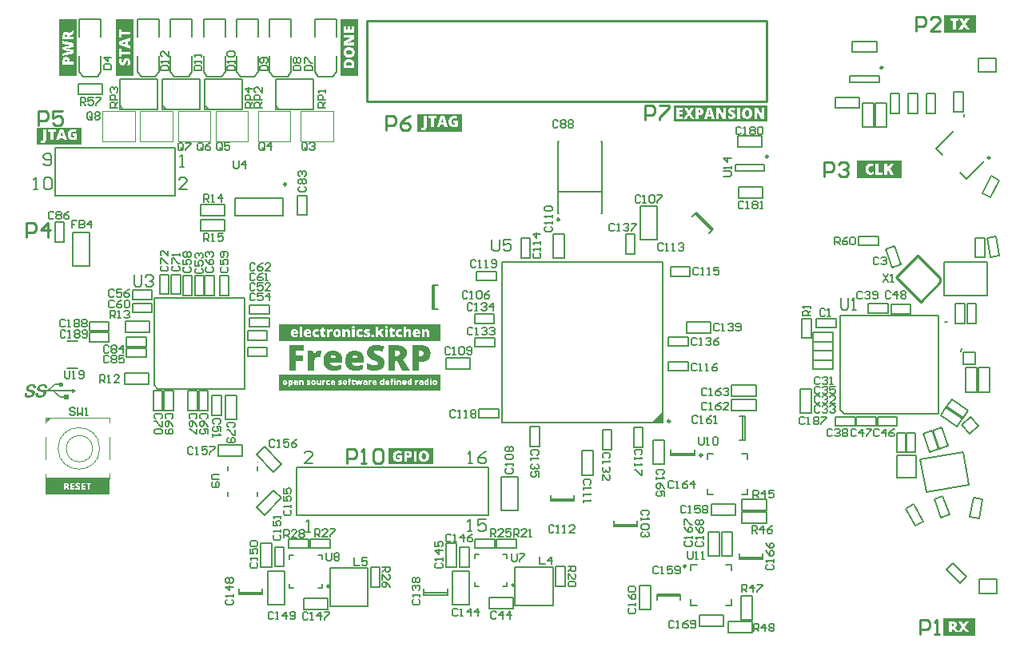
<source format=gto>
G04 Layer_Color=65535*
%FSAX44Y44*%
%MOMM*%
G71*
G01*
G75*
%ADD11C,0.2032*%
%ADD17C,0.1270*%
%ADD90C,0.2540*%
%ADD95C,0.1524*%
%ADD137C,0.2500*%
%ADD138C,0.1000*%
%ADD139C,0.1016*%
%ADD140C,0.2000*%
%ADD141C,0.1500*%
G36*
X00885989Y01647088D02*
X00867577D01*
Y01707588D01*
X00885989D01*
Y01647088D01*
D02*
G37*
G36*
X00996198Y01587666D02*
X00949198D01*
Y01606078D01*
X00996198D01*
Y01587666D01*
D02*
G37*
G36*
X00592973Y01574398D02*
X00545973D01*
Y01591898D01*
X00592973D01*
Y01574398D01*
D02*
G37*
G36*
X00953779Y01361564D02*
X00954155D01*
X00954672Y01361517D01*
X00955190Y01361423D01*
X00955754Y01361329D01*
X00956976Y01361093D01*
X00958246Y01360670D01*
X00959421Y01360153D01*
X00959985Y01359777D01*
X00960455Y01359401D01*
X00960502Y01359354D01*
X00960549Y01359307D01*
X00960690Y01359166D01*
X00960831Y01358978D01*
X00961067Y01358790D01*
X00961255Y01358508D01*
X00961490Y01358179D01*
X00961725Y01357802D01*
X00961960Y01357379D01*
X00962195Y01356909D01*
X00962618Y01355828D01*
X00962900Y01354558D01*
X00962947Y01353900D01*
X00962994Y01353148D01*
Y01353101D01*
Y01352960D01*
Y01352725D01*
X00962947Y01352396D01*
X00962900Y01352020D01*
X00962853Y01351596D01*
X00962759Y01351126D01*
X00962665Y01350609D01*
X00962336Y01349481D01*
X00961866Y01348352D01*
X00961584Y01347788D01*
X00961255Y01347224D01*
X00960831Y01346707D01*
X00960361Y01346237D01*
X00960314Y01346190D01*
X00960220Y01346143D01*
X00960079Y01346002D01*
X00959891Y01345861D01*
X00959609Y01345672D01*
X00959280Y01345484D01*
X00958904Y01345249D01*
X00958481Y01345061D01*
X00957963Y01344826D01*
X00957399Y01344591D01*
X00956788Y01344403D01*
X00956130Y01344215D01*
X00955425Y01344074D01*
X00954625Y01343933D01*
X00953826Y01343886D01*
X00952933Y01343839D01*
X00950911D01*
Y01335000D01*
X00943718D01*
Y01361611D01*
X00953403D01*
X00953779Y01361564D01*
D02*
G37*
G36*
X00588223Y01647148D02*
X00569811D01*
Y01707398D01*
X00588223D01*
Y01647148D01*
D02*
G37*
G36*
X00965744Y01235436D02*
X00918744D01*
Y01252324D01*
X00965744D01*
Y01235436D01*
D02*
G37*
G36*
X01462034Y01538898D02*
X01415034D01*
Y01557310D01*
X01462034D01*
Y01538898D01*
D02*
G37*
G36*
X00648269Y01647088D02*
X00629857D01*
Y01707588D01*
X00648269D01*
Y01647088D01*
D02*
G37*
G36*
X00906623Y01361940D02*
X00906999D01*
X00907469Y01361893D01*
X00907939Y01361846D01*
X00908503Y01361752D01*
X00909115Y01361658D01*
X00909773Y01361517D01*
X00911230Y01361188D01*
X00912735Y01360717D01*
X00914333Y01360059D01*
X00912123Y01354511D01*
X00912076D01*
X00911982Y01354605D01*
X00911747Y01354652D01*
X00911512Y01354794D01*
X00911183Y01354935D01*
X00910807Y01355076D01*
X00909914Y01355405D01*
X00908926Y01355687D01*
X00907845Y01355969D01*
X00906764Y01356157D01*
X00905682Y01356251D01*
X00905447D01*
X00905212Y01356204D01*
X00904883D01*
X00904225Y01356016D01*
X00903896Y01355922D01*
X00903614Y01355734D01*
X00903567D01*
X00903520Y01355640D01*
X00903332Y01355405D01*
X00903096Y01354982D01*
X00903049Y01354747D01*
X00903002Y01354511D01*
Y01354464D01*
Y01354370D01*
X00903049Y01354229D01*
X00903096Y01354041D01*
X00903191Y01353806D01*
X00903332Y01353571D01*
X00903520Y01353336D01*
X00903802Y01353101D01*
X00903849Y01353054D01*
X00903990Y01352960D01*
X00904272Y01352819D01*
X00904695Y01352584D01*
X00904930Y01352443D01*
X00905259Y01352302D01*
X00905635Y01352114D01*
X00906011Y01351879D01*
X00906482Y01351643D01*
X00906999Y01351408D01*
X00907563Y01351126D01*
X00908221Y01350844D01*
X00908268D01*
X00908362Y01350797D01*
X00908550Y01350703D01*
X00908785Y01350562D01*
X00909067Y01350421D01*
X00909397Y01350280D01*
X00910102Y01349857D01*
X00910901Y01349340D01*
X00911653Y01348775D01*
X00912405Y01348164D01*
X00912688Y01347835D01*
X00912970Y01347506D01*
X00913017Y01347412D01*
X00913205Y01347177D01*
X00913393Y01346801D01*
X00913675Y01346284D01*
X00913910Y01345625D01*
X00914145Y01344873D01*
X00914286Y01343980D01*
X00914333Y01343040D01*
Y01342993D01*
Y01342946D01*
Y01342805D01*
Y01342616D01*
X00914286Y01342146D01*
X00914192Y01341582D01*
X00914004Y01340877D01*
X00913816Y01340172D01*
X00913487Y01339419D01*
X00913064Y01338667D01*
X00913017Y01338573D01*
X00912829Y01338338D01*
X00912547Y01338009D01*
X00912170Y01337586D01*
X00911653Y01337069D01*
X00911042Y01336599D01*
X00910290Y01336081D01*
X00909444Y01335658D01*
X00909397D01*
X00909350Y01335611D01*
X00909209Y01335564D01*
X00909020Y01335517D01*
X00908550Y01335329D01*
X00907892Y01335141D01*
X00907046Y01334953D01*
X00906105Y01334765D01*
X00905071Y01334671D01*
X00903896Y01334624D01*
X00902955D01*
X00902344Y01334671D01*
X00901639Y01334718D01*
X00900887Y01334765D01*
X00900135Y01334859D01*
X00899429Y01335000D01*
X00899335D01*
X00899100Y01335047D01*
X00898771Y01335141D01*
X00898301Y01335282D01*
X00897737Y01335470D01*
X00897078Y01335658D01*
X00896420Y01335940D01*
X00895668Y01336269D01*
Y01342664D01*
X00895715D01*
X00895762Y01342616D01*
X00896044Y01342475D01*
X00896420Y01342287D01*
X00896984Y01342052D01*
X00897643Y01341817D01*
X00898348Y01341535D01*
X00899147Y01341253D01*
X00899947Y01341018D01*
X00900041D01*
X00900323Y01340924D01*
X00900746Y01340830D01*
X00901310Y01340736D01*
X00901921Y01340642D01*
X00902626Y01340548D01*
X00903332Y01340501D01*
X00904037Y01340454D01*
X00904319D01*
X00904601Y01340501D01*
X00904930D01*
X00905682Y01340689D01*
X00906059Y01340783D01*
X00906388Y01340971D01*
X00906435Y01341018D01*
X00906529Y01341065D01*
X00906623Y01341206D01*
X00906764Y01341347D01*
X00907046Y01341817D01*
X00907093Y01342099D01*
X00907140Y01342428D01*
Y01342475D01*
Y01342522D01*
X00907093Y01342758D01*
X00906999Y01343087D01*
X00906811Y01343369D01*
X00906764Y01343463D01*
X00906576Y01343651D01*
X00906293Y01343886D01*
X00905870Y01344215D01*
X00905823D01*
X00905729Y01344309D01*
X00905494Y01344403D01*
X00905165Y01344591D01*
X00904742Y01344826D01*
X00904084Y01345108D01*
X00903755Y01345296D01*
X00903332Y01345484D01*
X00902861Y01345672D01*
X00902344Y01345908D01*
X00902297D01*
X00902250Y01345955D01*
X00902109Y01346049D01*
X00901921Y01346096D01*
X00901451Y01346331D01*
X00900887Y01346660D01*
X00900229Y01346989D01*
X00899570Y01347412D01*
X00898959Y01347788D01*
X00898395Y01348211D01*
X00898348Y01348258D01*
X00898207Y01348399D01*
X00897972Y01348634D01*
X00897690Y01348964D01*
X00897361Y01349340D01*
X00897031Y01349763D01*
X00896749Y01350233D01*
X00896467Y01350750D01*
X00896420Y01350797D01*
X00896373Y01351032D01*
X00896279Y01351314D01*
X00896185Y01351738D01*
X00896044Y01352208D01*
X00895950Y01352819D01*
X00895903Y01353477D01*
X00895856Y01354182D01*
Y01354229D01*
Y01354323D01*
Y01354558D01*
X00895903Y01354794D01*
X00895950Y01355076D01*
X00895997Y01355452D01*
X00896185Y01356298D01*
X00896514Y01357191D01*
X00896749Y01357661D01*
X00896984Y01358132D01*
X00897314Y01358602D01*
X00897643Y01359072D01*
X00898066Y01359495D01*
X00898536Y01359918D01*
X00898583Y01359965D01*
X00898677Y01360012D01*
X00898818Y01360106D01*
X00899053Y01360247D01*
X00899288Y01360388D01*
X00899617Y01360576D01*
X00900041Y01360764D01*
X00900464Y01360952D01*
X00900981Y01361141D01*
X00901498Y01361329D01*
X00902109Y01361517D01*
X00902767Y01361658D01*
X00903473Y01361799D01*
X00904272Y01361893D01*
X00905071Y01361987D01*
X00906341D01*
X00906623Y01361940D01*
D02*
G37*
G36*
X01320038Y01598969D02*
X01220343D01*
Y01615857D01*
X01320038D01*
Y01598969D01*
D02*
G37*
G36*
X00846537Y01355875D02*
X00847148Y01355781D01*
X00847571Y01355734D01*
X00846913Y01349011D01*
X00846866D01*
X00846772Y01349058D01*
X00846537Y01349105D01*
X00846302Y01349152D01*
X00845926D01*
X00845550Y01349199D01*
X00845033Y01349246D01*
X00844139D01*
X00843716Y01349199D01*
X00843199Y01349105D01*
X00842635Y01348964D01*
X00842070Y01348775D01*
X00841553Y01348540D01*
X00841083Y01348164D01*
X00841036Y01348117D01*
X00840942Y01347976D01*
X00840754Y01347741D01*
X00840566Y01347365D01*
X00840378Y01346942D01*
X00840190Y01346425D01*
X00840096Y01345813D01*
X00840049Y01345108D01*
Y01335000D01*
X00832950D01*
Y01355640D01*
X00838215D01*
X00839344Y01352302D01*
X00839673D01*
X00839720Y01352396D01*
X00839861Y01352584D01*
X00840049Y01352866D01*
X00840331Y01353242D01*
X00840660Y01353665D01*
X00841083Y01354088D01*
X00841600Y01354558D01*
X00842165Y01354935D01*
X00842259Y01354982D01*
X00842447Y01355076D01*
X00842776Y01355264D01*
X00843152Y01355452D01*
X00843669Y01355640D01*
X00844186Y01355828D01*
X00844797Y01355922D01*
X00845409Y01355969D01*
X00845973D01*
X00846537Y01355875D01*
D02*
G37*
G36*
X00927874Y01361564D02*
X00928156D01*
X00928861Y01361470D01*
X00929707Y01361376D01*
X00930601Y01361188D01*
X00931588Y01360952D01*
X00932622Y01360623D01*
X00933609Y01360200D01*
X00934597Y01359683D01*
X00935490Y01359025D01*
X00936336Y01358273D01*
X00937042Y01357379D01*
X00937324Y01356862D01*
X00937559Y01356298D01*
X00937747Y01355734D01*
X00937888Y01355123D01*
X00937982Y01354417D01*
X00938029Y01353712D01*
Y01353665D01*
Y01353524D01*
X00937982Y01353289D01*
Y01352960D01*
X00937888Y01352584D01*
X00937794Y01352114D01*
X00937653Y01351643D01*
X00937465Y01351079D01*
X00937230Y01350515D01*
X00936948Y01349951D01*
X00936572Y01349340D01*
X00936148Y01348775D01*
X00935631Y01348164D01*
X00935020Y01347600D01*
X00934315Y01347083D01*
X00933515Y01346566D01*
X00941273Y01335000D01*
X00933139D01*
X00927450Y01344685D01*
X00925664D01*
Y01335000D01*
X00918471D01*
Y01361611D01*
X00927638D01*
X00927874Y01361564D01*
D02*
G37*
G36*
X00973790Y01313536D02*
X00802690D01*
Y01330246D01*
X00973790D01*
Y01313536D01*
D02*
G37*
G36*
X01208900Y01279550D02*
X01198900D01*
X01208900Y01289550D01*
Y01279550D01*
D02*
G37*
G36*
X00883491Y01355922D02*
X00883914Y01355875D01*
X00884337Y01355828D01*
X00884855Y01355781D01*
X00885372Y01355687D01*
X00886547Y01355358D01*
X00887722Y01354935D01*
X00888334Y01354652D01*
X00888898Y01354323D01*
X00889415Y01353947D01*
X00889932Y01353524D01*
X00889979Y01353477D01*
X00890026Y01353430D01*
X00890167Y01353289D01*
X00890308Y01353054D01*
X00890543Y01352819D01*
X00890731Y01352490D01*
X00890966Y01352161D01*
X00891202Y01351738D01*
X00891437Y01351267D01*
X00891672Y01350750D01*
X00891907Y01350186D01*
X00892095Y01349528D01*
X00892236Y01348869D01*
X00892377Y01348117D01*
X00892424Y01347365D01*
X00892471Y01346519D01*
Y01343369D01*
X00879777D01*
Y01343275D01*
X00879824Y01343087D01*
X00879871Y01342758D01*
X00879965Y01342381D01*
X00880106Y01341958D01*
X00880294Y01341488D01*
X00880623Y01341065D01*
X00880999Y01340642D01*
X00881046Y01340595D01*
X00881234Y01340501D01*
X00881516Y01340360D01*
X00881892Y01340172D01*
X00882363Y01339984D01*
X00882927Y01339843D01*
X00883538Y01339749D01*
X00884290Y01339702D01*
X00884949D01*
X00885419Y01339749D01*
X00885936Y01339796D01*
X00886547Y01339843D01*
X00887722Y01340031D01*
X00887816D01*
X00888005Y01340078D01*
X00888334Y01340172D01*
X00888757Y01340313D01*
X00889274Y01340454D01*
X00889838Y01340689D01*
X00890496Y01340924D01*
X00891155Y01341253D01*
Y01336128D01*
X00891060Y01336081D01*
X00890872Y01335987D01*
X00890543Y01335846D01*
X00890073Y01335658D01*
X00889556Y01335470D01*
X00888992Y01335235D01*
X00888334Y01335094D01*
X00887675Y01334953D01*
X00887581D01*
X00887346Y01334906D01*
X00886970Y01334859D01*
X00886453Y01334812D01*
X00885842Y01334718D01*
X00885137Y01334671D01*
X00884290Y01334624D01*
X00882927D01*
X00882551Y01334671D01*
X00882128Y01334718D01*
X00881610Y01334765D01*
X00881093Y01334859D01*
X00880482Y01334953D01*
X00879213Y01335282D01*
X00878507Y01335517D01*
X00877849Y01335799D01*
X00877191Y01336081D01*
X00876580Y01336458D01*
X00875969Y01336881D01*
X00875404Y01337351D01*
X00875357Y01337398D01*
X00875263Y01337492D01*
X00875122Y01337633D01*
X00874981Y01337868D01*
X00874746Y01338150D01*
X00874511Y01338479D01*
X00874276Y01338902D01*
X00873994Y01339372D01*
X00873712Y01339890D01*
X00873477Y01340454D01*
X00873242Y01341112D01*
X00873007Y01341817D01*
X00872866Y01342569D01*
X00872725Y01343369D01*
X00872630Y01344215D01*
X00872583Y01345155D01*
Y01345202D01*
Y01345390D01*
Y01345672D01*
X00872630Y01346002D01*
X00872678Y01346472D01*
X00872725Y01346942D01*
X00872819Y01347506D01*
X00872913Y01348117D01*
X00873242Y01349387D01*
X00873712Y01350750D01*
X00873994Y01351361D01*
X00874370Y01352020D01*
X00874746Y01352584D01*
X00875216Y01353148D01*
X00875263Y01353195D01*
X00875357Y01353289D01*
X00875499Y01353430D01*
X00875686Y01353571D01*
X00875969Y01353806D01*
X00876298Y01354041D01*
X00876721Y01354276D01*
X00877144Y01354558D01*
X00877661Y01354841D01*
X00878225Y01355076D01*
X00878837Y01355311D01*
X00879495Y01355546D01*
X00880247Y01355687D01*
X00880999Y01355828D01*
X00881845Y01355922D01*
X00882739Y01355969D01*
X00883209D01*
X00883491Y01355922D01*
D02*
G37*
G36*
X00860453D02*
X00860877Y01355875D01*
X00861300Y01355828D01*
X00861817Y01355781D01*
X00862334Y01355687D01*
X00863510Y01355358D01*
X00864685Y01354935D01*
X00865296Y01354652D01*
X00865860Y01354323D01*
X00866377Y01353947D01*
X00866895Y01353524D01*
X00866942Y01353477D01*
X00866989Y01353430D01*
X00867130Y01353289D01*
X00867271Y01353054D01*
X00867506Y01352819D01*
X00867694Y01352490D01*
X00867929Y01352161D01*
X00868164Y01351738D01*
X00868399Y01351267D01*
X00868634Y01350750D01*
X00868869Y01350186D01*
X00869057Y01349528D01*
X00869198Y01348869D01*
X00869339Y01348117D01*
X00869387Y01347365D01*
X00869434Y01346519D01*
Y01343369D01*
X00856739D01*
Y01343275D01*
X00856786Y01343087D01*
X00856833Y01342758D01*
X00856927Y01342381D01*
X00857068Y01341958D01*
X00857256Y01341488D01*
X00857586Y01341065D01*
X00857962Y01340642D01*
X00858009Y01340595D01*
X00858197Y01340501D01*
X00858479Y01340360D01*
X00858855Y01340172D01*
X00859325Y01339984D01*
X00859889Y01339843D01*
X00860500Y01339749D01*
X00861253Y01339702D01*
X00861911D01*
X00862381Y01339749D01*
X00862898Y01339796D01*
X00863510Y01339843D01*
X00864685Y01340031D01*
X00864779D01*
X00864967Y01340078D01*
X00865296Y01340172D01*
X00865719Y01340313D01*
X00866236Y01340454D01*
X00866801Y01340689D01*
X00867459Y01340924D01*
X00868117Y01341253D01*
Y01336128D01*
X00868023Y01336081D01*
X00867835Y01335987D01*
X00867506Y01335846D01*
X00867036Y01335658D01*
X00866518Y01335470D01*
X00865954Y01335235D01*
X00865296Y01335094D01*
X00864638Y01334953D01*
X00864544D01*
X00864309Y01334906D01*
X00863933Y01334859D01*
X00863416Y01334812D01*
X00862804Y01334718D01*
X00862099Y01334671D01*
X00861253Y01334624D01*
X00859889D01*
X00859513Y01334671D01*
X00859090Y01334718D01*
X00858573Y01334765D01*
X00858056Y01334859D01*
X00857445Y01334953D01*
X00856175Y01335282D01*
X00855470Y01335517D01*
X00854812Y01335799D01*
X00854154Y01336081D01*
X00853542Y01336458D01*
X00852931Y01336881D01*
X00852367Y01337351D01*
X00852320Y01337398D01*
X00852226Y01337492D01*
X00852085Y01337633D01*
X00851944Y01337868D01*
X00851709Y01338150D01*
X00851474Y01338479D01*
X00851238Y01338902D01*
X00850956Y01339372D01*
X00850674Y01339890D01*
X00850439Y01340454D01*
X00850204Y01341112D01*
X00849969Y01341817D01*
X00849828Y01342569D01*
X00849687Y01343369D01*
X00849593Y01344215D01*
X00849546Y01345155D01*
Y01345202D01*
Y01345390D01*
Y01345672D01*
X00849593Y01346002D01*
X00849640Y01346472D01*
X00849687Y01346942D01*
X00849781Y01347506D01*
X00849875Y01348117D01*
X00850204Y01349387D01*
X00850674Y01350750D01*
X00850956Y01351361D01*
X00851332Y01352020D01*
X00851709Y01352584D01*
X00852179Y01353148D01*
X00852226Y01353195D01*
X00852320Y01353289D01*
X00852461Y01353430D01*
X00852649Y01353571D01*
X00852931Y01353806D01*
X00853260Y01354041D01*
X00853683Y01354276D01*
X00854106Y01354558D01*
X00854624Y01354841D01*
X00855188Y01355076D01*
X00855799Y01355311D01*
X00856457Y01355546D01*
X00857209Y01355687D01*
X00857962Y01355828D01*
X00858808Y01355922D01*
X00859701Y01355969D01*
X00860171D01*
X00860453Y01355922D01*
D02*
G37*
G36*
X01539723Y01053898D02*
X01505723D01*
Y01072310D01*
X01539723D01*
Y01053898D01*
D02*
G37*
G36*
X00541531Y01320207D02*
X00542319D01*
Y01320094D01*
X00542770D01*
Y01319982D01*
X00543108D01*
Y01319869D01*
X00543333D01*
Y01319757D01*
X00543559D01*
Y01319644D01*
X00543784D01*
Y01319531D01*
X00543897D01*
Y01319419D01*
X00544122D01*
Y01319306D01*
X00544235D01*
Y01319193D01*
X00544347D01*
Y01319081D01*
X00544460D01*
Y01318968D01*
Y01318855D01*
X00544572D01*
Y01318743D01*
X00544685D01*
Y01318630D01*
Y01318517D01*
Y01318405D01*
X00544798D01*
Y01318292D01*
Y01318179D01*
X00544911D01*
Y01318067D01*
Y01317954D01*
Y01317841D01*
Y01317729D01*
Y01317616D01*
Y01317503D01*
Y01317391D01*
Y01317278D01*
X00545023D01*
Y01317165D01*
Y01317053D01*
X00544911D01*
Y01316940D01*
Y01316827D01*
Y01316715D01*
Y01316602D01*
Y01316489D01*
Y01316377D01*
X00544798D01*
Y01316264D01*
X00542207D01*
Y01316377D01*
Y01316489D01*
Y01316602D01*
Y01316715D01*
Y01316827D01*
Y01316940D01*
Y01317053D01*
Y01317165D01*
X00542094D01*
Y01317278D01*
Y01317391D01*
Y01317503D01*
X00541981D01*
Y01317616D01*
X00541869D01*
Y01317729D01*
Y01317841D01*
X00541756D01*
Y01317954D01*
X00541643D01*
Y01318067D01*
X00541418D01*
Y01318179D01*
X00541193D01*
Y01318292D01*
X00540742D01*
Y01318405D01*
X00539953D01*
Y01318292D01*
X00539277D01*
Y01318179D01*
X00539052D01*
Y01318067D01*
X00538714D01*
Y01317954D01*
X00538601D01*
Y01317841D01*
X00538376D01*
Y01317729D01*
X00538264D01*
Y01317616D01*
X00538151D01*
Y01317503D01*
X00538038D01*
Y01317391D01*
X00537925D01*
Y01317278D01*
X00537813D01*
Y01317165D01*
Y01317053D01*
X00537700D01*
Y01316940D01*
Y01316827D01*
X00537588D01*
Y01316715D01*
Y01316602D01*
X00537475D01*
Y01316489D01*
Y01316377D01*
Y01316264D01*
Y01316151D01*
Y01316039D01*
Y01315926D01*
Y01315813D01*
Y01315701D01*
X00537588D01*
Y01315588D01*
Y01315475D01*
X00537700D01*
Y01315363D01*
Y01315250D01*
X00537813D01*
Y01315137D01*
X00537925D01*
Y01315025D01*
X00538151D01*
Y01314912D01*
X00538376D01*
Y01314799D01*
X00538601D01*
Y01314687D01*
X00538940D01*
Y01314574D01*
X00539390D01*
Y01314462D01*
X00539728D01*
Y01314349D01*
X00540066D01*
Y01314236D01*
X00540517D01*
Y01314124D01*
X00540967D01*
Y01314011D01*
X00541305D01*
Y01313898D01*
X00541643D01*
Y01313786D01*
X00541981D01*
Y01313673D01*
X00542207D01*
Y01313560D01*
X00542432D01*
Y01313448D01*
X00542657D01*
Y01313335D01*
X00542883D01*
Y01313222D01*
X00543108D01*
Y01313109D01*
X00543221D01*
Y01312997D01*
X00543446D01*
Y01312884D01*
X00543559D01*
Y01312771D01*
X00543671D01*
Y01312659D01*
Y01312546D01*
X00543784D01*
Y01312433D01*
X00543897D01*
Y01312321D01*
Y01312208D01*
Y01312095D01*
X00544009D01*
Y01311983D01*
Y01311870D01*
Y01311758D01*
Y01311645D01*
Y01311532D01*
X00544122D01*
Y01311420D01*
Y01311307D01*
Y01311194D01*
Y01311082D01*
Y01310969D01*
X00544009D01*
Y01310856D01*
Y01310744D01*
Y01310631D01*
Y01310518D01*
Y01310406D01*
Y01310293D01*
Y01310180D01*
X00543897D01*
Y01310068D01*
Y01309955D01*
Y01309842D01*
X00543784D01*
Y01309730D01*
Y01309617D01*
Y01309504D01*
X00543671D01*
Y01309392D01*
Y01309279D01*
X00543559D01*
Y01309166D01*
Y01309054D01*
X00543446D01*
Y01308941D01*
Y01308828D01*
X00543333D01*
Y01308716D01*
X00543221D01*
Y01308603D01*
X00543108D01*
Y01308490D01*
Y01308378D01*
X00542995D01*
Y01308265D01*
X00542883D01*
Y01308152D01*
X00542770D01*
Y01308040D01*
X00542657D01*
Y01307927D01*
X00542545D01*
Y01307814D01*
X00542432D01*
Y01307702D01*
X00542319D01*
Y01307589D01*
X00542094D01*
Y01307476D01*
X00541981D01*
Y01307364D01*
X00541869D01*
Y01307251D01*
X00541643D01*
Y01307138D01*
X00541418D01*
Y01307026D01*
X00541305D01*
Y01306913D01*
X00541080D01*
Y01306800D01*
X00540855D01*
Y01306688D01*
X00540517D01*
Y01306575D01*
X00540291D01*
Y01306462D01*
X00539841D01*
Y01306350D01*
X00539503D01*
Y01306237D01*
X00538940D01*
Y01306125D01*
X00538264D01*
Y01306012D01*
X00536010D01*
Y01306125D01*
X00535447D01*
Y01306237D01*
X00534996D01*
Y01306350D01*
X00534771D01*
Y01306462D01*
X00534433D01*
Y01306575D01*
X00534208D01*
Y01306688D01*
X00533982D01*
Y01306800D01*
X00533870D01*
Y01306913D01*
X00533644D01*
Y01307026D01*
X00533532D01*
Y01307138D01*
X00533419D01*
Y01307251D01*
X00533306D01*
Y01307364D01*
Y01307476D01*
X00533194D01*
Y01307589D01*
Y01307702D01*
X00533081D01*
Y01307814D01*
Y01307927D01*
X00532968D01*
Y01308040D01*
Y01308152D01*
Y01308265D01*
X00532856D01*
Y01308378D01*
Y01308490D01*
Y01308603D01*
Y01308716D01*
Y01308828D01*
Y01308941D01*
Y01309054D01*
Y01309166D01*
Y01309279D01*
Y01309392D01*
Y01309504D01*
Y01309617D01*
Y01309730D01*
Y01309842D01*
Y01309955D01*
Y01310068D01*
Y01310180D01*
Y01310293D01*
Y01310406D01*
X00532968D01*
Y01310518D01*
X00535785D01*
Y01310406D01*
Y01310293D01*
Y01310180D01*
Y01310068D01*
Y01309955D01*
Y01309842D01*
Y01309730D01*
Y01309617D01*
Y01309504D01*
Y01309392D01*
Y01309279D01*
Y01309166D01*
Y01309054D01*
Y01308941D01*
X00535898D01*
Y01308828D01*
Y01308716D01*
X00536010D01*
Y01308603D01*
X00536123D01*
Y01308490D01*
X00536236D01*
Y01308378D01*
X00536348D01*
Y01308265D01*
X00536461D01*
Y01308152D01*
X00536799D01*
Y01308040D01*
X00538940D01*
Y01308152D01*
X00539277D01*
Y01308265D01*
X00539615D01*
Y01308378D01*
X00539841D01*
Y01308490D01*
X00540066D01*
Y01308603D01*
X00540179D01*
Y01308716D01*
X00540291D01*
Y01308828D01*
X00540404D01*
Y01308941D01*
X00540517D01*
Y01309054D01*
X00540629D01*
Y01309166D01*
X00540742D01*
Y01309279D01*
Y01309392D01*
X00540855D01*
Y01309504D01*
Y01309617D01*
X00540967D01*
Y01309730D01*
Y01309842D01*
Y01309955D01*
Y01310068D01*
X00541080D01*
Y01310180D01*
Y01310293D01*
Y01310406D01*
Y01310518D01*
Y01310631D01*
Y01310744D01*
X00540967D01*
Y01310856D01*
Y01310969D01*
X00540855D01*
Y01311082D01*
X00540742D01*
Y01311194D01*
X00540629D01*
Y01311307D01*
X00540404D01*
Y01311420D01*
X00540179D01*
Y01311532D01*
X00539953D01*
Y01311645D01*
X00539615D01*
Y01311758D01*
X00539165D01*
Y01311870D01*
X00538827D01*
Y01311983D01*
X00538489D01*
Y01312095D01*
X00538038D01*
Y01312208D01*
X00537700D01*
Y01312321D01*
X00537362D01*
Y01312433D01*
X00537137D01*
Y01312546D01*
X00536799D01*
Y01312659D01*
X00536574D01*
Y01312771D01*
X00536348D01*
Y01312884D01*
X00536123D01*
Y01312997D01*
X00535898D01*
Y01313109D01*
X00535672D01*
Y01313222D01*
X00535560D01*
Y01313335D01*
X00535334D01*
Y01313448D01*
X00535222D01*
Y01313560D01*
X00535109D01*
Y01313673D01*
X00534996D01*
Y01313786D01*
X00534884D01*
Y01313898D01*
Y01314011D01*
X00534771D01*
Y01314124D01*
Y01314236D01*
X00534658D01*
Y01314349D01*
Y01314462D01*
X00534546D01*
Y01314574D01*
Y01314687D01*
Y01314799D01*
Y01314912D01*
Y01315025D01*
Y01315137D01*
Y01315250D01*
Y01315363D01*
Y01315475D01*
Y01315588D01*
Y01315701D01*
Y01315813D01*
Y01315926D01*
Y01316039D01*
Y01316151D01*
X00534658D01*
Y01316264D01*
Y01316377D01*
Y01316489D01*
X00534771D01*
Y01316602D01*
Y01316715D01*
Y01316827D01*
X00534884D01*
Y01316940D01*
Y01317053D01*
Y01317165D01*
X00534996D01*
Y01317278D01*
Y01317391D01*
X00535109D01*
Y01317503D01*
Y01317616D01*
X00535222D01*
Y01317729D01*
X00535334D01*
Y01317841D01*
Y01317954D01*
X00535447D01*
Y01318067D01*
X00535560D01*
Y01318179D01*
X00535672D01*
Y01318292D01*
X00535785D01*
Y01318405D01*
Y01318517D01*
X00535898D01*
Y01318630D01*
X00536010D01*
Y01318743D01*
X00536236D01*
Y01318855D01*
X00536348D01*
Y01318968D01*
X00536461D01*
Y01319081D01*
X00536686D01*
Y01319193D01*
X00536912D01*
Y01319306D01*
X00537024D01*
Y01319419D01*
X00537249D01*
Y01319531D01*
X00537475D01*
Y01319644D01*
X00537813D01*
Y01319757D01*
X00538038D01*
Y01319869D01*
X00538376D01*
Y01319982D01*
X00538827D01*
Y01320094D01*
X00539277D01*
Y01320207D01*
X00540066D01*
Y01320320D01*
X00541531D01*
Y01320207D01*
D02*
G37*
G36*
X00623189Y01203123D02*
X00555244D01*
Y01220807D01*
X00623189D01*
Y01203123D01*
D02*
G37*
G36*
X00973750Y01366250D02*
X00802750D01*
Y01383714D01*
X00973750D01*
Y01366250D01*
D02*
G37*
G36*
X00572175Y01322122D02*
X00572400D01*
Y01322010D01*
X00572625D01*
Y01321897D01*
X00572851D01*
Y01321785D01*
X00572963D01*
Y01321672D01*
X00573076D01*
Y01321559D01*
X00573189D01*
Y01321447D01*
X00573301D01*
Y01321334D01*
X00573414D01*
Y01321221D01*
Y01321109D01*
X00573527D01*
Y01320996D01*
Y01320883D01*
X00573639D01*
Y01320771D01*
Y01320658D01*
X00573752D01*
Y01320545D01*
Y01320432D01*
Y01320320D01*
Y01320207D01*
Y01320094D01*
Y01319982D01*
Y01319869D01*
Y01319757D01*
Y01319644D01*
Y01319531D01*
Y01319419D01*
Y01319306D01*
X00573639D01*
Y01319193D01*
Y01319081D01*
Y01318968D01*
X00573527D01*
Y01318855D01*
Y01318743D01*
X00573414D01*
Y01318630D01*
X00573301D01*
Y01318517D01*
X00573189D01*
Y01318405D01*
X00573076D01*
Y01318292D01*
X00572963D01*
Y01318179D01*
X00572851D01*
Y01318067D01*
X00572738D01*
Y01317954D01*
X00572513D01*
Y01317841D01*
X00572175D01*
Y01317729D01*
X00571837D01*
Y01317616D01*
X00571048D01*
Y01317729D01*
X00570597D01*
Y01317841D01*
X00570372D01*
Y01317954D01*
X00570147D01*
Y01318067D01*
X00570034D01*
Y01318179D01*
X00569809D01*
Y01318292D01*
X00569696D01*
Y01318405D01*
X00569584D01*
Y01318517D01*
Y01318630D01*
X00569471D01*
Y01318743D01*
X00569358D01*
Y01318855D01*
Y01318968D01*
X00569245D01*
Y01319081D01*
Y01319193D01*
Y01319306D01*
X00569133D01*
Y01319419D01*
Y01319531D01*
X00566542D01*
Y01319419D01*
X00565190D01*
Y01319306D01*
X00564964D01*
Y01319193D01*
X00564739D01*
Y01319081D01*
X00564626D01*
Y01318968D01*
X00564514D01*
Y01318855D01*
X00564288D01*
Y01318743D01*
X00564176D01*
Y01318630D01*
X00564063D01*
Y01318517D01*
X00563950D01*
Y01318405D01*
X00563838D01*
Y01318292D01*
X00563725D01*
Y01318179D01*
X00563612D01*
Y01318067D01*
X00563500D01*
Y01317954D01*
X00563387D01*
Y01317841D01*
X00563274D01*
Y01317729D01*
X00563162D01*
Y01317616D01*
X00563049D01*
Y01317503D01*
X00562937D01*
Y01317391D01*
X00562824D01*
Y01317278D01*
X00562711D01*
Y01317165D01*
X00562598D01*
Y01317053D01*
X00562486D01*
Y01316940D01*
X00562373D01*
Y01316827D01*
X00562261D01*
Y01316715D01*
X00562148D01*
Y01316602D01*
X00562035D01*
Y01316489D01*
X00561922D01*
Y01316377D01*
X00561810D01*
Y01316264D01*
X00561697D01*
Y01316151D01*
X00561585D01*
Y01316039D01*
X00561472D01*
Y01315926D01*
X00561359D01*
Y01315813D01*
X00561246D01*
Y01315701D01*
X00561134D01*
Y01315588D01*
X00561021D01*
Y01315475D01*
X00560909D01*
Y01315363D01*
X00560796D01*
Y01315250D01*
X00560571D01*
Y01315137D01*
X00560458D01*
Y01315025D01*
X00560345D01*
Y01314912D01*
X00560233D01*
Y01314799D01*
X00560120D01*
Y01314687D01*
X00560007D01*
Y01314574D01*
X00559895D01*
Y01314462D01*
X00559782D01*
Y01314349D01*
X00559669D01*
Y01314236D01*
X00559557D01*
Y01314124D01*
X00559444D01*
Y01314011D01*
Y01313898D01*
X00583554D01*
Y01314011D01*
Y01314124D01*
Y01314236D01*
Y01314349D01*
Y01314462D01*
Y01314574D01*
Y01314687D01*
Y01314799D01*
Y01314912D01*
Y01315025D01*
Y01315137D01*
X00583666D01*
Y01315250D01*
Y01315363D01*
Y01315475D01*
Y01315588D01*
X00583779D01*
Y01315475D01*
X00584004D01*
Y01315363D01*
X00584230D01*
Y01315250D01*
X00584342D01*
Y01315137D01*
X00584568D01*
Y01315025D01*
X00584793D01*
Y01314912D01*
X00584906D01*
Y01314799D01*
X00585131D01*
Y01314687D01*
X00585356D01*
Y01314574D01*
X00585582D01*
Y01314462D01*
X00585694D01*
Y01314349D01*
X00585919D01*
Y01314236D01*
X00586145D01*
Y01314124D01*
X00586370D01*
Y01314011D01*
X00586483D01*
Y01313898D01*
X00586708D01*
Y01313786D01*
X00586934D01*
Y01313673D01*
X00587046D01*
Y01313560D01*
X00587271D01*
Y01313448D01*
X00587497D01*
Y01313335D01*
X00587609D01*
Y01313222D01*
X00587835D01*
Y01313109D01*
X00587609D01*
Y01312997D01*
X00587497D01*
Y01312884D01*
X00587271D01*
Y01312771D01*
X00587046D01*
Y01312659D01*
X00586821D01*
Y01312546D01*
X00586708D01*
Y01312433D01*
X00586483D01*
Y01312321D01*
X00586258D01*
Y01312208D01*
X00586145D01*
Y01312095D01*
X00585919D01*
Y01311983D01*
X00585694D01*
Y01311870D01*
X00585469D01*
Y01311758D01*
X00585356D01*
Y01311645D01*
X00585131D01*
Y01311532D01*
X00584906D01*
Y01311420D01*
X00584680D01*
Y01311307D01*
X00584568D01*
Y01311194D01*
X00584342D01*
Y01311082D01*
X00584117D01*
Y01310969D01*
X00583892D01*
Y01310856D01*
X00583666D01*
Y01310744D01*
X00583554D01*
Y01310856D01*
Y01310969D01*
Y01311082D01*
Y01311194D01*
Y01311307D01*
Y01311420D01*
Y01311532D01*
Y01311645D01*
Y01311758D01*
Y01311870D01*
Y01311983D01*
Y01312095D01*
Y01312208D01*
Y01312321D01*
X00583441D01*
Y01312433D01*
Y01312546D01*
X00565528D01*
Y01312433D01*
Y01312321D01*
Y01312208D01*
X00565640D01*
Y01312095D01*
X00565753D01*
Y01311983D01*
X00565978D01*
Y01311870D01*
X00566091D01*
Y01311758D01*
X00566204D01*
Y01311645D01*
X00566316D01*
Y01311532D01*
X00566429D01*
Y01311420D01*
X00566542D01*
Y01311307D01*
X00566654D01*
Y01311194D01*
X00566767D01*
Y01311082D01*
X00566880D01*
Y01310969D01*
X00566992D01*
Y01310856D01*
X00567105D01*
Y01310744D01*
X00567218D01*
Y01310631D01*
X00567443D01*
Y01310518D01*
X00567556D01*
Y01310406D01*
X00567668D01*
Y01310293D01*
X00567781D01*
Y01310180D01*
X00567894D01*
Y01310068D01*
X00568006D01*
Y01309955D01*
X00568119D01*
Y01309842D01*
X00568232D01*
Y01309730D01*
X00568344D01*
Y01309617D01*
X00568457D01*
Y01309504D01*
X00568570D01*
Y01309392D01*
X00568795D01*
Y01309279D01*
X00568908D01*
Y01309166D01*
X00569020D01*
Y01309054D01*
X00569133D01*
Y01308941D01*
X00569245D01*
Y01308828D01*
X00569358D01*
Y01308716D01*
X00569471D01*
Y01308603D01*
X00569584D01*
Y01308490D01*
X00569809D01*
Y01308378D01*
X00569921D01*
Y01308265D01*
X00570034D01*
Y01308152D01*
X00570147D01*
Y01308040D01*
X00570260D01*
Y01307927D01*
X00570372D01*
Y01307814D01*
X00570597D01*
Y01307702D01*
X00570710D01*
Y01307589D01*
X00570823D01*
Y01307476D01*
X00570936D01*
Y01307364D01*
X00571273D01*
Y01307251D01*
X00572175D01*
Y01307138D01*
X00575104D01*
Y01307251D01*
Y01307364D01*
Y01307476D01*
Y01307589D01*
Y01307702D01*
Y01307814D01*
Y01307927D01*
Y01308040D01*
Y01308152D01*
Y01308265D01*
Y01308378D01*
Y01308490D01*
Y01308603D01*
Y01308716D01*
Y01308828D01*
Y01308941D01*
X00579948D01*
Y01308828D01*
Y01308716D01*
Y01308603D01*
Y01308490D01*
Y01308378D01*
Y01308265D01*
Y01308152D01*
Y01308040D01*
Y01307927D01*
Y01307814D01*
Y01307702D01*
Y01307589D01*
Y01307476D01*
Y01307364D01*
Y01307251D01*
Y01307138D01*
Y01307026D01*
Y01306913D01*
Y01306800D01*
Y01306688D01*
Y01306575D01*
Y01306462D01*
Y01306350D01*
Y01306237D01*
X00579836D01*
Y01306125D01*
Y01306012D01*
Y01305899D01*
Y01305786D01*
Y01305674D01*
Y01305561D01*
Y01305448D01*
Y01305336D01*
Y01305223D01*
Y01305110D01*
Y01304998D01*
Y01304885D01*
Y01304772D01*
Y01304660D01*
Y01304547D01*
Y01304435D01*
Y01304322D01*
X00576907D01*
Y01304209D01*
X00575104D01*
Y01304322D01*
Y01304435D01*
Y01304547D01*
Y01304660D01*
Y01304772D01*
Y01304885D01*
Y01304998D01*
Y01305110D01*
Y01305223D01*
Y01305336D01*
Y01305448D01*
Y01305561D01*
Y01305674D01*
Y01305786D01*
Y01305899D01*
X00571499D01*
Y01306012D01*
X00570936D01*
Y01306125D01*
X00570597D01*
Y01306237D01*
X00570372D01*
Y01306350D01*
X00570147D01*
Y01306462D01*
X00570034D01*
Y01306575D01*
X00569809D01*
Y01306688D01*
X00569696D01*
Y01306800D01*
X00569584D01*
Y01306913D01*
X00569471D01*
Y01307026D01*
X00569245D01*
Y01307138D01*
X00569133D01*
Y01307251D01*
X00569020D01*
Y01307364D01*
X00568908D01*
Y01307476D01*
X00568795D01*
Y01307589D01*
X00568682D01*
Y01307702D01*
X00568570D01*
Y01307814D01*
X00568457D01*
Y01307927D01*
X00568232D01*
Y01308040D01*
X00568119D01*
Y01308152D01*
X00568006D01*
Y01308265D01*
X00567894D01*
Y01308378D01*
X00567781D01*
Y01308490D01*
X00567668D01*
Y01308603D01*
X00567556D01*
Y01308716D01*
X00567443D01*
Y01308828D01*
X00567330D01*
Y01308941D01*
X00567218D01*
Y01309054D01*
X00567105D01*
Y01309166D01*
X00566992D01*
Y01309279D01*
X00566880D01*
Y01309392D01*
X00566654D01*
Y01309504D01*
X00566542D01*
Y01309617D01*
X00566429D01*
Y01309730D01*
X00566316D01*
Y01309842D01*
X00566204D01*
Y01309955D01*
X00566091D01*
Y01310068D01*
X00565978D01*
Y01310180D01*
X00565866D01*
Y01310293D01*
X00565753D01*
Y01310406D01*
X00565640D01*
Y01310518D01*
X00565415D01*
Y01310631D01*
X00565302D01*
Y01310744D01*
X00565190D01*
Y01310856D01*
X00565077D01*
Y01310969D01*
X00564964D01*
Y01311082D01*
X00564852D01*
Y01311194D01*
X00564739D01*
Y01311307D01*
X00564626D01*
Y01311420D01*
X00564401D01*
Y01311532D01*
X00564288D01*
Y01311645D01*
X00564176D01*
Y01311758D01*
X00564063D01*
Y01311870D01*
X00563950D01*
Y01311983D01*
X00563838D01*
Y01312095D01*
X00563612D01*
Y01312208D01*
X00563500D01*
Y01312321D01*
X00563274D01*
Y01312433D01*
X00562261D01*
Y01312546D01*
X00555839D01*
Y01312433D01*
Y01312321D01*
Y01312208D01*
Y01312095D01*
Y01311983D01*
X00555951D01*
Y01311870D01*
Y01311758D01*
Y01311645D01*
Y01311532D01*
Y01311420D01*
Y01311307D01*
Y01311194D01*
Y01311082D01*
Y01310969D01*
Y01310856D01*
Y01310744D01*
Y01310631D01*
Y01310518D01*
Y01310406D01*
X00555839D01*
Y01310293D01*
Y01310180D01*
Y01310068D01*
X00555726D01*
Y01309955D01*
Y01309842D01*
Y01309730D01*
X00555613D01*
Y01309617D01*
Y01309504D01*
X00555501D01*
Y01309392D01*
Y01309279D01*
X00555388D01*
Y01309166D01*
Y01309054D01*
X00555275D01*
Y01308941D01*
Y01308828D01*
X00555163D01*
Y01308716D01*
X00555050D01*
Y01308603D01*
Y01308490D01*
X00554938D01*
Y01308378D01*
X00554825D01*
Y01308265D01*
X00554712D01*
Y01308152D01*
X00554599D01*
Y01308040D01*
X00554487D01*
Y01307927D01*
X00554374D01*
Y01307814D01*
X00554262D01*
Y01307702D01*
X00554149D01*
Y01307589D01*
X00554036D01*
Y01307476D01*
X00553811D01*
Y01307364D01*
X00553698D01*
Y01307251D01*
X00553586D01*
Y01307138D01*
X00553360D01*
Y01307026D01*
X00553135D01*
Y01306913D01*
X00552910D01*
Y01306800D01*
X00552684D01*
Y01306688D01*
X00552459D01*
Y01306575D01*
X00552121D01*
Y01306462D01*
X00551783D01*
Y01306350D01*
X00551332D01*
Y01306237D01*
X00550882D01*
Y01306125D01*
X00550093D01*
Y01306012D01*
X00547952D01*
Y01306125D01*
X00547389D01*
Y01306237D01*
X00546939D01*
Y01306350D01*
X00546600D01*
Y01306462D01*
X00546375D01*
Y01306575D01*
X00546150D01*
Y01306688D01*
X00545924D01*
Y01306800D01*
X00545812D01*
Y01306913D01*
X00545587D01*
Y01307026D01*
X00545474D01*
Y01307138D01*
X00545361D01*
Y01307251D01*
X00545248D01*
Y01307364D01*
X00545136D01*
Y01307476D01*
Y01307589D01*
X00545023D01*
Y01307702D01*
X00544911D01*
Y01307814D01*
Y01307927D01*
X00544798D01*
Y01308040D01*
Y01308152D01*
Y01308265D01*
Y01308378D01*
Y01308490D01*
X00544685D01*
Y01308603D01*
Y01308716D01*
Y01308828D01*
Y01308941D01*
Y01309054D01*
Y01309166D01*
Y01309279D01*
Y01309392D01*
Y01309504D01*
Y01309617D01*
Y01309730D01*
Y01309842D01*
Y01309955D01*
Y01310068D01*
Y01310180D01*
X00544798D01*
Y01310293D01*
Y01310406D01*
Y01310518D01*
X00547614D01*
Y01310406D01*
Y01310293D01*
Y01310180D01*
Y01310068D01*
Y01309955D01*
Y01309842D01*
Y01309730D01*
Y01309617D01*
Y01309504D01*
Y01309392D01*
Y01309279D01*
Y01309166D01*
X00547727D01*
Y01309054D01*
Y01308941D01*
Y01308828D01*
X00547840D01*
Y01308716D01*
X00547952D01*
Y01308603D01*
Y01308490D01*
X00548065D01*
Y01308378D01*
X00548290D01*
Y01308265D01*
X00548403D01*
Y01308152D01*
X00548741D01*
Y01308040D01*
X00550882D01*
Y01308152D01*
X00551332D01*
Y01308265D01*
X00551558D01*
Y01308378D01*
X00551783D01*
Y01308490D01*
X00551896D01*
Y01308603D01*
X00552008D01*
Y01308716D01*
X00552121D01*
Y01308828D01*
X00552234D01*
Y01308941D01*
X00552346D01*
Y01309054D01*
X00552459D01*
Y01309166D01*
X00552572D01*
Y01309279D01*
X00552684D01*
Y01309392D01*
Y01309504D01*
X00552797D01*
Y01309617D01*
Y01309730D01*
Y01309842D01*
X00552910D01*
Y01309955D01*
Y01310068D01*
Y01310180D01*
Y01310293D01*
Y01310406D01*
Y01310518D01*
Y01310631D01*
Y01310744D01*
X00552797D01*
Y01310856D01*
Y01310969D01*
X00552684D01*
Y01311082D01*
X00552572D01*
Y01311194D01*
X00552459D01*
Y01311307D01*
X00552346D01*
Y01311420D01*
X00552121D01*
Y01311532D01*
X00551783D01*
Y01311645D01*
X00551445D01*
Y01311758D01*
X00551107D01*
Y01311870D01*
X00550769D01*
Y01311983D01*
X00550318D01*
Y01312095D01*
X00549980D01*
Y01312208D01*
X00549530D01*
Y01312321D01*
X00549304D01*
Y01312433D01*
X00548966D01*
Y01312546D01*
X00548628D01*
Y01312659D01*
X00548403D01*
Y01312771D01*
X00548178D01*
Y01312884D01*
X00547952D01*
Y01312997D01*
X00547727D01*
Y01313109D01*
X00547614D01*
Y01313222D01*
X00547389D01*
Y01313335D01*
X00547276D01*
Y01313448D01*
X00547164D01*
Y01313560D01*
X00547051D01*
Y01313673D01*
X00546939D01*
Y01313786D01*
X00546826D01*
Y01313898D01*
X00546713D01*
Y01314011D01*
Y01314124D01*
X00546600D01*
Y01314236D01*
Y01314349D01*
X00546488D01*
Y01314462D01*
Y01314574D01*
X00546375D01*
Y01314687D01*
Y01314799D01*
Y01314912D01*
Y01315025D01*
Y01315137D01*
Y01315250D01*
Y01315363D01*
Y01315475D01*
Y01315588D01*
Y01315701D01*
Y01315813D01*
Y01315926D01*
Y01316039D01*
X00546488D01*
Y01316151D01*
Y01316264D01*
Y01316377D01*
Y01316489D01*
X00546600D01*
Y01316602D01*
Y01316715D01*
Y01316827D01*
X00546713D01*
Y01316940D01*
Y01317053D01*
X00546826D01*
Y01317165D01*
Y01317278D01*
X00546939D01*
Y01317391D01*
Y01317503D01*
X00547051D01*
Y01317616D01*
Y01317729D01*
X00547164D01*
Y01317841D01*
X00547276D01*
Y01317954D01*
X00547389D01*
Y01318067D01*
Y01318179D01*
X00547502D01*
Y01318292D01*
X00547614D01*
Y01318405D01*
X00547727D01*
Y01318517D01*
X00547840D01*
Y01318630D01*
X00547952D01*
Y01318743D01*
X00548178D01*
Y01318855D01*
X00548290D01*
Y01318968D01*
X00548403D01*
Y01319081D01*
X00548628D01*
Y01319193D01*
X00548741D01*
Y01319306D01*
X00548966D01*
Y01319419D01*
X00549192D01*
Y01319531D01*
X00549417D01*
Y01319644D01*
X00549642D01*
Y01319757D01*
X00549980D01*
Y01319869D01*
X00550318D01*
Y01319982D01*
X00550656D01*
Y01320094D01*
X00551107D01*
Y01320207D01*
X00552684D01*
Y01320320D01*
X00553022D01*
Y01320207D01*
X00554262D01*
Y01320094D01*
X00554712D01*
Y01319982D01*
X00555050D01*
Y01319869D01*
X00555275D01*
Y01319757D01*
X00555501D01*
Y01319644D01*
X00555613D01*
Y01319531D01*
X00555726D01*
Y01319419D01*
X00555951D01*
Y01319306D01*
X00556064D01*
Y01319193D01*
X00556177D01*
Y01319081D01*
X00556289D01*
Y01318968D01*
Y01318855D01*
X00556402D01*
Y01318743D01*
X00556515D01*
Y01318630D01*
Y01318517D01*
X00556627D01*
Y01318405D01*
Y01318292D01*
X00556740D01*
Y01318179D01*
Y01318067D01*
Y01317954D01*
Y01317841D01*
X00556853D01*
Y01317729D01*
Y01317616D01*
Y01317503D01*
Y01317391D01*
Y01317278D01*
Y01317165D01*
Y01317053D01*
Y01316940D01*
Y01316827D01*
Y01316715D01*
Y01316602D01*
Y01316489D01*
X00556740D01*
Y01316377D01*
Y01316264D01*
X00554149D01*
Y01316377D01*
Y01316489D01*
Y01316602D01*
Y01316715D01*
Y01316827D01*
Y01316940D01*
Y01317053D01*
X00554036D01*
Y01317165D01*
Y01317278D01*
Y01317391D01*
X00553923D01*
Y01317503D01*
Y01317616D01*
X00553811D01*
Y01317729D01*
X00553698D01*
Y01317841D01*
X00553586D01*
Y01317954D01*
X00553473D01*
Y01318067D01*
X00553360D01*
Y01318179D01*
X00553022D01*
Y01318292D01*
X00552459D01*
Y01318405D01*
X00551896D01*
Y01318292D01*
X00551220D01*
Y01318179D01*
X00550882D01*
Y01318067D01*
X00550656D01*
Y01317954D01*
X00550431D01*
Y01317841D01*
X00550318D01*
Y01317729D01*
X00550093D01*
Y01317616D01*
X00549980D01*
Y01317503D01*
X00549868D01*
Y01317391D01*
X00549755D01*
Y01317278D01*
Y01317165D01*
X00549642D01*
Y01317053D01*
Y01316940D01*
X00549530D01*
Y01316827D01*
Y01316715D01*
X00549417D01*
Y01316602D01*
Y01316489D01*
Y01316377D01*
Y01316264D01*
Y01316151D01*
X00549304D01*
Y01316039D01*
Y01315926D01*
Y01315813D01*
X00549417D01*
Y01315701D01*
Y01315588D01*
Y01315475D01*
X00549530D01*
Y01315363D01*
Y01315250D01*
X00549642D01*
Y01315137D01*
X00549868D01*
Y01315025D01*
X00549980D01*
Y01314912D01*
X00550206D01*
Y01314799D01*
X00550544D01*
Y01314687D01*
X00550882D01*
Y01314574D01*
X00551220D01*
Y01314462D01*
X00551558D01*
Y01314349D01*
X00552008D01*
Y01314236D01*
X00552459D01*
Y01314124D01*
X00552910D01*
Y01314011D01*
X00553473D01*
Y01313898D01*
X00556965D01*
Y01314011D01*
X00557303D01*
Y01314124D01*
X00557529D01*
Y01314236D01*
X00557641D01*
Y01314349D01*
X00557754D01*
Y01314462D01*
X00557867D01*
Y01314574D01*
X00558092D01*
Y01314687D01*
X00558205D01*
Y01314799D01*
X00558317D01*
Y01314912D01*
X00558430D01*
Y01315025D01*
X00558543D01*
Y01315137D01*
X00558655D01*
Y01315250D01*
X00558768D01*
Y01315363D01*
X00558881D01*
Y01315475D01*
X00558993D01*
Y01315588D01*
X00559106D01*
Y01315701D01*
X00559219D01*
Y01315813D01*
X00559331D01*
Y01315926D01*
X00559444D01*
Y01316039D01*
X00559557D01*
Y01316151D01*
X00559669D01*
Y01316264D01*
X00559782D01*
Y01316377D01*
X00560007D01*
Y01316489D01*
X00560120D01*
Y01316602D01*
X00560233D01*
Y01316715D01*
X00560345D01*
Y01316827D01*
X00560458D01*
Y01316940D01*
X00560571D01*
Y01317053D01*
X00560683D01*
Y01317165D01*
X00560796D01*
Y01317278D01*
X00560909D01*
Y01317391D01*
X00561021D01*
Y01317503D01*
X00561134D01*
Y01317616D01*
X00561246D01*
Y01317729D01*
X00561359D01*
Y01317841D01*
X00561472D01*
Y01317954D01*
X00561585D01*
Y01318067D01*
X00561697D01*
Y01318179D01*
X00561810D01*
Y01318292D01*
X00561922D01*
Y01318405D01*
X00562035D01*
Y01318517D01*
X00562148D01*
Y01318630D01*
X00562261D01*
Y01318743D01*
X00562373D01*
Y01318855D01*
X00562486D01*
Y01318968D01*
X00562598D01*
Y01319081D01*
X00562711D01*
Y01319193D01*
X00562824D01*
Y01319306D01*
X00562937D01*
Y01319419D01*
X00563049D01*
Y01319531D01*
X00563162D01*
Y01319644D01*
X00563274D01*
Y01319757D01*
X00563500D01*
Y01319869D01*
X00563612D01*
Y01319982D01*
X00563725D01*
Y01320094D01*
X00563838D01*
Y01320207D01*
X00564063D01*
Y01320320D01*
X00564288D01*
Y01320432D01*
X00564514D01*
Y01320545D01*
X00564852D01*
Y01320658D01*
X00565415D01*
Y01320771D01*
X00569245D01*
Y01320883D01*
Y01320996D01*
X00569358D01*
Y01321109D01*
X00569471D01*
Y01321221D01*
Y01321334D01*
X00569584D01*
Y01321447D01*
X00569696D01*
Y01321559D01*
X00569809D01*
Y01321672D01*
X00569921D01*
Y01321785D01*
X00570034D01*
Y01321897D01*
X00570260D01*
Y01322010D01*
X00570485D01*
Y01322122D01*
X00570710D01*
Y01322235D01*
X00572175D01*
Y01322122D01*
D02*
G37*
G36*
X00828953Y01355828D02*
X00820302D01*
Y01350750D01*
X00828248D01*
Y01344967D01*
X00820302D01*
Y01335000D01*
X00813250D01*
Y01361611D01*
X00828953D01*
Y01355828D01*
D02*
G37*
G36*
X01540723Y01692898D02*
X01506723D01*
Y01711310D01*
X01540723D01*
Y01692898D01*
D02*
G37*
%LPC*%
G36*
X00882450Y01699437D02*
X00879951D01*
Y01695779D01*
X00877832D01*
Y01699157D01*
X00875374D01*
Y01695779D01*
X00873595D01*
Y01699437D01*
X00871136D01*
Y01692720D01*
X00882450D01*
Y01699437D01*
D02*
G37*
G36*
X00876833Y01664834D02*
X00876553D01*
X00876073Y01664814D01*
X00875634Y01664774D01*
X00875214Y01664695D01*
X00874814Y01664595D01*
X00874454Y01664495D01*
X00874134Y01664375D01*
X00873835Y01664235D01*
X00873555Y01664095D01*
X00873315Y01663955D01*
X00873115Y01663815D01*
X00872935Y01663695D01*
X00872795Y01663595D01*
X00872675Y01663495D01*
X00872595Y01663415D01*
X00872555Y01663375D01*
X00872535Y01663355D01*
X00872295Y01663055D01*
X00872075Y01662755D01*
X00871896Y01662416D01*
X00871716Y01662076D01*
X00871596Y01661736D01*
X00871476Y01661376D01*
X00871376Y01661036D01*
X00871316Y01660697D01*
X00871256Y01660397D01*
X00871216Y01660097D01*
X00871176Y01659837D01*
X00871156Y01659597D01*
X00871136Y01659417D01*
Y01659277D01*
Y01659197D01*
Y01659157D01*
Y01655239D01*
X00882450D01*
Y01658897D01*
X00882430Y01659417D01*
X00882390Y01659897D01*
X00882310Y01660357D01*
X00882210Y01660777D01*
X00882090Y01661156D01*
X00881970Y01661516D01*
X00881831Y01661856D01*
X00881691Y01662136D01*
X00881551Y01662396D01*
X00881411Y01662635D01*
X00881291Y01662835D01*
X00881171Y01662995D01*
X00881071Y01663115D01*
X00880991Y01663195D01*
X00880951Y01663255D01*
X00880931Y01663275D01*
X00880631Y01663555D01*
X00880291Y01663795D01*
X00879951Y01663995D01*
X00879592Y01664175D01*
X00879232Y01664335D01*
X00878872Y01664455D01*
X00878512Y01664555D01*
X00878172Y01664635D01*
X00877832Y01664695D01*
X00877533Y01664754D01*
X00877253Y01664794D01*
X00877013Y01664814D01*
X00876833Y01664834D01*
D02*
G37*
G36*
X00882450Y01690261D02*
X00871136D01*
Y01687543D01*
X00876673D01*
X00877113Y01687563D01*
X00877573Y01687583D01*
X00878012Y01687603D01*
X00878412D01*
X00878572Y01687623D01*
X00878732D01*
X00878852Y01687643D01*
X00879012D01*
Y01687603D01*
X00871136Y01683485D01*
Y01679507D01*
X00882450D01*
Y01682206D01*
X00876953D01*
X00876493Y01682186D01*
X00876013Y01682166D01*
X00875554Y01682146D01*
X00875134Y01682106D01*
X00874954D01*
X00874794Y01682086D01*
X00874674D01*
X00874574Y01682066D01*
X00874494D01*
Y01682126D01*
X00882450Y01686263D01*
Y01690261D01*
D02*
G37*
G36*
X00877073Y01677448D02*
X00876793D01*
X00876273Y01677428D01*
X00875774Y01677388D01*
X00875314Y01677328D01*
X00874894Y01677228D01*
X00874514Y01677128D01*
X00874154Y01677008D01*
X00873815Y01676888D01*
X00873535Y01676748D01*
X00873275Y01676628D01*
X00873055Y01676488D01*
X00872875Y01676369D01*
X00872715Y01676269D01*
X00872595Y01676169D01*
X00872495Y01676109D01*
X00872455Y01676069D01*
X00872435Y01676049D01*
X00872175Y01675769D01*
X00871955Y01675469D01*
X00871756Y01675169D01*
X00871576Y01674829D01*
X00871436Y01674489D01*
X00871316Y01674150D01*
X00871216Y01673810D01*
X00871136Y01673490D01*
X00871076Y01673190D01*
X00871036Y01672890D01*
X00870996Y01672630D01*
X00870976Y01672410D01*
X00870956Y01672231D01*
Y01672091D01*
Y01672011D01*
Y01671971D01*
X00870976Y01671471D01*
X00871016Y01671011D01*
X00871096Y01670591D01*
X00871196Y01670192D01*
X00871296Y01669812D01*
X00871436Y01669492D01*
X00871556Y01669172D01*
X00871696Y01668892D01*
X00871836Y01668652D01*
X00871975Y01668453D01*
X00872115Y01668273D01*
X00872215Y01668113D01*
X00872315Y01667993D01*
X00872395Y01667913D01*
X00872435Y01667873D01*
X00872455Y01667853D01*
X00872755Y01667613D01*
X00873075Y01667393D01*
X00873415Y01667213D01*
X00873755Y01667053D01*
X00874114Y01666913D01*
X00874474Y01666793D01*
X00874834Y01666694D01*
X00875174Y01666633D01*
X00875494Y01666573D01*
X00875794Y01666534D01*
X00876073Y01666494D01*
X00876313Y01666474D01*
X00876493Y01666454D01*
X00876773D01*
X00877293Y01666474D01*
X00877773Y01666514D01*
X00878232Y01666593D01*
X00878652Y01666673D01*
X00879052Y01666773D01*
X00879412Y01666893D01*
X00879732Y01667033D01*
X00880031Y01667173D01*
X00880271Y01667293D01*
X00880511Y01667433D01*
X00880691Y01667553D01*
X00880851Y01667653D01*
X00880971Y01667733D01*
X00881051Y01667813D01*
X00881111Y01667853D01*
X00881131Y01667873D01*
X00881391Y01668153D01*
X00881611Y01668453D01*
X00881811Y01668772D01*
X00881990Y01669112D01*
X00882130Y01669452D01*
X00882250Y01669792D01*
X00882350Y01670112D01*
X00882430Y01670452D01*
X00882490Y01670751D01*
X00882530Y01671031D01*
X00882570Y01671291D01*
X00882590Y01671511D01*
Y01671691D01*
X00882610Y01671831D01*
Y01671931D01*
Y01671951D01*
X00882590Y01672451D01*
X00882550Y01672910D01*
X00882470Y01673330D01*
X00882370Y01673730D01*
X00882270Y01674090D01*
X00882150Y01674429D01*
X00882010Y01674729D01*
X00881870Y01675009D01*
X00881730Y01675249D01*
X00881591Y01675469D01*
X00881471Y01675649D01*
X00881371Y01675789D01*
X00881271Y01675909D01*
X00881191Y01675989D01*
X00881151Y01676029D01*
X00881131Y01676049D01*
X00880831Y01676289D01*
X00880511Y01676508D01*
X00880171Y01676688D01*
X00879831Y01676868D01*
X00879472Y01676988D01*
X00879112Y01677108D01*
X00878752Y01677208D01*
X00878412Y01677268D01*
X00878072Y01677328D01*
X00877773Y01677368D01*
X00877493Y01677408D01*
X00877253Y01677428D01*
X00877073Y01677448D01*
D02*
G37*
%LPD*%
G36*
X00877253Y01661636D02*
X00877533Y01661596D01*
X00877773Y01661556D01*
X00877992Y01661496D01*
X00878192Y01661456D01*
X00878532Y01661336D01*
X00878812Y01661196D01*
X00878992Y01661096D01*
X00879112Y01661016D01*
X00879152Y01660996D01*
X00879412Y01660737D01*
X00879612Y01660417D01*
X00879752Y01660077D01*
X00879852Y01659757D01*
X00879911Y01659457D01*
X00879931Y01659197D01*
X00879951Y01659117D01*
Y01659037D01*
Y01658997D01*
Y01658977D01*
Y01658298D01*
X00873615D01*
Y01659177D01*
X00873655Y01659617D01*
X00873735Y01659997D01*
X00873855Y01660317D01*
X00873995Y01660577D01*
X00874134Y01660777D01*
X00874254Y01660916D01*
X00874334Y01661016D01*
X00874374Y01661036D01*
X00874694Y01661236D01*
X00875054Y01661396D01*
X00875434Y01661496D01*
X00875814Y01661576D01*
X00876153Y01661616D01*
X00876293Y01661636D01*
X00876413Y01661656D01*
X00876973D01*
X00877253Y01661636D01*
D02*
G37*
G36*
X00877373Y01674210D02*
X00877653Y01674170D01*
X00877893Y01674150D01*
X00878112Y01674110D01*
X00878312Y01674050D01*
X00878652Y01673950D01*
X00878932Y01673850D01*
X00879112Y01673750D01*
X00879232Y01673690D01*
X00879272Y01673670D01*
X00879532Y01673430D01*
X00879732Y01673170D01*
X00879872Y01672890D01*
X00879971Y01672610D01*
X00880031Y01672351D01*
X00880051Y01672151D01*
X00880071Y01672071D01*
Y01672011D01*
Y01671971D01*
Y01671951D01*
X00880031Y01671551D01*
X00879931Y01671191D01*
X00879771Y01670891D01*
X00879552Y01670632D01*
X00879312Y01670412D01*
X00879032Y01670232D01*
X00878732Y01670072D01*
X00878432Y01669952D01*
X00878132Y01669872D01*
X00877832Y01669792D01*
X00877553Y01669752D01*
X00877313Y01669712D01*
X00877093Y01669692D01*
X00876933Y01669672D01*
X00876793D01*
X00876213Y01669692D01*
X00875694Y01669772D01*
X00875254Y01669892D01*
X00874854Y01670032D01*
X00874534Y01670212D01*
X00874274Y01670392D01*
X00874054Y01670612D01*
X00873875Y01670831D01*
X00873735Y01671031D01*
X00873635Y01671251D01*
X00873555Y01671431D01*
X00873515Y01671611D01*
X00873475Y01671751D01*
X00873455Y01671871D01*
Y01671951D01*
Y01671971D01*
X00873495Y01672371D01*
X00873575Y01672710D01*
X00873715Y01672990D01*
X00873855Y01673230D01*
X00874015Y01673410D01*
X00874154Y01673550D01*
X00874234Y01673630D01*
X00874274Y01673650D01*
X00874434Y01673750D01*
X00874614Y01673850D01*
X00875014Y01673990D01*
X00875434Y01674090D01*
X00875834Y01674150D01*
X00876213Y01674210D01*
X00876373D01*
X00876513Y01674230D01*
X00877093D01*
X00877373Y01674210D01*
D02*
G37*
%LPC*%
G36*
X00959125Y01604394D02*
X00956066D01*
Y01593919D01*
X00956046Y01593540D01*
X00956006Y01593220D01*
X00955966Y01592940D01*
X00955906Y01592720D01*
X00955826Y01592560D01*
X00955787Y01592440D01*
X00955747Y01592380D01*
X00955726Y01592360D01*
X00955587Y01592200D01*
X00955427Y01592100D01*
X00955247Y01592020D01*
X00955087Y01591960D01*
X00954927Y01591920D01*
X00954787Y01591900D01*
X00954667D01*
X00954447Y01591920D01*
X00954247Y01591940D01*
X00954167D01*
X00954107Y01591960D01*
X00954067D01*
X00953867Y01592000D01*
X00953708Y01592040D01*
X00953588Y01592080D01*
X00953548D01*
Y01589702D01*
X00954107Y01589602D01*
X00954367Y01589562D01*
X00954607Y01589542D01*
X00954807D01*
X00954967Y01589522D01*
X00955107D01*
X00955467Y01589542D01*
X00955826Y01589582D01*
X00956126Y01589642D01*
X00956426Y01589702D01*
X00956706Y01589801D01*
X00956946Y01589901D01*
X00957166Y01590001D01*
X00957366Y01590121D01*
X00957546Y01590241D01*
X00957706Y01590341D01*
X00957825Y01590441D01*
X00957945Y01590541D01*
X00958025Y01590601D01*
X00958085Y01590661D01*
X00958105Y01590701D01*
X00958125Y01590721D01*
X00958305Y01590961D01*
X00958465Y01591201D01*
X00958585Y01591481D01*
X00958705Y01591761D01*
X00958885Y01592340D01*
X00959005Y01592900D01*
X00959045Y01593160D01*
X00959065Y01593400D01*
X00959105Y01593620D01*
Y01593799D01*
X00959125Y01593959D01*
Y01594079D01*
Y01594159D01*
Y01594179D01*
Y01604394D01*
D02*
G37*
G36*
X00988170Y01604554D02*
X00987990D01*
X00987470Y01604534D01*
X00986991Y01604494D01*
X00986531Y01604414D01*
X00986111Y01604314D01*
X00985731Y01604194D01*
X00985371Y01604074D01*
X00985032Y01603934D01*
X00984752Y01603794D01*
X00984492Y01603634D01*
X00984252Y01603495D01*
X00984052Y01603375D01*
X00983892Y01603255D01*
X00983772Y01603155D01*
X00983692Y01603075D01*
X00983632Y01603035D01*
X00983612Y01603015D01*
X00983333Y01602715D01*
X00983093Y01602395D01*
X00982893Y01602055D01*
X00982713Y01601716D01*
X00982553Y01601356D01*
X00982433Y01600996D01*
X00982333Y01600656D01*
X00982253Y01600316D01*
X00982193Y01599996D01*
X00982133Y01599697D01*
X00982093Y01599437D01*
X00982073Y01599217D01*
Y01599017D01*
X00982053Y01598877D01*
Y01598797D01*
Y01598757D01*
X00982073Y01598237D01*
X00982113Y01597758D01*
X00982193Y01597318D01*
X00982273Y01596898D01*
X00982373Y01596498D01*
X00982493Y01596138D01*
X00982633Y01595818D01*
X00982773Y01595539D01*
X00982893Y01595279D01*
X00983033Y01595059D01*
X00983152Y01594859D01*
X00983252Y01594699D01*
X00983333Y01594579D01*
X00983412Y01594499D01*
X00983452Y01594439D01*
X00983472Y01594419D01*
X00983752Y01594159D01*
X00984052Y01593919D01*
X00984392Y01593719D01*
X00984712Y01593560D01*
X00985052Y01593400D01*
X00985391Y01593280D01*
X00985711Y01593180D01*
X00986051Y01593100D01*
X00986351Y01593040D01*
X00986631Y01593000D01*
X00986871Y01592960D01*
X00987091Y01592940D01*
X00987270D01*
X00987410Y01592920D01*
X00987530D01*
X00988410Y01592940D01*
X00989210Y01593020D01*
X00989589Y01593080D01*
X00989949Y01593140D01*
X00990289Y01593200D01*
X00990609Y01593260D01*
X00990889Y01593320D01*
X00991128Y01593380D01*
X00991348Y01593440D01*
X00991548Y01593500D01*
X00991688Y01593540D01*
X00991808Y01593580D01*
X00991868Y01593600D01*
X00991888D01*
Y01599697D01*
X00987011D01*
Y01597338D01*
X00989029D01*
Y01595559D01*
X00988590Y01595499D01*
X00988370Y01595459D01*
X00988190D01*
X00988010Y01595439D01*
X00987770D01*
X00987330Y01595479D01*
X00986951Y01595559D01*
X00986631Y01595699D01*
X00986351Y01595858D01*
X00986151Y01595998D01*
X00985991Y01596138D01*
X00985911Y01596218D01*
X00985871Y01596258D01*
X00985651Y01596598D01*
X00985491Y01596998D01*
X00985371Y01597398D01*
X00985292Y01597778D01*
X00985251Y01598137D01*
X00985231Y01598277D01*
Y01598417D01*
X00985211Y01598517D01*
Y01598617D01*
Y01598657D01*
Y01598677D01*
X00985251Y01599257D01*
X00985331Y01599756D01*
X00985431Y01600176D01*
X00985571Y01600536D01*
X00985711Y01600816D01*
X00985811Y01601016D01*
X00985871Y01601076D01*
X00985891Y01601136D01*
X00985931Y01601176D01*
X00986071Y01601336D01*
X00986231Y01601476D01*
X00986571Y01601676D01*
X00986911Y01601835D01*
X00987251Y01601955D01*
X00987550Y01602015D01*
X00987670Y01602035D01*
X00987790D01*
X00987890Y01602055D01*
X00988010D01*
X00988550Y01602035D01*
X00989050Y01601955D01*
X00989509Y01601855D01*
X00989889Y01601755D01*
X00990229Y01601635D01*
X00990369Y01601575D01*
X00990469Y01601536D01*
X00990569Y01601496D01*
X00990629Y01601456D01*
X00990669Y01601436D01*
X00990689D01*
X00991668Y01603834D01*
X00991388Y01603934D01*
X00991108Y01604034D01*
X00990829Y01604134D01*
X00990569Y01604194D01*
X00990349Y01604254D01*
X00990169Y01604294D01*
X00990049Y01604334D01*
X00990009D01*
X00989649Y01604414D01*
X00989289Y01604454D01*
X00988950Y01604494D01*
X00988650Y01604534D01*
X00988390D01*
X00988170Y01604554D01*
D02*
G37*
G36*
X00969340Y01604394D02*
X00960744D01*
Y01601895D01*
X00963523D01*
Y01593080D01*
X00966581D01*
Y01601895D01*
X00969340D01*
Y01604394D01*
D02*
G37*
G36*
X00977495Y01604434D02*
X00973418D01*
X00969739Y01593080D01*
X00973098D01*
X00973657Y01595199D01*
X00977336D01*
X00977895Y01593080D01*
X00981254D01*
X00977495Y01604434D01*
D02*
G37*
%LPD*%
G36*
X00975516Y01602375D02*
X00975556Y01602155D01*
X00975676Y01601696D01*
X00975716Y01601476D01*
X00975756Y01601296D01*
X00975796Y01601176D01*
Y01601156D01*
Y01601136D01*
X00975896Y01600796D01*
X00975976Y01600476D01*
X00976036Y01600196D01*
X00976096Y01599976D01*
X00976156Y01599776D01*
X00976196Y01599657D01*
X00976216Y01599557D01*
Y01599537D01*
X00976716Y01597697D01*
X00974297D01*
X00974417Y01598177D01*
X00974537Y01598617D01*
X00974637Y01599017D01*
X00974737Y01599377D01*
X00974817Y01599697D01*
X00974897Y01599996D01*
X00974957Y01600256D01*
X00975017Y01600476D01*
X00975057Y01600676D01*
X00975097Y01600836D01*
X00975137Y01600976D01*
X00975157Y01601076D01*
X00975177Y01601156D01*
X00975197Y01601216D01*
Y01601236D01*
Y01601256D01*
X00975277Y01601575D01*
X00975337Y01601835D01*
X00975377Y01602055D01*
X00975416Y01602235D01*
X00975456Y01602375D01*
Y01602475D01*
X00975477Y01602535D01*
Y01602555D01*
X00975516Y01602375D01*
D02*
G37*
%LPC*%
G36*
X00584945Y01590664D02*
X00584765D01*
X00584245Y01590644D01*
X00583766Y01590604D01*
X00583306Y01590524D01*
X00582886Y01590424D01*
X00582506Y01590305D01*
X00582146Y01590184D01*
X00581807Y01590045D01*
X00581527Y01589905D01*
X00581267Y01589745D01*
X00581027Y01589605D01*
X00580827Y01589485D01*
X00580667Y01589365D01*
X00580547Y01589265D01*
X00580467Y01589185D01*
X00580407Y01589145D01*
X00580387Y01589125D01*
X00580107Y01588825D01*
X00579868Y01588505D01*
X00579668Y01588166D01*
X00579488Y01587826D01*
X00579328Y01587466D01*
X00579208Y01587106D01*
X00579108Y01586766D01*
X00579028Y01586426D01*
X00578968Y01586107D01*
X00578908Y01585807D01*
X00578868Y01585547D01*
X00578848Y01585327D01*
Y01585127D01*
X00578828Y01584987D01*
Y01584907D01*
Y01584867D01*
X00578848Y01584348D01*
X00578888Y01583868D01*
X00578968Y01583428D01*
X00579048Y01583008D01*
X00579148Y01582608D01*
X00579268Y01582249D01*
X00579408Y01581929D01*
X00579548Y01581649D01*
X00579668Y01581389D01*
X00579808Y01581169D01*
X00579927Y01580969D01*
X00580028Y01580809D01*
X00580107Y01580689D01*
X00580187Y01580609D01*
X00580227Y01580549D01*
X00580247Y01580529D01*
X00580527Y01580270D01*
X00580827Y01580030D01*
X00581167Y01579830D01*
X00581487Y01579670D01*
X00581827Y01579510D01*
X00582166Y01579390D01*
X00582486Y01579290D01*
X00582826Y01579210D01*
X00583126Y01579150D01*
X00583406Y01579110D01*
X00583646Y01579070D01*
X00583866Y01579050D01*
X00584045D01*
X00584185Y01579030D01*
X00584305D01*
X00585185Y01579050D01*
X00585984Y01579130D01*
X00586364Y01579190D01*
X00586724Y01579250D01*
X00587064Y01579310D01*
X00587384Y01579370D01*
X00587664Y01579430D01*
X00587904Y01579490D01*
X00588123Y01579550D01*
X00588323Y01579610D01*
X00588463Y01579650D01*
X00588583Y01579690D01*
X00588643Y01579710D01*
X00588663D01*
Y01585807D01*
X00583786D01*
Y01583448D01*
X00585804D01*
Y01581669D01*
X00585365Y01581609D01*
X00585145Y01581569D01*
X00584965D01*
X00584785Y01581549D01*
X00584545D01*
X00584105Y01581589D01*
X00583726Y01581669D01*
X00583406Y01581809D01*
X00583126Y01581969D01*
X00582926Y01582109D01*
X00582766Y01582249D01*
X00582686Y01582328D01*
X00582646Y01582368D01*
X00582426Y01582708D01*
X00582266Y01583108D01*
X00582146Y01583508D01*
X00582066Y01583888D01*
X00582026Y01584248D01*
X00582006Y01584388D01*
Y01584527D01*
X00581987Y01584627D01*
Y01584727D01*
Y01584767D01*
Y01584787D01*
X00582026Y01585367D01*
X00582106Y01585867D01*
X00582206Y01586286D01*
X00582346Y01586646D01*
X00582486Y01586926D01*
X00582586Y01587126D01*
X00582646Y01587186D01*
X00582666Y01587246D01*
X00582706Y01587286D01*
X00582846Y01587446D01*
X00583006Y01587586D01*
X00583346Y01587786D01*
X00583686Y01587946D01*
X00584025Y01588066D01*
X00584325Y01588126D01*
X00584445Y01588146D01*
X00584565D01*
X00584665Y01588166D01*
X00584785D01*
X00585325Y01588146D01*
X00585825Y01588066D01*
X00586284Y01587966D01*
X00586664Y01587866D01*
X00587004Y01587746D01*
X00587144Y01587686D01*
X00587244Y01587646D01*
X00587344Y01587606D01*
X00587404Y01587566D01*
X00587444Y01587546D01*
X00587464D01*
X00588443Y01589945D01*
X00588163Y01590045D01*
X00587883Y01590145D01*
X00587604Y01590244D01*
X00587344Y01590305D01*
X00587124Y01590364D01*
X00586944Y01590404D01*
X00586824Y01590444D01*
X00586784D01*
X00586424Y01590524D01*
X00586064Y01590564D01*
X00585725Y01590604D01*
X00585425Y01590644D01*
X00585165D01*
X00584945Y01590664D01*
D02*
G37*
G36*
X00566115Y01590504D02*
X00557519D01*
Y01588006D01*
X00560298D01*
Y01579190D01*
X00563356D01*
Y01588006D01*
X00566115D01*
Y01590504D01*
D02*
G37*
G36*
X00574270Y01590544D02*
X00570192D01*
X00566514Y01579190D01*
X00569873D01*
X00570432Y01581309D01*
X00574110D01*
X00574670Y01579190D01*
X00578028D01*
X00574270Y01590544D01*
D02*
G37*
G36*
X00555900Y01590504D02*
X00552841D01*
Y01580030D01*
X00552821Y01579650D01*
X00552781Y01579330D01*
X00552741Y01579050D01*
X00552681Y01578830D01*
X00552602Y01578670D01*
X00552561Y01578551D01*
X00552522Y01578490D01*
X00552501Y01578470D01*
X00552362Y01578311D01*
X00552202Y01578211D01*
X00552022Y01578131D01*
X00551862Y01578071D01*
X00551702Y01578031D01*
X00551562Y01578011D01*
X00551442D01*
X00551222Y01578031D01*
X00551022Y01578051D01*
X00550942D01*
X00550882Y01578071D01*
X00550842D01*
X00550643Y01578111D01*
X00550483Y01578151D01*
X00550363Y01578191D01*
X00550323D01*
Y01575812D01*
X00550882Y01575712D01*
X00551142Y01575672D01*
X00551382Y01575652D01*
X00551582D01*
X00551742Y01575632D01*
X00551882D01*
X00552242Y01575652D01*
X00552602Y01575692D01*
X00552901Y01575752D01*
X00553201Y01575812D01*
X00553481Y01575912D01*
X00553721Y01576012D01*
X00553941Y01576112D01*
X00554141Y01576232D01*
X00554321Y01576352D01*
X00554481Y01576452D01*
X00554600Y01576552D01*
X00554720Y01576651D01*
X00554800Y01576711D01*
X00554860Y01576771D01*
X00554880Y01576811D01*
X00554900Y01576831D01*
X00555080Y01577071D01*
X00555240Y01577311D01*
X00555360Y01577591D01*
X00555480Y01577871D01*
X00555660Y01578450D01*
X00555780Y01579010D01*
X00555820Y01579270D01*
X00555840Y01579510D01*
X00555880Y01579730D01*
Y01579910D01*
X00555900Y01580070D01*
Y01580190D01*
Y01580270D01*
Y01580290D01*
Y01590504D01*
D02*
G37*
%LPD*%
G36*
X00572291Y01588485D02*
X00572331Y01588266D01*
X00572451Y01587806D01*
X00572491Y01587586D01*
X00572531Y01587406D01*
X00572571Y01587286D01*
Y01587266D01*
Y01587246D01*
X00572671Y01586906D01*
X00572751Y01586586D01*
X00572811Y01586306D01*
X00572871Y01586087D01*
X00572931Y01585887D01*
X00572971Y01585767D01*
X00572991Y01585667D01*
Y01585647D01*
X00573491Y01583808D01*
X00571072D01*
X00571192Y01584288D01*
X00571312Y01584727D01*
X00571412Y01585127D01*
X00571512Y01585487D01*
X00571592Y01585807D01*
X00571672Y01586107D01*
X00571732Y01586366D01*
X00571792Y01586586D01*
X00571832Y01586786D01*
X00571872Y01586946D01*
X00571912Y01587086D01*
X00571932Y01587186D01*
X00571952Y01587266D01*
X00571972Y01587326D01*
Y01587346D01*
Y01587366D01*
X00572052Y01587686D01*
X00572112Y01587946D01*
X00572151Y01588166D01*
X00572192Y01588345D01*
X00572231Y01588485D01*
Y01588585D01*
X00572252Y01588645D01*
Y01588665D01*
X00572291Y01588485D01*
D02*
G37*
%LPC*%
G36*
X00952745Y01355781D02*
X00950911D01*
Y01349716D01*
X00952510D01*
X00952792Y01349763D01*
X00953168Y01349810D01*
X00953544Y01349951D01*
X00953967Y01350092D01*
X00954390Y01350327D01*
X00954766Y01350609D01*
X00954813Y01350656D01*
X00954908Y01350797D01*
X00955096Y01350985D01*
X00955284Y01351267D01*
X00955425Y01351596D01*
X00955613Y01352020D01*
X00955707Y01352537D01*
X00955754Y01353101D01*
Y01353148D01*
Y01353195D01*
Y01353336D01*
X00955707Y01353524D01*
X00955613Y01353947D01*
X00955378Y01354464D01*
X00955002Y01354935D01*
X00954766Y01355170D01*
X00954484Y01355358D01*
X00954155Y01355546D01*
X00953732Y01355687D01*
X00953262Y01355734D01*
X00952745Y01355781D01*
D02*
G37*
G36*
X00577138Y01667378D02*
X00576958D01*
X00576638Y01667358D01*
X00576358Y01667338D01*
X00575819Y01667218D01*
X00575359Y01667038D01*
X00575159Y01666938D01*
X00574979Y01666838D01*
X00574819Y01666738D01*
X00574679Y01666639D01*
X00574559Y01666559D01*
X00574479Y01666459D01*
X00574399Y01666399D01*
X00574339Y01666339D01*
X00574319Y01666319D01*
X00574299Y01666299D01*
X00574140Y01666099D01*
X00573980Y01665859D01*
X00573760Y01665359D01*
X00573580Y01664819D01*
X00573480Y01664300D01*
X00573440Y01664060D01*
X00573400Y01663840D01*
X00573380Y01663620D01*
Y01663460D01*
X00573360Y01663300D01*
Y01663200D01*
Y01663120D01*
Y01663100D01*
Y01659182D01*
X00584674D01*
Y01662241D01*
X00580916D01*
Y01663100D01*
X00580896Y01663480D01*
X00580876Y01663820D01*
X00580816Y01664160D01*
X00580756Y01664460D01*
X00580676Y01664740D01*
X00580596Y01664999D01*
X00580496Y01665239D01*
X00580396Y01665459D01*
X00580316Y01665639D01*
X00580216Y01665799D01*
X00580136Y01665939D01*
X00580056Y01666059D01*
X00579996Y01666139D01*
X00579936Y01666199D01*
X00579916Y01666239D01*
X00579897Y01666259D01*
X00579697Y01666459D01*
X00579477Y01666639D01*
X00579237Y01666779D01*
X00578997Y01666898D01*
X00578517Y01667098D01*
X00578037Y01667238D01*
X00577818Y01667278D01*
X00577618Y01667318D01*
X00577438Y01667338D01*
X00577278Y01667358D01*
X00577138Y01667378D01*
D02*
G37*
G36*
X00584674Y01695364D02*
X00579757Y01692066D01*
X00579537Y01692405D01*
X00579317Y01692705D01*
X00579077Y01692965D01*
X00578817Y01693185D01*
X00578577Y01693365D01*
X00578317Y01693525D01*
X00578078Y01693645D01*
X00577838Y01693745D01*
X00577598Y01693825D01*
X00577398Y01693885D01*
X00577198Y01693925D01*
X00577038Y01693965D01*
X00576898D01*
X00576798Y01693985D01*
X00576718D01*
X00576418Y01693965D01*
X00576119Y01693925D01*
X00575859Y01693865D01*
X00575619Y01693785D01*
X00575379Y01693685D01*
X00575159Y01693565D01*
X00574779Y01693265D01*
X00574459Y01692905D01*
X00574179Y01692525D01*
X00573960Y01692106D01*
X00573780Y01691686D01*
X00573640Y01691246D01*
X00573540Y01690826D01*
X00573460Y01690446D01*
X00573420Y01690087D01*
X00573380Y01689787D01*
Y01689667D01*
X00573360Y01689567D01*
Y01689487D01*
Y01689427D01*
Y01689387D01*
Y01689367D01*
Y01685669D01*
X00584674D01*
Y01688727D01*
X00580556D01*
Y01689487D01*
X00584674Y01691906D01*
Y01695364D01*
D02*
G37*
G36*
X00573360Y01684190D02*
Y01681251D01*
X00579057Y01679992D01*
X00579437Y01679912D01*
X00579797Y01679852D01*
X00580116Y01679772D01*
X00580416Y01679732D01*
X00580676Y01679672D01*
X00580936Y01679632D01*
X00581156Y01679592D01*
X00581336Y01679552D01*
X00581516Y01679532D01*
X00581656Y01679512D01*
X00581776Y01679492D01*
X00581875Y01679472D01*
X00581936D01*
X00581996Y01679452D01*
X00582035D01*
X00581756Y01679412D01*
X00581436Y01679352D01*
X00581116Y01679292D01*
X00580796Y01679232D01*
X00580496Y01679172D01*
X00580256Y01679132D01*
X00580156Y01679112D01*
X00580097D01*
X00580056Y01679092D01*
X00580037D01*
X00579537Y01679012D01*
X00579097Y01678912D01*
X00578677Y01678832D01*
X00578337Y01678772D01*
X00578058Y01678692D01*
X00577838Y01678652D01*
X00577758Y01678632D01*
X00577698D01*
X00577678Y01678612D01*
X00577658D01*
X00573360Y01677633D01*
Y01674794D01*
X00577658Y01673795D01*
X00577998Y01673715D01*
X00578377Y01673635D01*
X00578757Y01673555D01*
X00579097Y01673475D01*
X00579417Y01673415D01*
X00579557Y01673375D01*
X00579677Y01673355D01*
X00579757Y01673335D01*
X00579837D01*
X00579877Y01673315D01*
X00579897D01*
X00580376Y01673235D01*
X00580796Y01673155D01*
X00581176Y01673095D01*
X00581476Y01673035D01*
X00581716Y01672995D01*
X00581895Y01672975D01*
X00581996Y01672955D01*
X00582035D01*
X00581576Y01672895D01*
X00581096Y01672815D01*
X00580596Y01672715D01*
X00580116Y01672616D01*
X00579897Y01672576D01*
X00579697Y01672536D01*
X00579497Y01672496D01*
X00579357Y01672456D01*
X00579217Y01672436D01*
X00579117Y01672416D01*
X00579057Y01672396D01*
X00579037D01*
X00573360Y01671156D01*
Y01668218D01*
X00584674Y01671016D01*
Y01674635D01*
X00584274Y01674734D01*
X00583895Y01674814D01*
X00583515Y01674894D01*
X00583175Y01674974D01*
X00582855Y01675034D01*
X00582555Y01675094D01*
X00582015Y01675214D01*
X00581536Y01675334D01*
X00581116Y01675414D01*
X00580776Y01675494D01*
X00580476Y01675554D01*
X00580236Y01675614D01*
X00580037Y01675654D01*
X00579897Y01675694D01*
X00579777Y01675714D01*
X00579697Y01675734D01*
X00579657Y01675754D01*
X00579617D01*
X00579137Y01675854D01*
X00578897Y01675914D01*
X00578677Y01675954D01*
X00578497Y01675974D01*
X00578357Y01676014D01*
X00578277Y01676034D01*
X00578237D01*
X00577957Y01676074D01*
X00577718Y01676134D01*
X00577498Y01676154D01*
X00577318Y01676194D01*
X00577178Y01676214D01*
X00577058D01*
X00576998Y01676234D01*
X00576978D01*
X00577218Y01676274D01*
X00577478Y01676314D01*
X00577738Y01676354D01*
X00577977Y01676394D01*
X00578197Y01676414D01*
X00578357Y01676454D01*
X00578477Y01676474D01*
X00578517D01*
X00578837Y01676534D01*
X00579097Y01676573D01*
X00579317Y01676613D01*
X00579477Y01676653D01*
X00579597Y01676673D01*
X00579697Y01676693D01*
X00579737Y01676713D01*
X00579757D01*
X00584674Y01677793D01*
Y01681411D01*
X00573360Y01684190D01*
D02*
G37*
%LPD*%
G36*
X00577218Y01664280D02*
X00577438Y01664240D01*
X00577618Y01664160D01*
X00577758Y01664100D01*
X00577878Y01664020D01*
X00577957Y01663940D01*
X00578018Y01663900D01*
X00578037Y01663880D01*
X00578157Y01663720D01*
X00578257Y01663540D01*
X00578317Y01663360D01*
X00578377Y01663200D01*
X00578397Y01663040D01*
X00578417Y01662920D01*
Y01662841D01*
Y01662800D01*
Y01662241D01*
X00575839D01*
Y01663020D01*
X00575859Y01663240D01*
X00575879Y01663440D01*
X00575939Y01663620D01*
X00576018Y01663760D01*
X00576099Y01663880D01*
X00576198Y01663980D01*
X00576398Y01664140D01*
X00576618Y01664240D01*
X00576798Y01664280D01*
X00576878Y01664300D01*
X00576978D01*
X00577218Y01664280D01*
D02*
G37*
G36*
X00577098Y01690886D02*
X00577318Y01690846D01*
X00577498Y01690766D01*
X00577658Y01690646D01*
X00577798Y01690526D01*
X00577918Y01690386D01*
X00578018Y01690246D01*
X00578078Y01690107D01*
X00578177Y01689807D01*
X00578237Y01689547D01*
X00578257Y01689447D01*
Y01689367D01*
Y01689307D01*
Y01689287D01*
Y01688727D01*
X00575679D01*
Y01689327D01*
X00575699Y01689607D01*
X00575739Y01689847D01*
X00575779Y01690067D01*
X00575859Y01690246D01*
X00575959Y01690386D01*
X00576059Y01690526D01*
X00576158Y01690626D01*
X00576258Y01690706D01*
X00576478Y01690826D01*
X00576678Y01690886D01*
X00576758Y01690906D01*
X00576858D01*
X00577098Y01690886D01*
D02*
G37*
%LPC*%
G36*
X00929231Y01249687D02*
X00929051D01*
X00928531Y01249667D01*
X00928051Y01249627D01*
X00927592Y01249547D01*
X00927172Y01249447D01*
X00926792Y01249327D01*
X00926432Y01249207D01*
X00926092Y01249067D01*
X00925813Y01248927D01*
X00925553Y01248767D01*
X00925313Y01248628D01*
X00925113Y01248508D01*
X00924953Y01248388D01*
X00924833Y01248288D01*
X00924753Y01248208D01*
X00924693Y01248168D01*
X00924673Y01248148D01*
X00924393Y01247848D01*
X00924153Y01247528D01*
X00923953Y01247188D01*
X00923774Y01246849D01*
X00923614Y01246489D01*
X00923494Y01246129D01*
X00923394Y01245789D01*
X00923314Y01245449D01*
X00923254Y01245129D01*
X00923194Y01244829D01*
X00923154Y01244570D01*
X00923134Y01244350D01*
Y01244150D01*
X00923114Y01244010D01*
Y01243930D01*
Y01243890D01*
X00923134Y01243370D01*
X00923174Y01242890D01*
X00923254Y01242451D01*
X00923334Y01242031D01*
X00923434Y01241631D01*
X00923554Y01241271D01*
X00923694Y01240952D01*
X00923834Y01240672D01*
X00923953Y01240412D01*
X00924093Y01240192D01*
X00924213Y01239992D01*
X00924313Y01239832D01*
X00924393Y01239712D01*
X00924473Y01239632D01*
X00924513Y01239572D01*
X00924533Y01239552D01*
X00924813Y01239292D01*
X00925113Y01239052D01*
X00925453Y01238852D01*
X00925773Y01238693D01*
X00926112Y01238533D01*
X00926452Y01238413D01*
X00926772Y01238313D01*
X00927112Y01238233D01*
X00927412Y01238173D01*
X00927692Y01238133D01*
X00927932Y01238093D01*
X00928151Y01238073D01*
X00928331D01*
X00928471Y01238053D01*
X00928591D01*
X00929471Y01238073D01*
X00930270Y01238153D01*
X00930650Y01238213D01*
X00931010Y01238273D01*
X00931350Y01238333D01*
X00931670Y01238393D01*
X00931949Y01238453D01*
X00932189Y01238513D01*
X00932409Y01238573D01*
X00932609Y01238633D01*
X00932749Y01238673D01*
X00932869Y01238713D01*
X00932929Y01238733D01*
X00932949D01*
Y01244829D01*
X00928071D01*
Y01242471D01*
X00930090D01*
Y01240692D01*
X00929651Y01240632D01*
X00929431Y01240592D01*
X00929251D01*
X00929071Y01240572D01*
X00928831D01*
X00928391Y01240612D01*
X00928011Y01240692D01*
X00927692Y01240832D01*
X00927412Y01240991D01*
X00927212Y01241131D01*
X00927052Y01241271D01*
X00926972Y01241351D01*
X00926932Y01241391D01*
X00926712Y01241731D01*
X00926552Y01242131D01*
X00926432Y01242531D01*
X00926352Y01242911D01*
X00926312Y01243270D01*
X00926292Y01243410D01*
Y01243550D01*
X00926272Y01243650D01*
Y01243750D01*
Y01243790D01*
Y01243810D01*
X00926312Y01244390D01*
X00926392Y01244890D01*
X00926492Y01245309D01*
X00926632Y01245669D01*
X00926772Y01245949D01*
X00926872Y01246149D01*
X00926932Y01246209D01*
X00926952Y01246269D01*
X00926992Y01246309D01*
X00927132Y01246469D01*
X00927292Y01246609D01*
X00927632Y01246808D01*
X00927971Y01246968D01*
X00928311Y01247088D01*
X00928611Y01247148D01*
X00928731Y01247168D01*
X00928851D01*
X00928951Y01247188D01*
X00929071D01*
X00929611Y01247168D01*
X00930110Y01247088D01*
X00930570Y01246988D01*
X00930950Y01246888D01*
X00931290Y01246768D01*
X00931430Y01246709D01*
X00931530Y01246669D01*
X00931630Y01246629D01*
X00931690Y01246589D01*
X00931730Y01246569D01*
X00931749D01*
X00932729Y01248967D01*
X00932449Y01249067D01*
X00932169Y01249167D01*
X00931889Y01249267D01*
X00931630Y01249327D01*
X00931410Y01249387D01*
X00931230Y01249427D01*
X00931110Y01249467D01*
X00931070D01*
X00930710Y01249547D01*
X00930350Y01249587D01*
X00930010Y01249627D01*
X00929711Y01249667D01*
X00929451D01*
X00929231Y01249687D01*
D02*
G37*
G36*
X00948341Y01249527D02*
X00945283D01*
Y01238213D01*
X00948341D01*
Y01249527D01*
D02*
G37*
G36*
X00939386D02*
X00935268D01*
Y01238213D01*
X00938326D01*
Y01241971D01*
X00939186D01*
X00939566Y01241991D01*
X00939905Y01242011D01*
X00940245Y01242071D01*
X00940545Y01242131D01*
X00940825Y01242211D01*
X00941085Y01242291D01*
X00941325Y01242391D01*
X00941544Y01242491D01*
X00941724Y01242571D01*
X00941884Y01242671D01*
X00942024Y01242750D01*
X00942144Y01242831D01*
X00942224Y01242890D01*
X00942284Y01242950D01*
X00942324Y01242970D01*
X00942344Y01242990D01*
X00942544Y01243190D01*
X00942724Y01243410D01*
X00942864Y01243650D01*
X00942984Y01243890D01*
X00943184Y01244370D01*
X00943324Y01244849D01*
X00943364Y01245069D01*
X00943404Y01245269D01*
X00943424Y01245449D01*
X00943444Y01245609D01*
X00943464Y01245749D01*
Y01245849D01*
Y01245909D01*
Y01245929D01*
X00943444Y01246249D01*
X00943424Y01246529D01*
X00943304Y01247068D01*
X00943124Y01247528D01*
X00943024Y01247728D01*
X00942924Y01247908D01*
X00942824Y01248068D01*
X00942724Y01248208D01*
X00942644Y01248328D01*
X00942544Y01248408D01*
X00942484Y01248488D01*
X00942424Y01248548D01*
X00942404Y01248568D01*
X00942384Y01248588D01*
X00942184Y01248747D01*
X00941944Y01248907D01*
X00941445Y01249127D01*
X00940905Y01249307D01*
X00940385Y01249407D01*
X00940145Y01249447D01*
X00939925Y01249487D01*
X00939706Y01249507D01*
X00939546D01*
X00939386Y01249527D01*
D02*
G37*
G36*
X00956157Y01249707D02*
X00955897D01*
X00955397Y01249687D01*
X00954938Y01249647D01*
X00954518Y01249567D01*
X00954118Y01249467D01*
X00953738Y01249367D01*
X00953419Y01249227D01*
X00953099Y01249107D01*
X00952819Y01248967D01*
X00952579Y01248827D01*
X00952379Y01248688D01*
X00952199Y01248548D01*
X00952039Y01248448D01*
X00951919Y01248348D01*
X00951839Y01248268D01*
X00951799Y01248228D01*
X00951779Y01248208D01*
X00951539Y01247908D01*
X00951320Y01247588D01*
X00951140Y01247248D01*
X00950980Y01246908D01*
X00950840Y01246549D01*
X00950720Y01246189D01*
X00950620Y01245829D01*
X00950560Y01245489D01*
X00950500Y01245169D01*
X00950460Y01244870D01*
X00950420Y01244590D01*
X00950400Y01244350D01*
X00950380Y01244170D01*
Y01244010D01*
Y01243930D01*
Y01243890D01*
X00950400Y01243370D01*
X00950440Y01242890D01*
X00950520Y01242431D01*
X00950600Y01242011D01*
X00950700Y01241611D01*
X00950820Y01241251D01*
X00950960Y01240931D01*
X00951100Y01240632D01*
X00951220Y01240392D01*
X00951359Y01240152D01*
X00951479Y01239972D01*
X00951579Y01239812D01*
X00951659Y01239692D01*
X00951739Y01239612D01*
X00951779Y01239552D01*
X00951799Y01239532D01*
X00952079Y01239272D01*
X00952379Y01239052D01*
X00952699Y01238852D01*
X00953039Y01238673D01*
X00953379Y01238533D01*
X00953718Y01238413D01*
X00954038Y01238313D01*
X00954378Y01238233D01*
X00954678Y01238173D01*
X00954958Y01238133D01*
X00955218Y01238093D01*
X00955437Y01238073D01*
X00955617D01*
X00955757Y01238053D01*
X00955877D01*
X00956377Y01238073D01*
X00956837Y01238113D01*
X00957256Y01238193D01*
X00957656Y01238293D01*
X00958016Y01238393D01*
X00958356Y01238513D01*
X00958656Y01238653D01*
X00958936Y01238793D01*
X00959176Y01238932D01*
X00959395Y01239072D01*
X00959575Y01239192D01*
X00959715Y01239292D01*
X00959835Y01239392D01*
X00959915Y01239472D01*
X00959955Y01239512D01*
X00959975Y01239532D01*
X00960215Y01239832D01*
X00960435Y01240152D01*
X00960615Y01240492D01*
X00960795Y01240832D01*
X00960915Y01241191D01*
X00961035Y01241551D01*
X00961135Y01241911D01*
X00961195Y01242251D01*
X00961255Y01242591D01*
X00961294Y01242890D01*
X00961335Y01243170D01*
X00961354Y01243410D01*
X00961374Y01243590D01*
Y01243750D01*
Y01243830D01*
Y01243870D01*
X00961354Y01244390D01*
X00961314Y01244890D01*
X00961255Y01245349D01*
X00961154Y01245769D01*
X00961055Y01246149D01*
X00960935Y01246509D01*
X00960815Y01246849D01*
X00960675Y01247128D01*
X00960555Y01247388D01*
X00960415Y01247608D01*
X00960295Y01247788D01*
X00960195Y01247948D01*
X00960095Y01248068D01*
X00960035Y01248168D01*
X00959995Y01248208D01*
X00959975Y01248228D01*
X00959695Y01248488D01*
X00959395Y01248708D01*
X00959096Y01248907D01*
X00958756Y01249087D01*
X00958416Y01249227D01*
X00958076Y01249347D01*
X00957736Y01249447D01*
X00957416Y01249527D01*
X00957117Y01249587D01*
X00956817Y01249627D01*
X00956557Y01249667D01*
X00956337Y01249687D01*
X00956157Y01249707D01*
D02*
G37*
%LPD*%
G36*
X00939326Y01247028D02*
X00939526Y01247008D01*
X00939706Y01246948D01*
X00939845Y01246868D01*
X00939965Y01246788D01*
X00940065Y01246689D01*
X00940225Y01246489D01*
X00940325Y01246269D01*
X00940365Y01246089D01*
X00940385Y01246009D01*
Y01245949D01*
Y01245929D01*
Y01245909D01*
X00940365Y01245669D01*
X00940325Y01245449D01*
X00940245Y01245269D01*
X00940185Y01245129D01*
X00940105Y01245009D01*
X00940025Y01244929D01*
X00939985Y01244870D01*
X00939965Y01244849D01*
X00939805Y01244730D01*
X00939625Y01244630D01*
X00939446Y01244570D01*
X00939286Y01244510D01*
X00939126Y01244490D01*
X00939006Y01244470D01*
X00938326D01*
Y01247048D01*
X00939106D01*
X00939326Y01247028D01*
D02*
G37*
G36*
X00956297Y01247168D02*
X00956637Y01247088D01*
X00956917Y01246948D01*
X00957157Y01246808D01*
X00957337Y01246649D01*
X00957476Y01246509D01*
X00957556Y01246429D01*
X00957576Y01246389D01*
X00957676Y01246229D01*
X00957776Y01246049D01*
X00957916Y01245649D01*
X00958016Y01245229D01*
X00958076Y01244829D01*
X00958136Y01244450D01*
Y01244290D01*
X00958156Y01244150D01*
Y01244030D01*
Y01243950D01*
Y01243890D01*
Y01243870D01*
Y01243570D01*
X00958136Y01243290D01*
X00958096Y01243010D01*
X00958076Y01242770D01*
X00958036Y01242551D01*
X00957976Y01242351D01*
X00957876Y01242011D01*
X00957776Y01241731D01*
X00957676Y01241551D01*
X00957616Y01241431D01*
X00957596Y01241391D01*
X00957356Y01241131D01*
X00957097Y01240931D01*
X00956817Y01240791D01*
X00956537Y01240692D01*
X00956277Y01240632D01*
X00956077Y01240612D01*
X00955997Y01240592D01*
X00955877D01*
X00955477Y01240632D01*
X00955118Y01240732D01*
X00954818Y01240891D01*
X00954558Y01241111D01*
X00954338Y01241351D01*
X00954158Y01241631D01*
X00953998Y01241931D01*
X00953878Y01242231D01*
X00953798Y01242531D01*
X00953718Y01242831D01*
X00953678Y01243110D01*
X00953638Y01243350D01*
X00953618Y01243570D01*
X00953598Y01243730D01*
Y01243830D01*
Y01243870D01*
X00953618Y01244450D01*
X00953698Y01244969D01*
X00953818Y01245409D01*
X00953958Y01245809D01*
X00954138Y01246129D01*
X00954318Y01246389D01*
X00954538Y01246609D01*
X00954758Y01246788D01*
X00954958Y01246928D01*
X00955178Y01247028D01*
X00955358Y01247108D01*
X00955537Y01247148D01*
X00955677Y01247188D01*
X00955797Y01247208D01*
X00955897D01*
X00956297Y01247168D01*
D02*
G37*
%LPC*%
G36*
X01429369Y01553921D02*
X01429189D01*
X01428569Y01553881D01*
X01428009Y01553801D01*
X01427509Y01553701D01*
X01427090Y01553561D01*
X01426890Y01553501D01*
X01426730Y01553421D01*
X01426590Y01553361D01*
X01426470Y01553321D01*
X01426370Y01553261D01*
X01426310Y01553241D01*
X01426270Y01553201D01*
X01426250D01*
X01425810Y01552902D01*
X01425431Y01552582D01*
X01425111Y01552242D01*
X01424831Y01551902D01*
X01424631Y01551602D01*
X01424471Y01551362D01*
X01424411Y01551263D01*
X01424391Y01551203D01*
X01424351Y01551163D01*
Y01551142D01*
X01424131Y01550623D01*
X01423971Y01550103D01*
X01423851Y01549583D01*
X01423771Y01549104D01*
X01423751Y01548884D01*
X01423731Y01548684D01*
X01423712Y01548504D01*
Y01548364D01*
X01423692Y01548244D01*
Y01548144D01*
Y01548084D01*
Y01548064D01*
X01423712Y01547544D01*
X01423751Y01547065D01*
X01423811Y01546625D01*
X01423911Y01546205D01*
X01424011Y01545825D01*
X01424131Y01545465D01*
X01424251Y01545146D01*
X01424371Y01544866D01*
X01424491Y01544606D01*
X01424631Y01544386D01*
X01424731Y01544186D01*
X01424831Y01544046D01*
X01424931Y01543926D01*
X01424991Y01543826D01*
X01425031Y01543786D01*
X01425051Y01543766D01*
X01425331Y01543506D01*
X01425611Y01543286D01*
X01425930Y01543087D01*
X01426250Y01542907D01*
X01426570Y01542767D01*
X01426910Y01542647D01*
X01427230Y01542547D01*
X01427529Y01542467D01*
X01427829Y01542407D01*
X01428109Y01542367D01*
X01428349Y01542327D01*
X01428569Y01542307D01*
X01428749D01*
X01428869Y01542287D01*
X01428989D01*
X01429628Y01542307D01*
X01430248Y01542387D01*
X01430788Y01542487D01*
X01431028Y01542547D01*
X01431248Y01542607D01*
X01431467Y01542647D01*
X01431647Y01542707D01*
X01431807Y01542767D01*
X01431947Y01542807D01*
X01432047Y01542847D01*
X01432127Y01542887D01*
X01432167Y01542907D01*
X01432187D01*
Y01545485D01*
X01431667Y01545285D01*
X01431427Y01545206D01*
X01431208Y01545126D01*
X01431028Y01545066D01*
X01430888Y01545026D01*
X01430808Y01544986D01*
X01430768D01*
X01430248Y01544866D01*
X01430008Y01544826D01*
X01429768Y01544806D01*
X01429588D01*
X01429449Y01544786D01*
X01429309D01*
X01428869Y01544826D01*
X01428489Y01544926D01*
X01428169Y01545086D01*
X01427869Y01545305D01*
X01427630Y01545545D01*
X01427430Y01545825D01*
X01427270Y01546105D01*
X01427150Y01546425D01*
X01427030Y01546725D01*
X01426970Y01547005D01*
X01426910Y01547285D01*
X01426870Y01547544D01*
X01426850Y01547744D01*
X01426830Y01547904D01*
Y01548004D01*
Y01548044D01*
X01426850Y01548604D01*
X01426930Y01549104D01*
X01427030Y01549523D01*
X01427130Y01549883D01*
X01427250Y01550163D01*
X01427330Y01550363D01*
X01427370Y01550423D01*
X01427410Y01550483D01*
X01427430Y01550523D01*
X01427549Y01550683D01*
X01427689Y01550823D01*
X01427969Y01551043D01*
X01428249Y01551203D01*
X01428529Y01551302D01*
X01428769Y01551382D01*
X01428969Y01551402D01*
X01429049Y01551422D01*
X01429409D01*
X01429668Y01551382D01*
X01429888Y01551362D01*
X01430088Y01551322D01*
X01430248Y01551282D01*
X01430388Y01551243D01*
X01430468Y01551223D01*
X01430488Y01551203D01*
X01430948Y01551043D01*
X01431168Y01550963D01*
X01431367Y01550883D01*
X01431528Y01550823D01*
X01431647Y01550763D01*
X01431727Y01550743D01*
X01431747Y01550723D01*
X01432687Y01553121D01*
X01432047Y01553381D01*
X01431427Y01553581D01*
X01430848Y01553721D01*
X01430308Y01553821D01*
X01430068Y01553861D01*
X01429848Y01553881D01*
X01429668Y01553901D01*
X01429509D01*
X01429369Y01553921D01*
D02*
G37*
G36*
X01437464Y01553761D02*
X01434406D01*
Y01542447D01*
X01441822D01*
Y01544926D01*
X01437464D01*
Y01553761D01*
D02*
G37*
G36*
X01453376D02*
X01450018D01*
X01447639Y01550283D01*
X01447399Y01549943D01*
X01447200Y01549643D01*
X01447039Y01549403D01*
X01446900Y01549203D01*
X01446820Y01549044D01*
X01446740Y01548924D01*
X01446720Y01548864D01*
X01446700Y01548844D01*
Y01553761D01*
X01443641D01*
Y01542447D01*
X01446700D01*
Y01546225D01*
X01447619Y01546765D01*
X01449858Y01542447D01*
X01453316D01*
X01449798Y01548684D01*
X01453376Y01553761D01*
D02*
G37*
G36*
X00635905Y01696488D02*
X00633406D01*
Y01687893D01*
X00635905D01*
Y01690671D01*
X00644720D01*
Y01693730D01*
X00635905D01*
Y01696488D01*
D02*
G37*
G36*
X00644720Y01687513D02*
X00633366Y01683755D01*
Y01679677D01*
X00644720Y01675999D01*
Y01679357D01*
X00642601Y01679917D01*
Y01683595D01*
X00644720Y01684155D01*
Y01687513D01*
D02*
G37*
G36*
X00635905Y01675599D02*
X00633406D01*
Y01667003D01*
X00635905D01*
Y01669782D01*
X00644720D01*
Y01672840D01*
X00635905D01*
Y01675599D01*
D02*
G37*
G36*
X00641482Y01666084D02*
X00641302D01*
X00640902Y01666064D01*
X00640522Y01666004D01*
X00640202Y01665904D01*
X00639923Y01665804D01*
X00639703Y01665684D01*
X00639543Y01665604D01*
X00639443Y01665524D01*
X00639403Y01665504D01*
X00639263Y01665384D01*
X00639123Y01665264D01*
X00638863Y01664944D01*
X00638623Y01664624D01*
X00638403Y01664285D01*
X00638223Y01663985D01*
X00638163Y01663845D01*
X00638103Y01663725D01*
X00638044Y01663625D01*
X00638004Y01663545D01*
X00637984Y01663505D01*
Y01663485D01*
X00637864Y01663205D01*
X00637744Y01662965D01*
X00637644Y01662746D01*
X00637544Y01662546D01*
X00637444Y01662386D01*
X00637364Y01662226D01*
X00637304Y01662086D01*
X00637244Y01661986D01*
X00637144Y01661806D01*
X00637084Y01661686D01*
X00637044Y01661626D01*
X00637024Y01661606D01*
X00636924Y01661486D01*
X00636824Y01661406D01*
X00636724Y01661346D01*
X00636624Y01661306D01*
X00636544Y01661286D01*
X00636484Y01661266D01*
X00636424D01*
X00636324Y01661286D01*
X00636225Y01661306D01*
X00636045Y01661406D01*
X00635945Y01661486D01*
X00635905Y01661506D01*
Y01661526D01*
X00635825Y01661646D01*
X00635785Y01661786D01*
X00635705Y01662066D01*
Y01662206D01*
X00635685Y01662306D01*
Y01662386D01*
Y01662406D01*
X00635725Y01662865D01*
X00635805Y01663325D01*
X00635925Y01663785D01*
X00636045Y01664205D01*
X00636185Y01664585D01*
X00636245Y01664744D01*
X00636304Y01664884D01*
X00636364Y01664984D01*
X00636384Y01665084D01*
X00636424Y01665124D01*
Y01665144D01*
X00634066Y01666084D01*
X00633786Y01665404D01*
X00633586Y01664764D01*
X00633446Y01664145D01*
X00633386Y01663865D01*
X00633346Y01663605D01*
X00633306Y01663365D01*
X00633286Y01663165D01*
X00633266Y01662965D01*
Y01662805D01*
X00633246Y01662686D01*
Y01662585D01*
Y01662526D01*
Y01662506D01*
Y01662146D01*
X00633286Y01661806D01*
X00633326Y01661466D01*
X00633386Y01661166D01*
X00633446Y01660886D01*
X00633526Y01660627D01*
X00633606Y01660407D01*
X00633686Y01660187D01*
X00633766Y01660007D01*
X00633846Y01659827D01*
X00633926Y01659687D01*
X00633986Y01659587D01*
X00634046Y01659487D01*
X00634086Y01659427D01*
X00634106Y01659387D01*
X00634126Y01659367D01*
X00634305Y01659167D01*
X00634485Y01658987D01*
X00634685Y01658848D01*
X00634885Y01658707D01*
X00635085Y01658608D01*
X00635285Y01658508D01*
X00635665Y01658368D01*
X00636025Y01658288D01*
X00636185Y01658268D01*
X00636304Y01658248D01*
X00636404Y01658228D01*
X00636564D01*
X00636864Y01658248D01*
X00637144Y01658268D01*
X00637404Y01658308D01*
X00637604Y01658368D01*
X00637784Y01658408D01*
X00637904Y01658448D01*
X00638004Y01658468D01*
X00638024Y01658488D01*
X00638243Y01658608D01*
X00638443Y01658728D01*
X00638623Y01658867D01*
X00638783Y01659007D01*
X00638923Y01659127D01*
X00639023Y01659227D01*
X00639083Y01659287D01*
X00639103Y01659307D01*
X00639283Y01659547D01*
X00639443Y01659807D01*
X00639623Y01660087D01*
X00639763Y01660367D01*
X00639903Y01660607D01*
X00640003Y01660806D01*
X00640023Y01660886D01*
X00640062Y01660946D01*
X00640082Y01660966D01*
Y01660986D01*
X00640182Y01661206D01*
X00640262Y01661406D01*
X00640342Y01661586D01*
X00640422Y01661726D01*
X00640542Y01662006D01*
X00640642Y01662186D01*
X00640722Y01662326D01*
X00640762Y01662426D01*
X00640802Y01662466D01*
Y01662486D01*
X00640942Y01662666D01*
X00641042Y01662785D01*
X00641122Y01662865D01*
X00641162Y01662885D01*
X00641282Y01662965D01*
X00641422Y01663005D01*
X00641522Y01663025D01*
X00641562D01*
X00641702Y01663005D01*
X00641822Y01662985D01*
X00642021Y01662865D01*
X00642082Y01662805D01*
X00642141Y01662766D01*
X00642161Y01662726D01*
X00642181Y01662706D01*
X00642261Y01662566D01*
X00642301Y01662406D01*
X00642381Y01662086D01*
Y01661946D01*
X00642401Y01661826D01*
Y01661746D01*
Y01661706D01*
X00642381Y01661406D01*
X00642361Y01661106D01*
X00642321Y01660806D01*
X00642281Y01660547D01*
X00642241Y01660307D01*
X00642201Y01660127D01*
X00642161Y01660007D01*
Y01659987D01*
Y01659967D01*
X00642061Y01659627D01*
X00641942Y01659287D01*
X00641822Y01658987D01*
X00641722Y01658707D01*
X00641622Y01658468D01*
X00641542Y01658308D01*
X00641482Y01658188D01*
X00641462Y01658168D01*
Y01658148D01*
X00644180D01*
X00644320Y01658468D01*
X00644440Y01658748D01*
X00644520Y01659027D01*
X00644600Y01659267D01*
X00644660Y01659467D01*
X00644700Y01659607D01*
X00644720Y01659707D01*
Y01659747D01*
X00644780Y01660047D01*
X00644820Y01660367D01*
X00644840Y01660686D01*
X00644860Y01660986D01*
X00644880Y01661246D01*
Y01661466D01*
Y01661546D01*
Y01661606D01*
Y01661626D01*
Y01661646D01*
X00644860Y01662146D01*
X00644820Y01662585D01*
X00644740Y01662985D01*
X00644660Y01663345D01*
X00644580Y01663625D01*
X00644500Y01663825D01*
X00644480Y01663905D01*
X00644460Y01663965D01*
X00644440Y01663985D01*
Y01664005D01*
X00644260Y01664365D01*
X00644041Y01664684D01*
X00643841Y01664944D01*
X00643621Y01665164D01*
X00643441Y01665324D01*
X00643301Y01665444D01*
X00643201Y01665524D01*
X00643161Y01665544D01*
X00642841Y01665724D01*
X00642521Y01665864D01*
X00642221Y01665944D01*
X00641922Y01666024D01*
X00641682Y01666064D01*
X00641482Y01666084D01*
D02*
G37*
%LPD*%
G36*
X00640102Y01680556D02*
X00639623Y01680676D01*
X00639183Y01680796D01*
X00638783Y01680896D01*
X00638423Y01680996D01*
X00638103Y01681076D01*
X00637804Y01681156D01*
X00637544Y01681216D01*
X00637324Y01681276D01*
X00637124Y01681316D01*
X00636964Y01681356D01*
X00636824Y01681396D01*
X00636724Y01681416D01*
X00636644Y01681436D01*
X00636584Y01681456D01*
X00636544D01*
X00636225Y01681536D01*
X00635965Y01681596D01*
X00635745Y01681636D01*
X00635565Y01681676D01*
X00635425Y01681716D01*
X00635325D01*
X00635265Y01681736D01*
X00635245D01*
X00635425Y01681776D01*
X00635645Y01681816D01*
X00636105Y01681936D01*
X00636324Y01681976D01*
X00636504Y01682016D01*
X00636624Y01682056D01*
X00636664D01*
X00637004Y01682156D01*
X00637324Y01682236D01*
X00637604Y01682296D01*
X00637824Y01682355D01*
X00638024Y01682415D01*
X00638144Y01682455D01*
X00638243Y01682475D01*
X00638263D01*
X00640102Y01682975D01*
Y01680556D01*
D02*
G37*
%LPC*%
G36*
X01316667Y01613060D02*
X01313948D01*
Y01607943D01*
Y01607523D01*
X01313968Y01607083D01*
X01313988Y01606624D01*
X01314008Y01606184D01*
Y01605784D01*
X01314028Y01605624D01*
Y01605464D01*
X01314048Y01605344D01*
Y01605264D01*
Y01605204D01*
Y01605184D01*
X01314008D01*
X01309890Y01613060D01*
X01305912D01*
Y01601746D01*
X01308611D01*
Y01606843D01*
Y01607043D01*
Y01607243D01*
X01308591Y01607703D01*
X01308571Y01608183D01*
X01308551Y01608642D01*
X01308511Y01609062D01*
Y01609242D01*
X01308491Y01609402D01*
Y01609522D01*
X01308471Y01609622D01*
Y01609682D01*
Y01609702D01*
X01308531D01*
X01312669Y01601746D01*
X01316667D01*
Y01613060D01*
D02*
G37*
G36*
X01282604Y01613220D02*
X01282064D01*
X01281725Y01613180D01*
X01281385Y01613140D01*
X01281085Y01613080D01*
X01280805Y01613020D01*
X01280545Y01612940D01*
X01280325Y01612860D01*
X01280105Y01612780D01*
X01279925Y01612700D01*
X01279745Y01612620D01*
X01279606Y01612540D01*
X01279506Y01612480D01*
X01279406Y01612421D01*
X01279346Y01612381D01*
X01279306Y01612361D01*
X01279286Y01612341D01*
X01279086Y01612161D01*
X01278906Y01611981D01*
X01278766Y01611781D01*
X01278626Y01611581D01*
X01278526Y01611381D01*
X01278426Y01611181D01*
X01278286Y01610801D01*
X01278206Y01610441D01*
X01278186Y01610282D01*
X01278166Y01610162D01*
X01278146Y01610062D01*
Y01609962D01*
Y01609922D01*
Y01609902D01*
X01278166Y01609602D01*
X01278186Y01609322D01*
X01278226Y01609062D01*
X01278286Y01608862D01*
X01278326Y01608682D01*
X01278366Y01608562D01*
X01278386Y01608463D01*
X01278406Y01608443D01*
X01278526Y01608223D01*
X01278646Y01608023D01*
X01278786Y01607843D01*
X01278926Y01607683D01*
X01279046Y01607543D01*
X01279146Y01607443D01*
X01279206Y01607383D01*
X01279226Y01607363D01*
X01279466Y01607183D01*
X01279725Y01607023D01*
X01280005Y01606843D01*
X01280285Y01606703D01*
X01280525Y01606564D01*
X01280725Y01606464D01*
X01280805Y01606444D01*
X01280865Y01606404D01*
X01280885Y01606384D01*
X01280905D01*
X01281125Y01606284D01*
X01281325Y01606204D01*
X01281505Y01606124D01*
X01281644Y01606044D01*
X01281924Y01605924D01*
X01282104Y01605824D01*
X01282244Y01605744D01*
X01282344Y01605704D01*
X01282384Y01605664D01*
X01282404D01*
X01282584Y01605524D01*
X01282704Y01605424D01*
X01282784Y01605344D01*
X01282804Y01605304D01*
X01282884Y01605184D01*
X01282924Y01605044D01*
X01282944Y01604944D01*
Y01604924D01*
Y01604904D01*
X01282924Y01604764D01*
X01282904Y01604644D01*
X01282784Y01604445D01*
X01282724Y01604385D01*
X01282684Y01604325D01*
X01282644Y01604305D01*
X01282624Y01604285D01*
X01282484Y01604205D01*
X01282324Y01604165D01*
X01282004Y01604085D01*
X01281864D01*
X01281745Y01604065D01*
X01281624D01*
X01281325Y01604085D01*
X01281025Y01604105D01*
X01280725Y01604145D01*
X01280465Y01604185D01*
X01280225Y01604225D01*
X01280045Y01604265D01*
X01279925Y01604305D01*
X01279885D01*
X01279546Y01604405D01*
X01279206Y01604525D01*
X01278906Y01604644D01*
X01278626Y01604744D01*
X01278386Y01604844D01*
X01278226Y01604924D01*
X01278106Y01604984D01*
X01278086Y01605004D01*
X01278066D01*
Y01602286D01*
X01278386Y01602146D01*
X01278666Y01602026D01*
X01278946Y01601946D01*
X01279186Y01601866D01*
X01279386Y01601806D01*
X01279526Y01601766D01*
X01279626Y01601746D01*
X01279666D01*
X01279965Y01601686D01*
X01280285Y01601646D01*
X01280605Y01601626D01*
X01280905Y01601606D01*
X01281165Y01601586D01*
X01281565D01*
X01282064Y01601606D01*
X01282504Y01601646D01*
X01282904Y01601726D01*
X01283264Y01601806D01*
X01283544Y01601886D01*
X01283743Y01601966D01*
X01283823Y01601986D01*
X01283883Y01602006D01*
X01283903Y01602026D01*
X01283923D01*
X01284283Y01602206D01*
X01284603Y01602426D01*
X01284863Y01602625D01*
X01285083Y01602845D01*
X01285243Y01603025D01*
X01285363Y01603165D01*
X01285443Y01603265D01*
X01285463Y01603305D01*
X01285643Y01603625D01*
X01285782Y01603945D01*
X01285862Y01604245D01*
X01285942Y01604545D01*
X01285982Y01604784D01*
X01286002Y01604984D01*
Y01605064D01*
Y01605124D01*
Y01605144D01*
Y01605164D01*
X01285982Y01605564D01*
X01285922Y01605944D01*
X01285822Y01606264D01*
X01285722Y01606543D01*
X01285603Y01606763D01*
X01285522Y01606923D01*
X01285443Y01607023D01*
X01285423Y01607063D01*
X01285303Y01607203D01*
X01285183Y01607343D01*
X01284863Y01607603D01*
X01284543Y01607843D01*
X01284203Y01608063D01*
X01283903Y01608243D01*
X01283763Y01608303D01*
X01283643Y01608363D01*
X01283544Y01608423D01*
X01283464Y01608463D01*
X01283424Y01608483D01*
X01283404D01*
X01283124Y01608602D01*
X01282884Y01608722D01*
X01282664Y01608822D01*
X01282464Y01608922D01*
X01282304Y01609022D01*
X01282144Y01609102D01*
X01282004Y01609162D01*
X01281904Y01609222D01*
X01281725Y01609322D01*
X01281604Y01609382D01*
X01281545Y01609422D01*
X01281525Y01609442D01*
X01281405Y01609542D01*
X01281325Y01609642D01*
X01281265Y01609742D01*
X01281225Y01609842D01*
X01281205Y01609922D01*
X01281185Y01609982D01*
Y01610022D01*
Y01610042D01*
X01281205Y01610142D01*
X01281225Y01610242D01*
X01281325Y01610421D01*
X01281405Y01610522D01*
X01281425Y01610562D01*
X01281445D01*
X01281565Y01610641D01*
X01281705Y01610681D01*
X01281984Y01610761D01*
X01282124D01*
X01282224Y01610781D01*
X01282324D01*
X01282784Y01610741D01*
X01283244Y01610661D01*
X01283703Y01610542D01*
X01284123Y01610421D01*
X01284503Y01610282D01*
X01284663Y01610222D01*
X01284803Y01610162D01*
X01284903Y01610102D01*
X01285003Y01610082D01*
X01285043Y01610042D01*
X01285063D01*
X01286002Y01612401D01*
X01285323Y01612680D01*
X01284683Y01612880D01*
X01284063Y01613020D01*
X01283783Y01613080D01*
X01283524Y01613120D01*
X01283284Y01613160D01*
X01283084Y01613180D01*
X01282884Y01613200D01*
X01282724D01*
X01282604Y01613220D01*
D02*
G37*
G36*
X01242325Y01613060D02*
X01238826D01*
X01236867Y01609562D01*
X01234828Y01613060D01*
X01231430D01*
X01234968Y01607523D01*
X01231210Y01601746D01*
X01234669D01*
X01236847Y01605264D01*
X01239046Y01601746D01*
X01242585D01*
X01238746Y01607283D01*
X01242325Y01613060D01*
D02*
G37*
G36*
X01298636Y01613240D02*
X01298376D01*
X01297876Y01613220D01*
X01297417Y01613180D01*
X01296997Y01613100D01*
X01296597Y01613000D01*
X01296217Y01612900D01*
X01295897Y01612760D01*
X01295577Y01612640D01*
X01295298Y01612500D01*
X01295058Y01612361D01*
X01294858Y01612221D01*
X01294678Y01612081D01*
X01294518Y01611981D01*
X01294398Y01611881D01*
X01294318Y01611801D01*
X01294278Y01611761D01*
X01294258Y01611741D01*
X01294018Y01611441D01*
X01293798Y01611121D01*
X01293618Y01610781D01*
X01293459Y01610441D01*
X01293319Y01610082D01*
X01293199Y01609722D01*
X01293099Y01609362D01*
X01293039Y01609022D01*
X01292979Y01608702D01*
X01292939Y01608403D01*
X01292899Y01608123D01*
X01292879Y01607883D01*
X01292859Y01607703D01*
Y01607543D01*
Y01607463D01*
Y01607423D01*
X01292879Y01606903D01*
X01292919Y01606424D01*
X01292999Y01605964D01*
X01293079Y01605544D01*
X01293179Y01605144D01*
X01293299Y01604784D01*
X01293439Y01604465D01*
X01293578Y01604165D01*
X01293698Y01603925D01*
X01293838Y01603685D01*
X01293958Y01603505D01*
X01294058Y01603345D01*
X01294138Y01603225D01*
X01294218Y01603145D01*
X01294258Y01603085D01*
X01294278Y01603065D01*
X01294558Y01602805D01*
X01294858Y01602585D01*
X01295178Y01602386D01*
X01295517Y01602206D01*
X01295857Y01602066D01*
X01296197Y01601946D01*
X01296517Y01601846D01*
X01296857Y01601766D01*
X01297157Y01601706D01*
X01297437Y01601666D01*
X01297696Y01601626D01*
X01297916Y01601606D01*
X01298096D01*
X01298236Y01601586D01*
X01298356D01*
X01298856Y01601606D01*
X01299315Y01601646D01*
X01299735Y01601726D01*
X01300135Y01601826D01*
X01300495Y01601926D01*
X01300835Y01602046D01*
X01301135Y01602186D01*
X01301414Y01602326D01*
X01301654Y01602466D01*
X01301874Y01602605D01*
X01302054Y01602726D01*
X01302194Y01602825D01*
X01302314Y01602925D01*
X01302394Y01603005D01*
X01302434Y01603045D01*
X01302454Y01603065D01*
X01302694Y01603365D01*
X01302914Y01603685D01*
X01303094Y01604025D01*
X01303273Y01604365D01*
X01303393Y01604724D01*
X01303513Y01605084D01*
X01303613Y01605444D01*
X01303673Y01605784D01*
X01303733Y01606124D01*
X01303773Y01606424D01*
X01303813Y01606703D01*
X01303833Y01606943D01*
X01303853Y01607123D01*
Y01607283D01*
Y01607363D01*
Y01607403D01*
X01303833Y01607923D01*
X01303793Y01608423D01*
X01303733Y01608882D01*
X01303633Y01609302D01*
X01303533Y01609682D01*
X01303413Y01610042D01*
X01303293Y01610382D01*
X01303154Y01610661D01*
X01303034Y01610921D01*
X01302894Y01611141D01*
X01302774Y01611321D01*
X01302674Y01611481D01*
X01302574Y01611601D01*
X01302514Y01611701D01*
X01302474Y01611741D01*
X01302454Y01611761D01*
X01302174Y01612021D01*
X01301874Y01612241D01*
X01301574Y01612440D01*
X01301234Y01612620D01*
X01300895Y01612760D01*
X01300555Y01612880D01*
X01300215Y01612980D01*
X01299895Y01613060D01*
X01299595Y01613120D01*
X01299296Y01613160D01*
X01299036Y01613200D01*
X01298816Y01613220D01*
X01298636Y01613240D01*
D02*
G37*
G36*
X01290820Y01613060D02*
X01287761D01*
Y01601746D01*
X01290820D01*
Y01613060D01*
D02*
G37*
G36*
X01247982D02*
X01243864D01*
Y01601746D01*
X01246922D01*
Y01605504D01*
X01247782D01*
X01248162Y01605524D01*
X01248501Y01605544D01*
X01248841Y01605604D01*
X01249141Y01605664D01*
X01249421Y01605744D01*
X01249681Y01605824D01*
X01249921Y01605924D01*
X01250141Y01606024D01*
X01250321Y01606104D01*
X01250480Y01606204D01*
X01250620Y01606284D01*
X01250740Y01606364D01*
X01250820Y01606424D01*
X01250880Y01606484D01*
X01250920Y01606503D01*
X01250940Y01606523D01*
X01251140Y01606723D01*
X01251320Y01606943D01*
X01251460Y01607183D01*
X01251580Y01607423D01*
X01251780Y01607903D01*
X01251920Y01608383D01*
X01251960Y01608602D01*
X01252000Y01608802D01*
X01252020Y01608982D01*
X01252040Y01609142D01*
X01252060Y01609282D01*
Y01609382D01*
Y01609442D01*
Y01609462D01*
X01252040Y01609782D01*
X01252020Y01610062D01*
X01251900Y01610602D01*
X01251720Y01611061D01*
X01251620Y01611261D01*
X01251520Y01611441D01*
X01251420Y01611601D01*
X01251320Y01611741D01*
X01251240Y01611861D01*
X01251140Y01611941D01*
X01251080Y01612021D01*
X01251020Y01612081D01*
X01251000Y01612101D01*
X01250980Y01612121D01*
X01250780Y01612281D01*
X01250540Y01612440D01*
X01250041Y01612660D01*
X01249501Y01612840D01*
X01248981Y01612940D01*
X01248741Y01612980D01*
X01248521Y01613020D01*
X01248301Y01613040D01*
X01248142D01*
X01247982Y01613060D01*
D02*
G37*
G36*
X01230431D02*
X01223714D01*
Y01601746D01*
X01230431D01*
Y01604245D01*
X01226773D01*
Y01606364D01*
X01230151D01*
Y01608822D01*
X01226773D01*
Y01610602D01*
X01230431D01*
Y01613060D01*
D02*
G37*
G36*
X01260415Y01613100D02*
X01256337D01*
X01252659Y01601746D01*
X01256018D01*
X01256577Y01603865D01*
X01260255D01*
X01260815Y01601746D01*
X01264173D01*
X01260415Y01613100D01*
D02*
G37*
G36*
X01276147Y01613060D02*
X01273429D01*
Y01607943D01*
Y01607523D01*
X01273449Y01607083D01*
X01273469Y01606624D01*
X01273489Y01606184D01*
Y01605784D01*
X01273509Y01605624D01*
Y01605464D01*
X01273529Y01605344D01*
Y01605264D01*
Y01605204D01*
Y01605184D01*
X01273489D01*
X01269371Y01613060D01*
X01265393D01*
Y01601746D01*
X01268091D01*
Y01606843D01*
Y01607043D01*
Y01607243D01*
X01268072Y01607703D01*
X01268052Y01608183D01*
X01268031Y01608642D01*
X01267991Y01609062D01*
Y01609242D01*
X01267971Y01609402D01*
Y01609522D01*
X01267952Y01609622D01*
Y01609682D01*
Y01609702D01*
X01268011D01*
X01272149Y01601746D01*
X01276147D01*
Y01613060D01*
D02*
G37*
%LPD*%
G36*
X01298776Y01610701D02*
X01299116Y01610621D01*
X01299395Y01610482D01*
X01299635Y01610342D01*
X01299815Y01610182D01*
X01299955Y01610042D01*
X01300035Y01609962D01*
X01300055Y01609922D01*
X01300155Y01609762D01*
X01300255Y01609582D01*
X01300395Y01609182D01*
X01300495Y01608762D01*
X01300555Y01608363D01*
X01300615Y01607983D01*
Y01607823D01*
X01300635Y01607683D01*
Y01607563D01*
Y01607483D01*
Y01607423D01*
Y01607403D01*
Y01607103D01*
X01300615Y01606823D01*
X01300575Y01606543D01*
X01300555Y01606304D01*
X01300515Y01606084D01*
X01300455Y01605884D01*
X01300355Y01605544D01*
X01300255Y01605264D01*
X01300155Y01605084D01*
X01300095Y01604964D01*
X01300075Y01604924D01*
X01299835Y01604664D01*
X01299575Y01604465D01*
X01299296Y01604325D01*
X01299016Y01604225D01*
X01298756Y01604165D01*
X01298556Y01604145D01*
X01298476Y01604125D01*
X01298356D01*
X01297956Y01604165D01*
X01297596Y01604265D01*
X01297296Y01604425D01*
X01297037Y01604644D01*
X01296817Y01604884D01*
X01296637Y01605164D01*
X01296477Y01605464D01*
X01296357Y01605764D01*
X01296277Y01606064D01*
X01296197Y01606364D01*
X01296157Y01606644D01*
X01296117Y01606883D01*
X01296097Y01607103D01*
X01296077Y01607263D01*
Y01607363D01*
Y01607403D01*
X01296097Y01607983D01*
X01296177Y01608503D01*
X01296297Y01608942D01*
X01296437Y01609342D01*
X01296617Y01609662D01*
X01296797Y01609922D01*
X01297017Y01610142D01*
X01297237Y01610322D01*
X01297437Y01610461D01*
X01297656Y01610562D01*
X01297836Y01610641D01*
X01298016Y01610681D01*
X01298156Y01610721D01*
X01298276Y01610741D01*
X01298376D01*
X01298776Y01610701D01*
D02*
G37*
G36*
X01247922Y01610562D02*
X01248122Y01610542D01*
X01248301Y01610482D01*
X01248441Y01610402D01*
X01248561Y01610322D01*
X01248661Y01610222D01*
X01248821Y01610022D01*
X01248921Y01609802D01*
X01248961Y01609622D01*
X01248981Y01609542D01*
Y01609482D01*
Y01609462D01*
Y01609442D01*
X01248961Y01609202D01*
X01248921Y01608982D01*
X01248841Y01608802D01*
X01248781Y01608662D01*
X01248701Y01608542D01*
X01248621Y01608463D01*
X01248581Y01608403D01*
X01248561Y01608383D01*
X01248401Y01608263D01*
X01248222Y01608163D01*
X01248042Y01608103D01*
X01247882Y01608043D01*
X01247722Y01608023D01*
X01247602Y01608003D01*
X01246922D01*
Y01610582D01*
X01247702D01*
X01247922Y01610562D01*
D02*
G37*
G36*
X01258436Y01611041D02*
X01258476Y01610821D01*
X01258596Y01610362D01*
X01258636Y01610142D01*
X01258676Y01609962D01*
X01258716Y01609842D01*
Y01609822D01*
Y01609802D01*
X01258816Y01609462D01*
X01258896Y01609142D01*
X01258956Y01608862D01*
X01259016Y01608642D01*
X01259076Y01608443D01*
X01259116Y01608323D01*
X01259136Y01608223D01*
Y01608203D01*
X01259636Y01606364D01*
X01257217D01*
X01257337Y01606843D01*
X01257457Y01607283D01*
X01257557Y01607683D01*
X01257657Y01608043D01*
X01257737Y01608363D01*
X01257817Y01608662D01*
X01257877Y01608922D01*
X01257937Y01609142D01*
X01257977Y01609342D01*
X01258017Y01609502D01*
X01258057Y01609642D01*
X01258077Y01609742D01*
X01258096Y01609822D01*
X01258117Y01609882D01*
Y01609902D01*
Y01609922D01*
X01258196Y01610242D01*
X01258257Y01610502D01*
X01258296Y01610721D01*
X01258336Y01610901D01*
X01258376Y01611041D01*
Y01611141D01*
X01258396Y01611201D01*
Y01611221D01*
X01258436Y01611041D01*
D02*
G37*
%LPC*%
G36*
X00927074Y01356157D02*
X00925664D01*
Y01350092D01*
X00927356D01*
X00927591Y01350139D01*
X00928203Y01350280D01*
X00928908Y01350515D01*
X00929237Y01350656D01*
X00929566Y01350891D01*
X00929895Y01351173D01*
X00930177Y01351502D01*
X00930460Y01351879D01*
X00930648Y01352302D01*
X00930742Y01352819D01*
X00930789Y01353383D01*
Y01353430D01*
Y01353524D01*
Y01353618D01*
X00930742Y01353806D01*
X00930601Y01354276D01*
X00930318Y01354794D01*
X00930130Y01355029D01*
X00929895Y01355264D01*
X00929566Y01355499D01*
X00929237Y01355734D01*
X00928814Y01355922D01*
X00928297Y01356016D01*
X00927733Y01356110D01*
X00927074Y01356157D01*
D02*
G37*
G36*
X00894251Y01324530D02*
X00893924D01*
X00893687Y01324507D01*
X00893473Y01324485D01*
X00893259Y01324462D01*
X00893067Y01324428D01*
X00892886Y01324383D01*
X00892729Y01324349D01*
X00892571Y01324304D01*
X00892435Y01324259D01*
X00892322Y01324225D01*
X00892210Y01324180D01*
X00892131Y01324146D01*
X00892063Y01324124D01*
X00892018Y01324101D01*
X00891984Y01324079D01*
X00891973D01*
X00892469Y01322951D01*
X00892774Y01323075D01*
X00893033Y01323165D01*
X00893270Y01323233D01*
X00893473Y01323278D01*
X00893631Y01323300D01*
X00893744Y01323323D01*
X00893845D01*
X00893947Y01323312D01*
X00894048Y01323300D01*
X00894127Y01323267D01*
X00894195Y01323233D01*
X00894296Y01323131D01*
X00894364Y01323019D01*
X00894409Y01322906D01*
X00894432Y01322804D01*
X00894443Y01322737D01*
Y01322725D01*
Y01322714D01*
Y01322646D01*
X00893620Y01322613D01*
X00893428Y01322601D01*
X00893259Y01322579D01*
X00893089Y01322556D01*
X00892932Y01322522D01*
X00892796Y01322489D01*
X00892661Y01322455D01*
X00892537Y01322421D01*
X00892435Y01322376D01*
X00892345Y01322342D01*
X00892255Y01322297D01*
X00892187Y01322263D01*
X00892131Y01322240D01*
X00892086Y01322207D01*
X00892052Y01322195D01*
X00892041Y01322173D01*
X00892029D01*
X00891928Y01322094D01*
X00891849Y01322015D01*
X00891770Y01321925D01*
X00891714Y01321823D01*
X00891612Y01321631D01*
X00891544Y01321440D01*
X00891511Y01321271D01*
X00891499Y01321192D01*
X00891488Y01321135D01*
X00891477Y01321079D01*
Y01321034D01*
Y01321011D01*
Y01321000D01*
X00891499Y01320729D01*
X00891544Y01320504D01*
X00891601Y01320301D01*
X00891680Y01320132D01*
X00891747Y01319996D01*
X00891815Y01319906D01*
X00891860Y01319850D01*
X00891871Y01319827D01*
X00892041Y01319692D01*
X00892221Y01319590D01*
X00892402Y01319511D01*
X00892582Y01319466D01*
X00892740Y01319432D01*
X00892864Y01319421D01*
X00892909Y01319410D01*
X00892977D01*
X00893180Y01319421D01*
X00893360Y01319432D01*
X00893518Y01319455D01*
X00893653Y01319489D01*
X00893766Y01319511D01*
X00893834Y01319534D01*
X00893890Y01319545D01*
X00893901Y01319556D01*
X00894037Y01319624D01*
X00894161Y01319714D01*
X00894285Y01319816D01*
X00894398Y01319906D01*
X00894488Y01319996D01*
X00894556Y01320075D01*
X00894601Y01320120D01*
X00894612Y01320143D01*
X00894646D01*
X00894973Y01319500D01*
X00896157D01*
Y01322737D01*
Y01322894D01*
X00896134Y01323041D01*
X00896078Y01323300D01*
X00895988Y01323526D01*
X00895898Y01323718D01*
X00895796Y01323864D01*
X00895706Y01323966D01*
X00895649Y01324034D01*
X00895638Y01324056D01*
X00895627D01*
X00895413Y01324214D01*
X00895176Y01324327D01*
X00894939Y01324417D01*
X00894702Y01324473D01*
X00894488Y01324507D01*
X00894398Y01324518D01*
X00894319D01*
X00894251Y01324530D01*
D02*
G37*
G36*
X00926054Y01324451D02*
X00924351D01*
Y01319500D01*
X00926054D01*
Y01324451D01*
D02*
G37*
G36*
X00935572Y01324530D02*
X00935459D01*
X00935245Y01324518D01*
X00935042Y01324496D01*
X00934862Y01324462D01*
X00934681Y01324428D01*
X00934523Y01324372D01*
X00934377Y01324315D01*
X00934241Y01324259D01*
X00934117Y01324191D01*
X00934016Y01324124D01*
X00933914Y01324067D01*
X00933835Y01324011D01*
X00933768Y01323955D01*
X00933723Y01323921D01*
X00933689Y01323887D01*
X00933666Y01323864D01*
X00933655Y01323853D01*
X00933542Y01323718D01*
X00933452Y01323582D01*
X00933362Y01323425D01*
X00933294Y01323278D01*
X00933181Y01322951D01*
X00933102Y01322646D01*
X00933080Y01322500D01*
X00933057Y01322365D01*
X00933046Y01322252D01*
X00933035Y01322139D01*
X00933023Y01322060D01*
Y01321992D01*
Y01321947D01*
Y01321936D01*
X00933035Y01321710D01*
X00933057Y01321507D01*
X00933091Y01321316D01*
X00933125Y01321135D01*
X00933181Y01320966D01*
X00933238Y01320808D01*
X00933294Y01320673D01*
X00933362Y01320549D01*
X00933429Y01320436D01*
X00933486Y01320334D01*
X00933542Y01320256D01*
X00933599Y01320188D01*
X00933632Y01320132D01*
X00933666Y01320098D01*
X00933689Y01320075D01*
X00933700Y01320064D01*
X00933835Y01319951D01*
X00933982Y01319850D01*
X00934129Y01319759D01*
X00934286Y01319692D01*
X00934444Y01319624D01*
X00934613Y01319568D01*
X00934918Y01319489D01*
X00935065Y01319466D01*
X00935189Y01319444D01*
X00935313Y01319432D01*
X00935414Y01319421D01*
X00935505Y01319410D01*
X00935832D01*
X00936034Y01319421D01*
X00936204Y01319432D01*
X00936350Y01319455D01*
X00936474Y01319466D01*
X00936565Y01319477D01*
X00936621Y01319489D01*
X00936644D01*
X00936801Y01319523D01*
X00936959Y01319556D01*
X00937095Y01319613D01*
X00937219Y01319658D01*
X00937331Y01319703D01*
X00937410Y01319737D01*
X00937456Y01319759D01*
X00937478Y01319771D01*
Y01321000D01*
X00937320Y01320921D01*
X00937162Y01320865D01*
X00937027Y01320808D01*
X00936903Y01320774D01*
X00936801Y01320741D01*
X00936722Y01320718D01*
X00936677Y01320707D01*
X00936655D01*
X00936373Y01320662D01*
X00936226Y01320650D01*
X00936102Y01320639D01*
X00935989Y01320628D01*
X00935832D01*
X00935651Y01320639D01*
X00935505Y01320662D01*
X00935369Y01320695D01*
X00935256Y01320741D01*
X00935166Y01320786D01*
X00935098Y01320820D01*
X00935053Y01320842D01*
X00935042Y01320853D01*
X00934952Y01320955D01*
X00934873Y01321056D01*
X00934828Y01321169D01*
X00934794Y01321271D01*
X00934771Y01321361D01*
X00934760Y01321440D01*
X00934749Y01321485D01*
Y01321507D01*
X00937794D01*
Y01322263D01*
X00937783Y01322466D01*
X00937771Y01322646D01*
X00937737Y01322827D01*
X00937704Y01322985D01*
X00937658Y01323143D01*
X00937602Y01323278D01*
X00937546Y01323402D01*
X00937489Y01323515D01*
X00937433Y01323616D01*
X00937377Y01323695D01*
X00937331Y01323774D01*
X00937275Y01323831D01*
X00937241Y01323887D01*
X00937207Y01323921D01*
X00937196Y01323932D01*
X00937185Y01323943D01*
X00937061Y01324045D01*
X00936937Y01324135D01*
X00936801Y01324214D01*
X00936655Y01324282D01*
X00936373Y01324383D01*
X00936091Y01324462D01*
X00935967Y01324485D01*
X00935843Y01324496D01*
X00935741Y01324507D01*
X00935640Y01324518D01*
X00935572Y01324530D01*
D02*
G37*
G36*
X00967657D02*
X00967533D01*
X00967319Y01324518D01*
X00967116Y01324496D01*
X00966924Y01324462D01*
X00966743Y01324428D01*
X00966585Y01324372D01*
X00966428Y01324315D01*
X00966292Y01324259D01*
X00966168Y01324191D01*
X00966056Y01324124D01*
X00965965Y01324067D01*
X00965886Y01324011D01*
X00965819Y01323955D01*
X00965762Y01323921D01*
X00965728Y01323887D01*
X00965706Y01323864D01*
X00965695Y01323853D01*
X00965582Y01323718D01*
X00965480Y01323582D01*
X00965401Y01323436D01*
X00965322Y01323278D01*
X00965266Y01323120D01*
X00965210Y01322962D01*
X00965131Y01322658D01*
X00965108Y01322522D01*
X00965086Y01322387D01*
X00965074Y01322274D01*
X00965063Y01322173D01*
X00965052Y01322083D01*
Y01322026D01*
Y01321981D01*
Y01321970D01*
X00965063Y01321756D01*
X00965086Y01321552D01*
X00965108Y01321361D01*
X00965153Y01321180D01*
X00965210Y01321011D01*
X00965266Y01320865D01*
X00965322Y01320718D01*
X00965390Y01320594D01*
X00965446Y01320481D01*
X00965503Y01320380D01*
X00965559Y01320301D01*
X00965616Y01320222D01*
X00965661Y01320165D01*
X00965683Y01320132D01*
X00965706Y01320109D01*
X00965717Y01320098D01*
X00965853Y01319974D01*
X00965988Y01319872D01*
X00966134Y01319782D01*
X00966281Y01319703D01*
X00966428Y01319635D01*
X00966574Y01319579D01*
X00966868Y01319500D01*
X00966992Y01319466D01*
X00967116Y01319444D01*
X00967228Y01319432D01*
X00967319Y01319421D01*
X00967398Y01319410D01*
X00967510D01*
X00967725Y01319421D01*
X00967928Y01319444D01*
X00968119Y01319477D01*
X00968288Y01319511D01*
X00968446Y01319568D01*
X00968604Y01319624D01*
X00968740Y01319680D01*
X00968864Y01319748D01*
X00968965Y01319816D01*
X00969067Y01319872D01*
X00969146Y01319928D01*
X00969213Y01319985D01*
X00969258Y01320019D01*
X00969292Y01320053D01*
X00969315Y01320075D01*
X00969326Y01320086D01*
X00969439Y01320222D01*
X00969540Y01320357D01*
X00969631Y01320515D01*
X00969709Y01320662D01*
X00969766Y01320820D01*
X00969822Y01320977D01*
X00969901Y01321282D01*
X00969924Y01321417D01*
X00969946Y01321552D01*
X00969958Y01321665D01*
X00969969Y01321767D01*
X00969980Y01321857D01*
Y01321913D01*
Y01321958D01*
Y01321970D01*
X00969969Y01322252D01*
X00969935Y01322511D01*
X00969879Y01322737D01*
X00969834Y01322940D01*
X00969777Y01323098D01*
X00969743Y01323165D01*
X00969721Y01323222D01*
X00969709Y01323267D01*
X00969687Y01323300D01*
X00969676Y01323312D01*
Y01323323D01*
X00969552Y01323526D01*
X00969416Y01323707D01*
X00969281Y01323864D01*
X00969134Y01323988D01*
X00969010Y01324090D01*
X00968909Y01324158D01*
X00968841Y01324203D01*
X00968830Y01324214D01*
X00968819D01*
X00968604Y01324315D01*
X00968390Y01324395D01*
X00968164Y01324451D01*
X00967973Y01324496D01*
X00967792Y01324518D01*
X00967725D01*
X00967657Y01324530D01*
D02*
G37*
G36*
X00847269Y01324451D02*
X00845566D01*
Y01322274D01*
X00845554Y01321992D01*
X00845532Y01321744D01*
X00845509Y01321541D01*
X00845475Y01321383D01*
X00845430Y01321259D01*
X00845408Y01321169D01*
X00845385Y01321124D01*
X00845374Y01321101D01*
X00845295Y01320989D01*
X00845205Y01320910D01*
X00845103Y01320842D01*
X00845002Y01320808D01*
X00844900Y01320786D01*
X00844821Y01320774D01*
X00844776Y01320763D01*
X00844754D01*
X00844641Y01320774D01*
X00844551Y01320797D01*
X00844472Y01320842D01*
X00844404Y01320887D01*
X00844359Y01320932D01*
X00844325Y01320977D01*
X00844303Y01321000D01*
X00844291Y01321011D01*
X00844246Y01321113D01*
X00844212Y01321225D01*
X00844190Y01321349D01*
X00844178Y01321474D01*
X00844167Y01321575D01*
X00844156Y01321665D01*
Y01321722D01*
Y01321744D01*
Y01324451D01*
X00842453D01*
Y01321214D01*
X00842476Y01320910D01*
X00842521Y01320650D01*
X00842600Y01320414D01*
X00842679Y01320233D01*
X00842757Y01320075D01*
X00842836Y01319974D01*
X00842882Y01319906D01*
X00842904Y01319883D01*
X00843084Y01319725D01*
X00843299Y01319613D01*
X00843502Y01319523D01*
X00843716Y01319466D01*
X00843896Y01319432D01*
X00843976Y01319421D01*
X00844043D01*
X00844100Y01319410D01*
X00844178D01*
X00844359Y01319421D01*
X00844528Y01319444D01*
X00844686Y01319466D01*
X00844810Y01319500D01*
X00844923Y01319534D01*
X00845002Y01319568D01*
X00845047Y01319579D01*
X00845069Y01319590D01*
X00845205Y01319669D01*
X00845329Y01319748D01*
X00845430Y01319838D01*
X00845509Y01319917D01*
X00845577Y01319996D01*
X00845633Y01320053D01*
X00845656Y01320098D01*
X00845667Y01320109D01*
X00845769D01*
X00845983Y01319500D01*
X00847269D01*
Y01324451D01*
D02*
G37*
G36*
X00891048D02*
X00889402D01*
X00888962Y01322545D01*
X00888939Y01322421D01*
X00888917Y01322297D01*
X00888894Y01322162D01*
X00888872Y01322026D01*
X00888849Y01321913D01*
X00888838Y01321823D01*
X00888827Y01321767D01*
Y01321756D01*
Y01321744D01*
X00888804Y01321564D01*
X00888793Y01321406D01*
X00888770Y01321271D01*
X00888759Y01321147D01*
X00888747Y01321056D01*
Y01320977D01*
X00888736Y01320932D01*
Y01320921D01*
X00888714D01*
X00888691Y01321135D01*
X00888646Y01321383D01*
X00888612Y01321631D01*
X00888567Y01321868D01*
X00888533Y01322083D01*
X00888511Y01322184D01*
X00888499Y01322263D01*
X00888488Y01322331D01*
X00888477Y01322376D01*
X00888466Y01322410D01*
Y01322421D01*
X00888037Y01324451D01*
X00886154D01*
X00885691Y01322443D01*
X00885646Y01322240D01*
X00885612Y01322060D01*
X00885590Y01321880D01*
X00885556Y01321733D01*
X00885533Y01321586D01*
X00885522Y01321462D01*
X00885500Y01321361D01*
X00885488Y01321259D01*
X00885477Y01321180D01*
X00885466Y01321101D01*
Y01321045D01*
Y01321000D01*
X00885454Y01320943D01*
Y01320921D01*
X00885432D01*
X00885409Y01321180D01*
X00885387Y01321451D01*
X00885342Y01321722D01*
X00885308Y01321970D01*
X00885285Y01322094D01*
X00885274Y01322195D01*
X00885251Y01322297D01*
X00885240Y01322387D01*
X00885229Y01322455D01*
X00885218Y01322500D01*
X00885206Y01322534D01*
Y01322545D01*
X00884800Y01324451D01*
X00883120D01*
X00884473Y01319500D01*
X00886266D01*
X00886774Y01321598D01*
X00886785Y01321665D01*
X00886808Y01321756D01*
X00886830Y01321857D01*
X00886842Y01321970D01*
X00886898Y01322229D01*
X00886943Y01322489D01*
X00886988Y01322737D01*
X00887000Y01322849D01*
X00887022Y01322951D01*
X00887033Y01323030D01*
X00887045Y01323086D01*
X00887056Y01323131D01*
Y01323143D01*
X00887090D01*
X00887169Y01322567D01*
X00887304Y01321857D01*
X00887868Y01319500D01*
X00889684D01*
X00891048Y01324451D01*
D02*
G37*
G36*
X00953537Y01324530D02*
X00953210D01*
X00952973Y01324507D01*
X00952759Y01324485D01*
X00952545Y01324462D01*
X00952353Y01324428D01*
X00952173Y01324383D01*
X00952015Y01324349D01*
X00951857Y01324304D01*
X00951722Y01324259D01*
X00951609Y01324225D01*
X00951496Y01324180D01*
X00951417Y01324146D01*
X00951349Y01324124D01*
X00951304Y01324101D01*
X00951271Y01324079D01*
X00951259D01*
X00951756Y01322951D01*
X00952060Y01323075D01*
X00952319Y01323165D01*
X00952556Y01323233D01*
X00952759Y01323278D01*
X00952917Y01323300D01*
X00953030Y01323323D01*
X00953131D01*
X00953233Y01323312D01*
X00953334Y01323300D01*
X00953413Y01323267D01*
X00953481Y01323233D01*
X00953583Y01323131D01*
X00953650Y01323019D01*
X00953695Y01322906D01*
X00953718Y01322804D01*
X00953729Y01322737D01*
Y01322725D01*
Y01322714D01*
Y01322646D01*
X00952906Y01322613D01*
X00952714Y01322601D01*
X00952545Y01322579D01*
X00952376Y01322556D01*
X00952218Y01322522D01*
X00952083Y01322489D01*
X00951947Y01322455D01*
X00951823Y01322421D01*
X00951722Y01322376D01*
X00951631Y01322342D01*
X00951541Y01322297D01*
X00951474Y01322263D01*
X00951417Y01322240D01*
X00951372Y01322207D01*
X00951338Y01322195D01*
X00951327Y01322173D01*
X00951316D01*
X00951214Y01322094D01*
X00951135Y01322015D01*
X00951056Y01321925D01*
X00951000Y01321823D01*
X00950898Y01321631D01*
X00950831Y01321440D01*
X00950797Y01321271D01*
X00950786Y01321192D01*
X00950774Y01321135D01*
X00950763Y01321079D01*
Y01321034D01*
Y01321011D01*
Y01321000D01*
X00950786Y01320729D01*
X00950831Y01320504D01*
X00950887Y01320301D01*
X00950966Y01320132D01*
X00951034Y01319996D01*
X00951101Y01319906D01*
X00951146Y01319850D01*
X00951158Y01319827D01*
X00951327Y01319692D01*
X00951507Y01319590D01*
X00951688Y01319511D01*
X00951868Y01319466D01*
X00952026Y01319432D01*
X00952150Y01319421D01*
X00952195Y01319410D01*
X00952263D01*
X00952466Y01319421D01*
X00952646Y01319432D01*
X00952804Y01319455D01*
X00952940Y01319489D01*
X00953052Y01319511D01*
X00953120Y01319534D01*
X00953176Y01319545D01*
X00953188Y01319556D01*
X00953323Y01319624D01*
X00953447Y01319714D01*
X00953571Y01319816D01*
X00953684Y01319906D01*
X00953774Y01319996D01*
X00953842Y01320075D01*
X00953887Y01320120D01*
X00953898Y01320143D01*
X00953932D01*
X00954259Y01319500D01*
X00955443D01*
Y01322737D01*
Y01322894D01*
X00955421Y01323041D01*
X00955364Y01323300D01*
X00955274Y01323526D01*
X00955184Y01323718D01*
X00955082Y01323864D01*
X00954992Y01323966D01*
X00954936Y01324034D01*
X00954924Y01324056D01*
X00954913D01*
X00954699Y01324214D01*
X00954462Y01324327D01*
X00954225Y01324417D01*
X00953988Y01324473D01*
X00953774Y01324507D01*
X00953684Y01324518D01*
X00953605D01*
X00953537Y01324530D01*
D02*
G37*
G36*
X00964071Y01324451D02*
X00962368D01*
Y01319500D01*
X00964071D01*
Y01324451D01*
D02*
G37*
G36*
X00839160Y01324530D02*
X00839036D01*
X00838822Y01324518D01*
X00838619Y01324496D01*
X00838427Y01324462D01*
X00838247Y01324428D01*
X00838089Y01324372D01*
X00837931Y01324315D01*
X00837795Y01324259D01*
X00837671Y01324191D01*
X00837559Y01324124D01*
X00837468Y01324067D01*
X00837389Y01324011D01*
X00837322Y01323955D01*
X00837265Y01323921D01*
X00837232Y01323887D01*
X00837209Y01323864D01*
X00837198Y01323853D01*
X00837085Y01323718D01*
X00836983Y01323582D01*
X00836904Y01323436D01*
X00836825Y01323278D01*
X00836769Y01323120D01*
X00836713Y01322962D01*
X00836634Y01322658D01*
X00836611Y01322522D01*
X00836589Y01322387D01*
X00836577Y01322274D01*
X00836566Y01322173D01*
X00836555Y01322083D01*
Y01322026D01*
Y01321981D01*
Y01321970D01*
X00836566Y01321756D01*
X00836589Y01321552D01*
X00836611Y01321361D01*
X00836656Y01321180D01*
X00836713Y01321011D01*
X00836769Y01320865D01*
X00836825Y01320718D01*
X00836893Y01320594D01*
X00836949Y01320481D01*
X00837006Y01320380D01*
X00837062Y01320301D01*
X00837119Y01320222D01*
X00837164Y01320165D01*
X00837186Y01320132D01*
X00837209Y01320109D01*
X00837220Y01320098D01*
X00837355Y01319974D01*
X00837491Y01319872D01*
X00837637Y01319782D01*
X00837784Y01319703D01*
X00837931Y01319635D01*
X00838077Y01319579D01*
X00838371Y01319500D01*
X00838495Y01319466D01*
X00838619Y01319444D01*
X00838731Y01319432D01*
X00838822Y01319421D01*
X00838901Y01319410D01*
X00839013D01*
X00839228Y01319421D01*
X00839431Y01319444D01*
X00839622Y01319477D01*
X00839791Y01319511D01*
X00839949Y01319568D01*
X00840107Y01319624D01*
X00840243Y01319680D01*
X00840367Y01319748D01*
X00840468Y01319816D01*
X00840570Y01319872D01*
X00840649Y01319928D01*
X00840716Y01319985D01*
X00840761Y01320019D01*
X00840795Y01320053D01*
X00840818Y01320075D01*
X00840829Y01320086D01*
X00840942Y01320222D01*
X00841043Y01320357D01*
X00841133Y01320515D01*
X00841212Y01320662D01*
X00841269Y01320820D01*
X00841325Y01320977D01*
X00841404Y01321282D01*
X00841427Y01321417D01*
X00841449Y01321552D01*
X00841461Y01321665D01*
X00841472Y01321767D01*
X00841483Y01321857D01*
Y01321913D01*
Y01321958D01*
Y01321970D01*
X00841472Y01322252D01*
X00841438Y01322511D01*
X00841382Y01322737D01*
X00841337Y01322940D01*
X00841280Y01323098D01*
X00841246Y01323165D01*
X00841224Y01323222D01*
X00841212Y01323267D01*
X00841190Y01323300D01*
X00841179Y01323312D01*
Y01323323D01*
X00841055Y01323526D01*
X00840919Y01323707D01*
X00840784Y01323864D01*
X00840637Y01323988D01*
X00840513Y01324090D01*
X00840412Y01324158D01*
X00840344Y01324203D01*
X00840333Y01324214D01*
X00840322D01*
X00840107Y01324315D01*
X00839893Y01324395D01*
X00839667Y01324451D01*
X00839476Y01324496D01*
X00839295Y01324518D01*
X00839228D01*
X00839160Y01324530D01*
D02*
G37*
G36*
X00859809D02*
X00859697D01*
X00859482Y01324518D01*
X00859279Y01324496D01*
X00859099Y01324462D01*
X00858918Y01324428D01*
X00858760Y01324372D01*
X00858614Y01324315D01*
X00858478Y01324259D01*
X00858354Y01324191D01*
X00858253Y01324124D01*
X00858151Y01324067D01*
X00858073Y01324011D01*
X00858005Y01323955D01*
X00857960Y01323921D01*
X00857926Y01323887D01*
X00857903Y01323864D01*
X00857892Y01323853D01*
X00857779Y01323718D01*
X00857689Y01323582D01*
X00857599Y01323425D01*
X00857531Y01323278D01*
X00857418Y01322951D01*
X00857339Y01322646D01*
X00857317Y01322500D01*
X00857294Y01322365D01*
X00857283Y01322252D01*
X00857272Y01322139D01*
X00857261Y01322060D01*
Y01321992D01*
Y01321947D01*
Y01321936D01*
X00857272Y01321710D01*
X00857294Y01321507D01*
X00857328Y01321316D01*
X00857362Y01321135D01*
X00857418Y01320966D01*
X00857475Y01320808D01*
X00857531Y01320673D01*
X00857599Y01320549D01*
X00857666Y01320436D01*
X00857723Y01320334D01*
X00857779Y01320256D01*
X00857836Y01320188D01*
X00857869Y01320132D01*
X00857903Y01320098D01*
X00857926Y01320075D01*
X00857937Y01320064D01*
X00858073Y01319951D01*
X00858219Y01319850D01*
X00858366Y01319759D01*
X00858524Y01319692D01*
X00858681Y01319624D01*
X00858851Y01319568D01*
X00859155Y01319489D01*
X00859302Y01319466D01*
X00859426Y01319444D01*
X00859550Y01319432D01*
X00859651Y01319421D01*
X00859742Y01319410D01*
X00860069D01*
X00860272Y01319421D01*
X00860441Y01319432D01*
X00860587Y01319455D01*
X00860711Y01319466D01*
X00860802Y01319477D01*
X00860858Y01319489D01*
X00860881D01*
X00861039Y01319523D01*
X00861196Y01319556D01*
X00861332Y01319613D01*
X00861456Y01319658D01*
X00861569Y01319703D01*
X00861647Y01319737D01*
X00861693Y01319759D01*
X00861715Y01319771D01*
Y01321000D01*
X00861557Y01320921D01*
X00861399Y01320865D01*
X00861264Y01320808D01*
X00861140Y01320774D01*
X00861039Y01320741D01*
X00860959Y01320718D01*
X00860914Y01320707D01*
X00860892D01*
X00860610Y01320662D01*
X00860463Y01320650D01*
X00860339Y01320639D01*
X00860227Y01320628D01*
X00860069D01*
X00859888Y01320639D01*
X00859742Y01320662D01*
X00859606Y01320695D01*
X00859493Y01320741D01*
X00859403Y01320786D01*
X00859336Y01320820D01*
X00859290Y01320842D01*
X00859279Y01320853D01*
X00859189Y01320955D01*
X00859110Y01321056D01*
X00859065Y01321169D01*
X00859031Y01321271D01*
X00859008Y01321361D01*
X00858997Y01321440D01*
X00858986Y01321485D01*
Y01321507D01*
X00862031D01*
Y01322263D01*
X00862020Y01322466D01*
X00862008Y01322646D01*
X00861974Y01322827D01*
X00861941Y01322985D01*
X00861896Y01323143D01*
X00861839Y01323278D01*
X00861783Y01323402D01*
X00861726Y01323515D01*
X00861670Y01323616D01*
X00861614Y01323695D01*
X00861569Y01323774D01*
X00861512Y01323831D01*
X00861478Y01323887D01*
X00861444Y01323921D01*
X00861433Y01323932D01*
X00861422Y01323943D01*
X00861298Y01324045D01*
X00861174Y01324135D01*
X00861039Y01324214D01*
X00860892Y01324282D01*
X00860610Y01324383D01*
X00860328Y01324462D01*
X00860204Y01324485D01*
X00860080Y01324496D01*
X00859978Y01324507D01*
X00859877Y01324518D01*
X00859809Y01324530D01*
D02*
G37*
G36*
X00809105D02*
X00808981D01*
X00808767Y01324518D01*
X00808564Y01324496D01*
X00808372Y01324462D01*
X00808192Y01324428D01*
X00808034Y01324372D01*
X00807876Y01324315D01*
X00807740Y01324259D01*
X00807617Y01324191D01*
X00807504Y01324124D01*
X00807413Y01324067D01*
X00807335Y01324011D01*
X00807267Y01323955D01*
X00807210Y01323921D01*
X00807177Y01323887D01*
X00807154Y01323864D01*
X00807143Y01323853D01*
X00807030Y01323718D01*
X00806929Y01323582D01*
X00806850Y01323436D01*
X00806771Y01323278D01*
X00806714Y01323120D01*
X00806658Y01322962D01*
X00806579Y01322658D01*
X00806556Y01322522D01*
X00806534Y01322387D01*
X00806523Y01322274D01*
X00806511Y01322173D01*
X00806500Y01322083D01*
Y01322026D01*
Y01321981D01*
Y01321970D01*
X00806511Y01321756D01*
X00806534Y01321552D01*
X00806556Y01321361D01*
X00806601Y01321180D01*
X00806658Y01321011D01*
X00806714Y01320865D01*
X00806771Y01320718D01*
X00806838Y01320594D01*
X00806895Y01320481D01*
X00806951Y01320380D01*
X00807008Y01320301D01*
X00807064Y01320222D01*
X00807109Y01320165D01*
X00807132Y01320132D01*
X00807154Y01320109D01*
X00807165Y01320098D01*
X00807301Y01319974D01*
X00807436Y01319872D01*
X00807583Y01319782D01*
X00807729Y01319703D01*
X00807876Y01319635D01*
X00808023Y01319579D01*
X00808316Y01319500D01*
X00808440Y01319466D01*
X00808564Y01319444D01*
X00808677Y01319432D01*
X00808767Y01319421D01*
X00808846Y01319410D01*
X00808959D01*
X00809173Y01319421D01*
X00809376Y01319444D01*
X00809567Y01319477D01*
X00809737Y01319511D01*
X00809895Y01319568D01*
X00810052Y01319624D01*
X00810188Y01319680D01*
X00810312Y01319748D01*
X00810413Y01319816D01*
X00810515Y01319872D01*
X00810594Y01319928D01*
X00810661Y01319985D01*
X00810707Y01320019D01*
X00810740Y01320053D01*
X00810763Y01320075D01*
X00810774Y01320086D01*
X00810887Y01320222D01*
X00810988Y01320357D01*
X00811079Y01320515D01*
X00811158Y01320662D01*
X00811214Y01320820D01*
X00811270Y01320977D01*
X00811349Y01321282D01*
X00811372Y01321417D01*
X00811395Y01321552D01*
X00811406Y01321665D01*
X00811417Y01321767D01*
X00811428Y01321857D01*
Y01321913D01*
Y01321958D01*
Y01321970D01*
X00811417Y01322252D01*
X00811383Y01322511D01*
X00811327Y01322737D01*
X00811282Y01322940D01*
X00811225Y01323098D01*
X00811191Y01323165D01*
X00811169Y01323222D01*
X00811158Y01323267D01*
X00811135Y01323300D01*
X00811124Y01323312D01*
Y01323323D01*
X00811000Y01323526D01*
X00810864Y01323707D01*
X00810729Y01323864D01*
X00810583Y01323988D01*
X00810459Y01324090D01*
X00810357Y01324158D01*
X00810289Y01324203D01*
X00810278Y01324214D01*
X00810267D01*
X00810052Y01324315D01*
X00809838Y01324395D01*
X00809613Y01324451D01*
X00809421Y01324496D01*
X00809240Y01324518D01*
X00809173D01*
X00809105Y01324530D01*
D02*
G37*
G36*
X00820496D02*
X00820383D01*
X00820169Y01324518D01*
X00819966Y01324496D01*
X00819785Y01324462D01*
X00819605Y01324428D01*
X00819447Y01324372D01*
X00819300Y01324315D01*
X00819165Y01324259D01*
X00819041Y01324191D01*
X00818939Y01324124D01*
X00818838Y01324067D01*
X00818759Y01324011D01*
X00818691Y01323955D01*
X00818646Y01323921D01*
X00818612Y01323887D01*
X00818590Y01323864D01*
X00818578Y01323853D01*
X00818465Y01323718D01*
X00818375Y01323582D01*
X00818285Y01323425D01*
X00818217Y01323278D01*
X00818105Y01322951D01*
X00818026Y01322646D01*
X00818003Y01322500D01*
X00817981Y01322365D01*
X00817969Y01322252D01*
X00817958Y01322139D01*
X00817947Y01322060D01*
Y01321992D01*
Y01321947D01*
Y01321936D01*
X00817958Y01321710D01*
X00817981Y01321507D01*
X00818014Y01321316D01*
X00818048Y01321135D01*
X00818105Y01320966D01*
X00818161Y01320808D01*
X00818217Y01320673D01*
X00818285Y01320549D01*
X00818353Y01320436D01*
X00818409Y01320334D01*
X00818465Y01320256D01*
X00818522Y01320188D01*
X00818556Y01320132D01*
X00818590Y01320098D01*
X00818612Y01320075D01*
X00818623Y01320064D01*
X00818759Y01319951D01*
X00818905Y01319850D01*
X00819052Y01319759D01*
X00819210Y01319692D01*
X00819368Y01319624D01*
X00819537Y01319568D01*
X00819841Y01319489D01*
X00819988Y01319466D01*
X00820112Y01319444D01*
X00820236Y01319432D01*
X00820338Y01319421D01*
X00820428Y01319410D01*
X00820755D01*
X00820958Y01319421D01*
X00821127Y01319432D01*
X00821274Y01319455D01*
X00821398Y01319466D01*
X00821488Y01319477D01*
X00821544Y01319489D01*
X00821567D01*
X00821725Y01319523D01*
X00821883Y01319556D01*
X00822018Y01319613D01*
X00822142Y01319658D01*
X00822255Y01319703D01*
X00822334Y01319737D01*
X00822379Y01319759D01*
X00822401Y01319771D01*
Y01321000D01*
X00822243Y01320921D01*
X00822086Y01320865D01*
X00821950Y01320808D01*
X00821826Y01320774D01*
X00821725Y01320741D01*
X00821646Y01320718D01*
X00821601Y01320707D01*
X00821578D01*
X00821296Y01320662D01*
X00821150Y01320650D01*
X00821026Y01320639D01*
X00820913Y01320628D01*
X00820755D01*
X00820574Y01320639D01*
X00820428Y01320662D01*
X00820293Y01320695D01*
X00820180Y01320741D01*
X00820089Y01320786D01*
X00820022Y01320820D01*
X00819977Y01320842D01*
X00819966Y01320853D01*
X00819875Y01320955D01*
X00819796Y01321056D01*
X00819751Y01321169D01*
X00819717Y01321271D01*
X00819695Y01321361D01*
X00819684Y01321440D01*
X00819672Y01321485D01*
Y01321507D01*
X00822717D01*
Y01322263D01*
X00822706Y01322466D01*
X00822695Y01322646D01*
X00822661Y01322827D01*
X00822627Y01322985D01*
X00822582Y01323143D01*
X00822525Y01323278D01*
X00822469Y01323402D01*
X00822413Y01323515D01*
X00822356Y01323616D01*
X00822300Y01323695D01*
X00822255Y01323774D01*
X00822198Y01323831D01*
X00822165Y01323887D01*
X00822131Y01323921D01*
X00822120Y01323932D01*
X00822108Y01323943D01*
X00821984Y01324045D01*
X00821860Y01324135D01*
X00821725Y01324214D01*
X00821578Y01324282D01*
X00821296Y01324383D01*
X00821014Y01324462D01*
X00820890Y01324485D01*
X00820766Y01324496D01*
X00820665Y01324507D01*
X00820563Y01324518D01*
X00820496Y01324530D01*
D02*
G37*
G36*
X00903848D02*
X00903736D01*
X00903521Y01324518D01*
X00903318Y01324496D01*
X00903138Y01324462D01*
X00902957Y01324428D01*
X00902799Y01324372D01*
X00902653Y01324315D01*
X00902517Y01324259D01*
X00902393Y01324191D01*
X00902292Y01324124D01*
X00902190Y01324067D01*
X00902112Y01324011D01*
X00902044Y01323955D01*
X00901999Y01323921D01*
X00901965Y01323887D01*
X00901942Y01323864D01*
X00901931Y01323853D01*
X00901818Y01323718D01*
X00901728Y01323582D01*
X00901638Y01323425D01*
X00901570Y01323278D01*
X00901457Y01322951D01*
X00901378Y01322646D01*
X00901356Y01322500D01*
X00901333Y01322365D01*
X00901322Y01322252D01*
X00901311Y01322139D01*
X00901300Y01322060D01*
Y01321992D01*
Y01321947D01*
Y01321936D01*
X00901311Y01321710D01*
X00901333Y01321507D01*
X00901367Y01321316D01*
X00901401Y01321135D01*
X00901457Y01320966D01*
X00901514Y01320808D01*
X00901570Y01320673D01*
X00901638Y01320549D01*
X00901705Y01320436D01*
X00901762Y01320334D01*
X00901818Y01320256D01*
X00901875Y01320188D01*
X00901908Y01320132D01*
X00901942Y01320098D01*
X00901965Y01320075D01*
X00901976Y01320064D01*
X00902112Y01319951D01*
X00902258Y01319850D01*
X00902405Y01319759D01*
X00902563Y01319692D01*
X00902720Y01319624D01*
X00902890Y01319568D01*
X00903194Y01319489D01*
X00903341Y01319466D01*
X00903465Y01319444D01*
X00903589Y01319432D01*
X00903690Y01319421D01*
X00903781Y01319410D01*
X00904108D01*
X00904311Y01319421D01*
X00904480Y01319432D01*
X00904626Y01319455D01*
X00904751Y01319466D01*
X00904841Y01319477D01*
X00904897Y01319489D01*
X00904920D01*
X00905078Y01319523D01*
X00905235Y01319556D01*
X00905371Y01319613D01*
X00905495Y01319658D01*
X00905608Y01319703D01*
X00905686Y01319737D01*
X00905732Y01319759D01*
X00905754Y01319771D01*
Y01321000D01*
X00905596Y01320921D01*
X00905438Y01320865D01*
X00905303Y01320808D01*
X00905179Y01320774D01*
X00905078Y01320741D01*
X00904999Y01320718D01*
X00904954Y01320707D01*
X00904931D01*
X00904649Y01320662D01*
X00904502Y01320650D01*
X00904378Y01320639D01*
X00904266Y01320628D01*
X00904108D01*
X00903927Y01320639D01*
X00903781Y01320662D01*
X00903645Y01320695D01*
X00903532Y01320741D01*
X00903442Y01320786D01*
X00903375Y01320820D01*
X00903329Y01320842D01*
X00903318Y01320853D01*
X00903228Y01320955D01*
X00903149Y01321056D01*
X00903104Y01321169D01*
X00903070Y01321271D01*
X00903047Y01321361D01*
X00903036Y01321440D01*
X00903025Y01321485D01*
Y01321507D01*
X00906070D01*
Y01322263D01*
X00906059Y01322466D01*
X00906047Y01322646D01*
X00906014Y01322827D01*
X00905980Y01322985D01*
X00905935Y01323143D01*
X00905878Y01323278D01*
X00905822Y01323402D01*
X00905765Y01323515D01*
X00905709Y01323616D01*
X00905653Y01323695D01*
X00905608Y01323774D01*
X00905551Y01323831D01*
X00905517Y01323887D01*
X00905483Y01323921D01*
X00905472Y01323932D01*
X00905461Y01323943D01*
X00905337Y01324045D01*
X00905213Y01324135D01*
X00905078Y01324214D01*
X00904931Y01324282D01*
X00904649Y01324383D01*
X00904367Y01324462D01*
X00904243Y01324485D01*
X00904119Y01324496D01*
X00904017Y01324507D01*
X00903916Y01324518D01*
X00903848Y01324530D01*
D02*
G37*
G36*
X00917449D02*
X00917336D01*
X00917122Y01324518D01*
X00916919Y01324496D01*
X00916739Y01324462D01*
X00916558Y01324428D01*
X00916400Y01324372D01*
X00916254Y01324315D01*
X00916118Y01324259D01*
X00915994Y01324191D01*
X00915893Y01324124D01*
X00915791Y01324067D01*
X00915712Y01324011D01*
X00915645Y01323955D01*
X00915600Y01323921D01*
X00915566Y01323887D01*
X00915543Y01323864D01*
X00915532Y01323853D01*
X00915419Y01323718D01*
X00915329Y01323582D01*
X00915239Y01323425D01*
X00915171Y01323278D01*
X00915058Y01322951D01*
X00914979Y01322646D01*
X00914957Y01322500D01*
X00914934Y01322365D01*
X00914923Y01322252D01*
X00914912Y01322139D01*
X00914900Y01322060D01*
Y01321992D01*
Y01321947D01*
Y01321936D01*
X00914912Y01321710D01*
X00914934Y01321507D01*
X00914968Y01321316D01*
X00915002Y01321135D01*
X00915058Y01320966D01*
X00915115Y01320808D01*
X00915171Y01320673D01*
X00915239Y01320549D01*
X00915306Y01320436D01*
X00915363Y01320334D01*
X00915419Y01320256D01*
X00915475Y01320188D01*
X00915509Y01320132D01*
X00915543Y01320098D01*
X00915566Y01320075D01*
X00915577Y01320064D01*
X00915712Y01319951D01*
X00915859Y01319850D01*
X00916005Y01319759D01*
X00916163Y01319692D01*
X00916321Y01319624D01*
X00916490Y01319568D01*
X00916795Y01319489D01*
X00916942Y01319466D01*
X00917066Y01319444D01*
X00917190Y01319432D01*
X00917291Y01319421D01*
X00917381Y01319410D01*
X00917708D01*
X00917911Y01319421D01*
X00918081Y01319432D01*
X00918227Y01319455D01*
X00918351Y01319466D01*
X00918441Y01319477D01*
X00918498Y01319489D01*
X00918520D01*
X00918678Y01319523D01*
X00918836Y01319556D01*
X00918971Y01319613D01*
X00919096Y01319658D01*
X00919208Y01319703D01*
X00919287Y01319737D01*
X00919332Y01319759D01*
X00919355Y01319771D01*
Y01321000D01*
X00919197Y01320921D01*
X00919039Y01320865D01*
X00918904Y01320808D01*
X00918780Y01320774D01*
X00918678Y01320741D01*
X00918599Y01320718D01*
X00918554Y01320707D01*
X00918532D01*
X00918250Y01320662D01*
X00918103Y01320650D01*
X00917979Y01320639D01*
X00917866Y01320628D01*
X00917708D01*
X00917528Y01320639D01*
X00917381Y01320662D01*
X00917246Y01320695D01*
X00917133Y01320741D01*
X00917043Y01320786D01*
X00916975Y01320820D01*
X00916930Y01320842D01*
X00916919Y01320853D01*
X00916829Y01320955D01*
X00916750Y01321056D01*
X00916705Y01321169D01*
X00916671Y01321271D01*
X00916648Y01321361D01*
X00916637Y01321440D01*
X00916626Y01321485D01*
Y01321507D01*
X00919671D01*
Y01322263D01*
X00919660Y01322466D01*
X00919648Y01322646D01*
X00919614Y01322827D01*
X00919581Y01322985D01*
X00919535Y01323143D01*
X00919479Y01323278D01*
X00919423Y01323402D01*
X00919366Y01323515D01*
X00919310Y01323616D01*
X00919253Y01323695D01*
X00919208Y01323774D01*
X00919152Y01323831D01*
X00919118Y01323887D01*
X00919084Y01323921D01*
X00919073Y01323932D01*
X00919062Y01323943D01*
X00918938Y01324045D01*
X00918814Y01324135D01*
X00918678Y01324214D01*
X00918532Y01324282D01*
X00918250Y01324383D01*
X00917968Y01324462D01*
X00917844Y01324485D01*
X00917720Y01324496D01*
X00917618Y01324507D01*
X00917517Y01324518D01*
X00917449Y01324530D01*
D02*
G37*
G36*
X00872485D02*
X00872361D01*
X00872147Y01324518D01*
X00871944Y01324496D01*
X00871752Y01324462D01*
X00871572Y01324428D01*
X00871414Y01324372D01*
X00871256Y01324315D01*
X00871121Y01324259D01*
X00870997Y01324191D01*
X00870884Y01324124D01*
X00870794Y01324067D01*
X00870715Y01324011D01*
X00870647Y01323955D01*
X00870591Y01323921D01*
X00870557Y01323887D01*
X00870534Y01323864D01*
X00870523Y01323853D01*
X00870410Y01323718D01*
X00870309Y01323582D01*
X00870230Y01323436D01*
X00870151Y01323278D01*
X00870094Y01323120D01*
X00870038Y01322962D01*
X00869959Y01322658D01*
X00869937Y01322522D01*
X00869914Y01322387D01*
X00869903Y01322274D01*
X00869891Y01322173D01*
X00869880Y01322083D01*
Y01322026D01*
Y01321981D01*
Y01321970D01*
X00869891Y01321756D01*
X00869914Y01321552D01*
X00869937Y01321361D01*
X00869982Y01321180D01*
X00870038Y01321011D01*
X00870094Y01320865D01*
X00870151Y01320718D01*
X00870219Y01320594D01*
X00870275Y01320481D01*
X00870331Y01320380D01*
X00870388Y01320301D01*
X00870444Y01320222D01*
X00870489Y01320165D01*
X00870512Y01320132D01*
X00870534Y01320109D01*
X00870546Y01320098D01*
X00870681Y01319974D01*
X00870816Y01319872D01*
X00870963Y01319782D01*
X00871109Y01319703D01*
X00871256Y01319635D01*
X00871403Y01319579D01*
X00871696Y01319500D01*
X00871820Y01319466D01*
X00871944Y01319444D01*
X00872057Y01319432D01*
X00872147Y01319421D01*
X00872226Y01319410D01*
X00872339D01*
X00872553Y01319421D01*
X00872756Y01319444D01*
X00872948Y01319477D01*
X00873117Y01319511D01*
X00873275Y01319568D01*
X00873433Y01319624D01*
X00873568Y01319680D01*
X00873692Y01319748D01*
X00873793Y01319816D01*
X00873895Y01319872D01*
X00873974Y01319928D01*
X00874042Y01319985D01*
X00874087Y01320019D01*
X00874120Y01320053D01*
X00874143Y01320075D01*
X00874154Y01320086D01*
X00874267Y01320222D01*
X00874369Y01320357D01*
X00874459Y01320515D01*
X00874538Y01320662D01*
X00874594Y01320820D01*
X00874650Y01320977D01*
X00874730Y01321282D01*
X00874752Y01321417D01*
X00874775Y01321552D01*
X00874786Y01321665D01*
X00874797Y01321767D01*
X00874808Y01321857D01*
Y01321913D01*
Y01321958D01*
Y01321970D01*
X00874797Y01322252D01*
X00874763Y01322511D01*
X00874707Y01322737D01*
X00874662Y01322940D01*
X00874605Y01323098D01*
X00874572Y01323165D01*
X00874549Y01323222D01*
X00874538Y01323267D01*
X00874515Y01323300D01*
X00874504Y01323312D01*
Y01323323D01*
X00874380Y01323526D01*
X00874245Y01323707D01*
X00874109Y01323864D01*
X00873963Y01323988D01*
X00873839Y01324090D01*
X00873737Y01324158D01*
X00873669Y01324203D01*
X00873658Y01324214D01*
X00873647D01*
X00873433Y01324315D01*
X00873218Y01324395D01*
X00872993Y01324451D01*
X00872801Y01324496D01*
X00872621Y01324518D01*
X00872553D01*
X00872485Y01324530D01*
D02*
G37*
G36*
X00881451Y01325432D02*
X00880334D01*
X00879883Y01324395D01*
X00879128Y01323864D01*
Y01323177D01*
X00879725D01*
Y01321124D01*
X00879737Y01320820D01*
X00879782Y01320549D01*
X00879849Y01320323D01*
X00879917Y01320143D01*
X00879985Y01320007D01*
X00880052Y01319906D01*
X00880098Y01319850D01*
X00880109Y01319827D01*
X00880278Y01319692D01*
X00880470Y01319590D01*
X00880673Y01319511D01*
X00880876Y01319466D01*
X00881056Y01319432D01*
X00881135Y01319421D01*
X00881214D01*
X00881271Y01319410D01*
X00881496D01*
X00881643Y01319421D01*
X00881767Y01319432D01*
X00881868Y01319444D01*
X00881958Y01319455D01*
X00882015Y01319466D01*
X00882060Y01319477D01*
X00882071D01*
X00882308Y01319534D01*
X00882421Y01319568D01*
X00882522Y01319601D01*
X00882613Y01319635D01*
X00882680Y01319658D01*
X00882725Y01319669D01*
X00882737Y01319680D01*
Y01320932D01*
X00882567Y01320876D01*
X00882398Y01320831D01*
X00882263Y01320808D01*
X00882139Y01320786D01*
X00882049Y01320774D01*
X00881970Y01320763D01*
X00881913D01*
X00881755Y01320786D01*
X00881643Y01320842D01*
X00881564Y01320910D01*
X00881507Y01321000D01*
X00881473Y01321090D01*
X00881462Y01321158D01*
X00881451Y01321214D01*
Y01321237D01*
Y01323177D01*
X00882669D01*
Y01324451D01*
X00881451D01*
Y01325432D01*
D02*
G37*
G36*
X00826856Y01324530D02*
X00826777D01*
X00826597Y01324518D01*
X00826428Y01324507D01*
X00826281Y01324473D01*
X00826146Y01324440D01*
X00826033Y01324406D01*
X00825954Y01324383D01*
X00825909Y01324361D01*
X00825886Y01324349D01*
X00825751Y01324282D01*
X00825627Y01324203D01*
X00825525Y01324113D01*
X00825446Y01324022D01*
X00825379Y01323955D01*
X00825334Y01323887D01*
X00825300Y01323842D01*
X00825288Y01323831D01*
X00825187D01*
X00824973Y01324451D01*
X00823687D01*
Y01319500D01*
X00825390D01*
Y01321654D01*
Y01321801D01*
X00825401Y01321947D01*
X00825424Y01322195D01*
X00825446Y01322398D01*
X00825491Y01322556D01*
X00825525Y01322680D01*
X00825548Y01322771D01*
X00825570Y01322827D01*
X00825582Y01322838D01*
X00825661Y01322951D01*
X00825762Y01323041D01*
X00825864Y01323098D01*
X00825965Y01323143D01*
X00826055Y01323165D01*
X00826134Y01323188D01*
X00826202D01*
X00826315Y01323177D01*
X00826405Y01323143D01*
X00826484Y01323109D01*
X00826552Y01323064D01*
X00826597Y01323007D01*
X00826630Y01322973D01*
X00826642Y01322940D01*
X00826653Y01322928D01*
X00826698Y01322827D01*
X00826743Y01322703D01*
X00826766Y01322579D01*
X00826777Y01322466D01*
X00826788Y01322353D01*
X00826800Y01322263D01*
Y01322207D01*
Y01322195D01*
Y01322184D01*
Y01319500D01*
X00828514D01*
Y01322714D01*
X00828491Y01323019D01*
X00828446Y01323289D01*
X00828367Y01323515D01*
X00828288Y01323707D01*
X00828198Y01323853D01*
X00828119Y01323955D01*
X00828074Y01324022D01*
X00828052Y01324045D01*
X00827961Y01324135D01*
X00827871Y01324203D01*
X00827668Y01324327D01*
X00827454Y01324417D01*
X00827251Y01324473D01*
X00827059Y01324507D01*
X00826980Y01324518D01*
X00826913D01*
X00826856Y01324530D01*
D02*
G37*
G36*
X00930418D02*
X00930339D01*
X00930159Y01324518D01*
X00929990Y01324507D01*
X00929843Y01324473D01*
X00929708Y01324440D01*
X00929595Y01324406D01*
X00929516Y01324383D01*
X00929471Y01324361D01*
X00929448Y01324349D01*
X00929313Y01324282D01*
X00929189Y01324203D01*
X00929088Y01324113D01*
X00929009Y01324022D01*
X00928941Y01323955D01*
X00928896Y01323887D01*
X00928862Y01323842D01*
X00928851Y01323831D01*
X00928749D01*
X00928535Y01324451D01*
X00927249D01*
Y01319500D01*
X00928952D01*
Y01321654D01*
Y01321801D01*
X00928963Y01321947D01*
X00928986Y01322195D01*
X00929009Y01322398D01*
X00929054Y01322556D01*
X00929088Y01322680D01*
X00929110Y01322771D01*
X00929133Y01322827D01*
X00929144Y01322838D01*
X00929223Y01322951D01*
X00929324Y01323041D01*
X00929426Y01323098D01*
X00929527Y01323143D01*
X00929618Y01323165D01*
X00929697Y01323188D01*
X00929764D01*
X00929877Y01323177D01*
X00929967Y01323143D01*
X00930046Y01323109D01*
X00930114Y01323064D01*
X00930159Y01323007D01*
X00930193Y01322973D01*
X00930204Y01322940D01*
X00930215Y01322928D01*
X00930260Y01322827D01*
X00930305Y01322703D01*
X00930328Y01322579D01*
X00930339Y01322466D01*
X00930351Y01322353D01*
X00930362Y01322263D01*
Y01322207D01*
Y01322195D01*
Y01322184D01*
Y01319500D01*
X00932076D01*
Y01322714D01*
X00932054Y01323019D01*
X00932008Y01323289D01*
X00931929Y01323515D01*
X00931851Y01323707D01*
X00931760Y01323853D01*
X00931681Y01323955D01*
X00931636Y01324022D01*
X00931614Y01324045D01*
X00931524Y01324135D01*
X00931433Y01324203D01*
X00931230Y01324327D01*
X00931016Y01324417D01*
X00930813Y01324473D01*
X00930621Y01324507D01*
X00930542Y01324518D01*
X00930475D01*
X00930418Y01324530D01*
D02*
G37*
G36*
X00961172Y01326300D02*
X00959458D01*
Y01324970D01*
Y01324755D01*
X00959469Y01324541D01*
X00959481Y01324338D01*
X00959503Y01324169D01*
X00959514Y01324011D01*
X00959526Y01323898D01*
Y01323853D01*
X00959537Y01323819D01*
Y01323808D01*
Y01323797D01*
X00959503D01*
X00959402Y01323932D01*
X00959300Y01324056D01*
X00959210Y01324146D01*
X00959120Y01324225D01*
X00959041Y01324282D01*
X00958984Y01324327D01*
X00958939Y01324349D01*
X00958928Y01324361D01*
X00958815Y01324417D01*
X00958691Y01324462D01*
X00958567Y01324485D01*
X00958454Y01324507D01*
X00958353Y01324518D01*
X00958274Y01324530D01*
X00958206D01*
X00958048Y01324518D01*
X00957902Y01324496D01*
X00957766Y01324462D01*
X00957642Y01324428D01*
X00957417Y01324315D01*
X00957225Y01324191D01*
X00957078Y01324056D01*
X00956966Y01323955D01*
X00956921Y01323909D01*
X00956898Y01323876D01*
X00956887Y01323853D01*
X00956876Y01323842D01*
X00956785Y01323707D01*
X00956718Y01323571D01*
X00956594Y01323267D01*
X00956515Y01322951D01*
X00956447Y01322646D01*
X00956436Y01322511D01*
X00956413Y01322376D01*
X00956402Y01322263D01*
Y01322162D01*
X00956391Y01322071D01*
Y01322015D01*
Y01321970D01*
Y01321958D01*
X00956402Y01321677D01*
X00956424Y01321417D01*
X00956458Y01321180D01*
X00956503Y01320989D01*
X00956537Y01320820D01*
X00956560Y01320752D01*
X00956571Y01320695D01*
X00956582Y01320650D01*
X00956594Y01320616D01*
X00956605Y01320605D01*
Y01320594D01*
X00956695Y01320391D01*
X00956785Y01320211D01*
X00956887Y01320053D01*
X00956988Y01319928D01*
X00957078Y01319827D01*
X00957146Y01319759D01*
X00957191Y01319714D01*
X00957214Y01319703D01*
X00957372Y01319601D01*
X00957530Y01319534D01*
X00957676Y01319477D01*
X00957823Y01319444D01*
X00957947Y01319421D01*
X00958048Y01319410D01*
X00958139D01*
X00958297Y01319421D01*
X00958443Y01319444D01*
X00958590Y01319477D01*
X00958714Y01319523D01*
X00958939Y01319635D01*
X00959131Y01319771D01*
X00959278Y01319895D01*
X00959379Y01320007D01*
X00959413Y01320053D01*
X00959436Y01320086D01*
X00959458Y01320109D01*
Y01320120D01*
X00959514D01*
X00959887Y01319500D01*
X00961172D01*
Y01326300D01*
D02*
G37*
G36*
X00815511Y01324530D02*
X00815432D01*
X00815274Y01324518D01*
X00815127Y01324496D01*
X00814992Y01324462D01*
X00814868Y01324417D01*
X00814642Y01324304D01*
X00814451Y01324169D01*
X00814304Y01324034D01*
X00814203Y01323921D01*
X00814157Y01323876D01*
X00814135Y01323842D01*
X00814124Y01323819D01*
X00814112Y01323808D01*
X00814033D01*
X00813797Y01324451D01*
X00812410D01*
Y01317346D01*
X00814112D01*
Y01319342D01*
Y01319410D01*
X00814101Y01319489D01*
X00814090Y01319601D01*
X00814079Y01319703D01*
X00814056Y01319805D01*
X00814045Y01319895D01*
X00814033Y01319951D01*
Y01319974D01*
X00814112D01*
X00814225Y01319861D01*
X00814327Y01319771D01*
X00814428Y01319692D01*
X00814518Y01319635D01*
X00814586Y01319590D01*
X00814654Y01319556D01*
X00814688Y01319545D01*
X00814699Y01319534D01*
X00814812Y01319489D01*
X00814936Y01319466D01*
X00815048Y01319444D01*
X00815150Y01319421D01*
X00815240D01*
X00815308Y01319410D01*
X00815376D01*
X00815533Y01319421D01*
X00815669Y01319444D01*
X00815804Y01319477D01*
X00815939Y01319511D01*
X00816165Y01319624D01*
X00816345Y01319748D01*
X00816503Y01319872D01*
X00816605Y01319985D01*
X00816650Y01320019D01*
X00816672Y01320053D01*
X00816695Y01320075D01*
Y01320086D01*
X00816785Y01320222D01*
X00816853Y01320368D01*
X00816977Y01320673D01*
X00817067Y01320989D01*
X00817123Y01321282D01*
X00817135Y01321428D01*
X00817157Y01321552D01*
X00817169Y01321677D01*
Y01321778D01*
X00817180Y01321857D01*
Y01321913D01*
Y01321958D01*
Y01321970D01*
Y01322184D01*
X00817157Y01322398D01*
X00817135Y01322590D01*
X00817112Y01322771D01*
X00817078Y01322940D01*
X00817033Y01323086D01*
X00816988Y01323233D01*
X00816954Y01323357D01*
X00816909Y01323470D01*
X00816864Y01323560D01*
X00816830Y01323650D01*
X00816785Y01323718D01*
X00816763Y01323774D01*
X00816740Y01323808D01*
X00816718Y01323831D01*
Y01323842D01*
X00816627Y01323966D01*
X00816526Y01324067D01*
X00816424Y01324158D01*
X00816323Y01324237D01*
X00816210Y01324304D01*
X00816108Y01324361D01*
X00815906Y01324440D01*
X00815714Y01324496D01*
X00815635Y01324507D01*
X00815567Y01324518D01*
X00815511Y01324530D01*
D02*
G37*
G36*
X00877887Y01326346D02*
X00877763D01*
X00877459Y01326323D01*
X00877188Y01326278D01*
X00876974Y01326210D01*
X00876793Y01326131D01*
X00876658Y01326052D01*
X00876556Y01325985D01*
X00876500Y01325939D01*
X00876478Y01325917D01*
X00876410Y01325827D01*
X00876342Y01325737D01*
X00876252Y01325511D01*
X00876184Y01325285D01*
X00876128Y01325049D01*
X00876105Y01324846D01*
X00876094Y01324744D01*
Y01324665D01*
X00876083Y01324597D01*
Y01324552D01*
Y01324518D01*
Y01324507D01*
Y01324428D01*
X00875395Y01324011D01*
Y01323177D01*
X00876049D01*
Y01319500D01*
X00877763D01*
Y01323177D01*
X00878812D01*
Y01324451D01*
X00877763D01*
Y01324575D01*
Y01324665D01*
X00877774Y01324755D01*
X00877786Y01324823D01*
X00877808Y01324879D01*
X00877820Y01324913D01*
X00877831Y01324947D01*
X00877842Y01324970D01*
X00877876Y01325015D01*
X00877921Y01325037D01*
X00878023Y01325082D01*
X00878068D01*
X00878102Y01325094D01*
X00878135D01*
X00878361Y01325082D01*
X00878462Y01325071D01*
X00878564Y01325049D01*
X00878643Y01325037D01*
X00878699Y01325015D01*
X00878744Y01325003D01*
X00878756D01*
X00879117Y01326109D01*
X00878970Y01326154D01*
X00878846Y01326188D01*
X00878722Y01326221D01*
X00878620Y01326244D01*
X00878530Y01326266D01*
X00878474Y01326278D01*
X00878428Y01326289D01*
X00878417D01*
X00878192Y01326323D01*
X00878079Y01326334D01*
X00877977D01*
X00877887Y01326346D01*
D02*
G37*
G36*
X00922738D02*
X00922614D01*
X00922310Y01326323D01*
X00922039Y01326278D01*
X00921825Y01326210D01*
X00921644Y01326131D01*
X00921509Y01326052D01*
X00921407Y01325985D01*
X00921351Y01325939D01*
X00921329Y01325917D01*
X00921261Y01325827D01*
X00921193Y01325737D01*
X00921103Y01325511D01*
X00921035Y01325285D01*
X00920979Y01325049D01*
X00920956Y01324846D01*
X00920945Y01324744D01*
Y01324665D01*
X00920934Y01324597D01*
Y01324552D01*
Y01324518D01*
Y01324507D01*
Y01324428D01*
X00920246Y01324011D01*
Y01323177D01*
X00920900D01*
Y01319500D01*
X00922614D01*
Y01323177D01*
X00923663D01*
Y01324451D01*
X00922614D01*
Y01324575D01*
Y01324665D01*
X00922626Y01324755D01*
X00922637Y01324823D01*
X00922659Y01324879D01*
X00922671Y01324913D01*
X00922682Y01324947D01*
X00922693Y01324970D01*
X00922727Y01325015D01*
X00922772Y01325037D01*
X00922874Y01325082D01*
X00922919D01*
X00922952Y01325094D01*
X00922986D01*
X00923212Y01325082D01*
X00923313Y01325071D01*
X00923415Y01325049D01*
X00923494Y01325037D01*
X00923550Y01325015D01*
X00923595Y01325003D01*
X00923607D01*
X00923968Y01326109D01*
X00923821Y01326154D01*
X00923697Y01326188D01*
X00923573Y01326221D01*
X00923471Y01326244D01*
X00923381Y01326266D01*
X00923325Y01326278D01*
X00923280Y01326289D01*
X00923268D01*
X00923043Y01326323D01*
X00922930Y01326334D01*
X00922829D01*
X00922738Y01326346D01*
D02*
G37*
G36*
X00925287Y01326436D02*
X00925208D01*
X00925039Y01326424D01*
X00924903Y01326402D01*
X00924780Y01326379D01*
X00924689Y01326346D01*
X00924610Y01326300D01*
X00924565Y01326278D01*
X00924531Y01326255D01*
X00924520Y01326244D01*
X00924452Y01326165D01*
X00924396Y01326075D01*
X00924362Y01325973D01*
X00924328Y01325883D01*
X00924317Y01325804D01*
X00924306Y01325737D01*
Y01325691D01*
Y01325669D01*
X00924317Y01325533D01*
X00924340Y01325421D01*
X00924385Y01325319D01*
X00924452Y01325240D01*
X00924520Y01325161D01*
X00924588Y01325105D01*
X00924757Y01325015D01*
X00924926Y01324970D01*
X00925073Y01324936D01*
X00925129Y01324924D01*
X00925208D01*
X00925366Y01324936D01*
X00925512Y01324958D01*
X00925637Y01324992D01*
X00925738Y01325037D01*
X00925828Y01325094D01*
X00925896Y01325161D01*
X00925964Y01325229D01*
X00926009Y01325297D01*
X00926076Y01325432D01*
X00926110Y01325556D01*
Y01325601D01*
X00926122Y01325635D01*
Y01325658D01*
Y01325669D01*
X00926110Y01325804D01*
X00926088Y01325917D01*
X00926054Y01326007D01*
X00926009Y01326086D01*
X00925964Y01326154D01*
X00925930Y01326199D01*
X00925907Y01326221D01*
X00925896Y01326233D01*
X00925806Y01326300D01*
X00925693Y01326346D01*
X00925580Y01326391D01*
X00925467Y01326413D01*
X00925366Y01326424D01*
X00925287Y01326436D01*
D02*
G37*
G36*
X00963304D02*
X00963225D01*
X00963056Y01326424D01*
X00962920Y01326402D01*
X00962796Y01326379D01*
X00962706Y01326346D01*
X00962627Y01326300D01*
X00962582Y01326278D01*
X00962548Y01326255D01*
X00962537Y01326244D01*
X00962469Y01326165D01*
X00962413Y01326075D01*
X00962379Y01325973D01*
X00962345Y01325883D01*
X00962334Y01325804D01*
X00962323Y01325737D01*
Y01325691D01*
Y01325669D01*
X00962334Y01325533D01*
X00962356Y01325421D01*
X00962402Y01325319D01*
X00962469Y01325240D01*
X00962537Y01325161D01*
X00962605Y01325105D01*
X00962774Y01325015D01*
X00962943Y01324970D01*
X00963090Y01324936D01*
X00963146Y01324924D01*
X00963225D01*
X00963383Y01324936D01*
X00963529Y01324958D01*
X00963653Y01324992D01*
X00963755Y01325037D01*
X00963845Y01325094D01*
X00963913Y01325161D01*
X00963980Y01325229D01*
X00964025Y01325297D01*
X00964093Y01325432D01*
X00964127Y01325556D01*
Y01325601D01*
X00964138Y01325635D01*
Y01325658D01*
Y01325669D01*
X00964127Y01325804D01*
X00964105Y01325917D01*
X00964071Y01326007D01*
X00964025Y01326086D01*
X00963980Y01326154D01*
X00963947Y01326199D01*
X00963924Y01326221D01*
X00963913Y01326233D01*
X00963822Y01326300D01*
X00963710Y01326346D01*
X00963597Y01326391D01*
X00963484Y01326413D01*
X00963383Y01326424D01*
X00963304Y01326436D01*
D02*
G37*
G36*
X00867478Y01324530D02*
X00867298D01*
X00866948Y01324518D01*
X00866644Y01324473D01*
X00866384Y01324406D01*
X00866271Y01324372D01*
X00866170Y01324338D01*
X00866080Y01324293D01*
X00866001Y01324259D01*
X00865944Y01324225D01*
X00865888Y01324203D01*
X00865843Y01324169D01*
X00865809Y01324158D01*
X00865798Y01324135D01*
X00865786D01*
X00865696Y01324056D01*
X00865617Y01323977D01*
X00865482Y01323808D01*
X00865392Y01323628D01*
X00865324Y01323458D01*
X00865290Y01323300D01*
X00865268Y01323177D01*
X00865256Y01323131D01*
Y01323098D01*
Y01323075D01*
Y01323064D01*
X00865268Y01322872D01*
X00865301Y01322691D01*
X00865347Y01322545D01*
X00865392Y01322410D01*
X00865437Y01322308D01*
X00865482Y01322229D01*
X00865516Y01322184D01*
X00865527Y01322162D01*
X00865651Y01322037D01*
X00865786Y01321913D01*
X00865944Y01321812D01*
X00866102Y01321710D01*
X00866249Y01321643D01*
X00866361Y01321575D01*
X00866407Y01321564D01*
X00866441Y01321541D01*
X00866463Y01321530D01*
X00866474D01*
X00866610Y01321474D01*
X00866722Y01321428D01*
X00866835Y01321383D01*
X00866925Y01321349D01*
X00867083Y01321282D01*
X00867207Y01321225D01*
X00867286Y01321180D01*
X00867343Y01321158D01*
X00867365Y01321135D01*
X00867376D01*
X00867433Y01321101D01*
X00867467Y01321056D01*
X00867512Y01320977D01*
X00867534Y01320921D01*
Y01320910D01*
Y01320898D01*
X00867523Y01320853D01*
X00867512Y01320820D01*
X00867444Y01320752D01*
X00867365Y01320707D01*
X00867264Y01320684D01*
X00867162Y01320662D01*
X00867072Y01320650D01*
X00866982D01*
X00866689Y01320673D01*
X00866553Y01320684D01*
X00866418Y01320707D01*
X00866305Y01320729D01*
X00866215Y01320741D01*
X00866159Y01320763D01*
X00866136D01*
X00865967Y01320808D01*
X00865798Y01320853D01*
X00865651Y01320898D01*
X00865516Y01320943D01*
X00865414Y01320989D01*
X00865324Y01321022D01*
X00865279Y01321034D01*
X00865256Y01321045D01*
Y01319680D01*
X00865572Y01319579D01*
X00865707Y01319545D01*
X00865832Y01319511D01*
X00865944Y01319489D01*
X00866023Y01319477D01*
X00866068Y01319466D01*
X00866091D01*
X00866249Y01319444D01*
X00866418Y01319432D01*
X00866576Y01319421D01*
X00866722D01*
X00866858Y01319410D01*
X00867230D01*
X00867410Y01319432D01*
X00867568Y01319444D01*
X00867726Y01319477D01*
X00867861Y01319500D01*
X00867986Y01319534D01*
X00868110Y01319579D01*
X00868211Y01319613D01*
X00868301Y01319647D01*
X00868380Y01319692D01*
X00868448Y01319725D01*
X00868504Y01319748D01*
X00868549Y01319782D01*
X00868583Y01319793D01*
X00868595Y01319816D01*
X00868606D01*
X00868696Y01319895D01*
X00868786Y01319985D01*
X00868922Y01320177D01*
X00869012Y01320368D01*
X00869079Y01320571D01*
X00869125Y01320741D01*
X00869136Y01320820D01*
Y01320887D01*
X00869147Y01320932D01*
Y01320977D01*
Y01321000D01*
Y01321011D01*
Y01321158D01*
X00869125Y01321282D01*
X00869113Y01321395D01*
X00869091Y01321496D01*
X00869068Y01321575D01*
X00869046Y01321631D01*
X00869034Y01321665D01*
X00869023Y01321677D01*
X00868967Y01321778D01*
X00868910Y01321868D01*
X00868843Y01321958D01*
X00868786Y01322026D01*
X00868730Y01322083D01*
X00868685Y01322128D01*
X00868651Y01322150D01*
X00868640Y01322162D01*
X00868538Y01322240D01*
X00868414Y01322319D01*
X00868290Y01322387D01*
X00868166Y01322455D01*
X00868053Y01322511D01*
X00867963Y01322556D01*
X00867895Y01322579D01*
X00867884Y01322590D01*
X00867873D01*
X00867749Y01322635D01*
X00867636Y01322680D01*
X00867534Y01322725D01*
X00867444Y01322759D01*
X00867298Y01322827D01*
X00867185Y01322872D01*
X00867106Y01322906D01*
X00867061Y01322928D01*
X00867038Y01322951D01*
X00867027D01*
X00866982Y01322985D01*
X00866948Y01323019D01*
X00866903Y01323098D01*
X00866880Y01323143D01*
Y01323165D01*
X00866903Y01323233D01*
X00866948Y01323289D01*
X00867016Y01323323D01*
X00867095Y01323357D01*
X00867162Y01323368D01*
X00867230Y01323380D01*
X00867399D01*
X00867501Y01323357D01*
X00867602Y01323346D01*
X00867703Y01323323D01*
X00867783Y01323300D01*
X00867861Y01323289D01*
X00867906Y01323267D01*
X00867918D01*
X00868188Y01323188D01*
X00868313Y01323143D01*
X00868425Y01323098D01*
X00868515Y01323064D01*
X00868583Y01323030D01*
X00868628Y01323019D01*
X00868640Y01323007D01*
X00869102Y01324101D01*
X00868933Y01324180D01*
X00868764Y01324237D01*
X00868617Y01324293D01*
X00868482Y01324338D01*
X00868369Y01324372D01*
X00868290Y01324395D01*
X00868234Y01324417D01*
X00868211D01*
X00867884Y01324485D01*
X00867737Y01324507D01*
X00867591Y01324518D01*
X00867478Y01324530D01*
D02*
G37*
G36*
X00851577D02*
X00851441D01*
X00851295Y01324518D01*
X00851148Y01324496D01*
X00851024Y01324451D01*
X00850900Y01324406D01*
X00850810Y01324361D01*
X00850731Y01324315D01*
X00850686Y01324293D01*
X00850663Y01324282D01*
X00850528Y01324191D01*
X00850404Y01324079D01*
X00850302Y01323977D01*
X00850223Y01323876D01*
X00850156Y01323786D01*
X00850110Y01323718D01*
X00850077Y01323673D01*
X00850065Y01323650D01*
X00849986D01*
X00849716Y01324451D01*
X00848453D01*
Y01319500D01*
X00850156D01*
Y01321925D01*
X00850167Y01322094D01*
X00850189Y01322240D01*
X00850235Y01322365D01*
X00850280Y01322466D01*
X00850325Y01322556D01*
X00850370Y01322613D01*
X00850392Y01322646D01*
X00850404Y01322658D01*
X00850517Y01322748D01*
X00850640Y01322804D01*
X00850776Y01322849D01*
X00850911Y01322883D01*
X00851035Y01322906D01*
X00851137Y01322917D01*
X00851351D01*
X00851475Y01322906D01*
X00851565Y01322894D01*
X00851656D01*
X00851712Y01322883D01*
X00851768Y01322872D01*
X00851791Y01322861D01*
X00851802D01*
X00851960Y01324473D01*
X00851859Y01324485D01*
X00851712Y01324507D01*
X00851577Y01324530D01*
D02*
G37*
G36*
X00855174D02*
X00855027D01*
X00854802Y01324518D01*
X00854588Y01324496D01*
X00854385Y01324462D01*
X00854204Y01324428D01*
X00854035Y01324372D01*
X00853877Y01324315D01*
X00853731Y01324259D01*
X00853606Y01324191D01*
X00853494Y01324124D01*
X00853392Y01324067D01*
X00853302Y01324011D01*
X00853234Y01323955D01*
X00853178Y01323921D01*
X00853144Y01323887D01*
X00853122Y01323864D01*
X00853110Y01323853D01*
X00852986Y01323718D01*
X00852885Y01323582D01*
X00852795Y01323425D01*
X00852716Y01323267D01*
X00852659Y01323109D01*
X00852603Y01322951D01*
X00852524Y01322646D01*
X00852490Y01322500D01*
X00852467Y01322365D01*
X00852456Y01322240D01*
X00852445Y01322139D01*
X00852434Y01322060D01*
Y01321992D01*
Y01321947D01*
Y01321936D01*
X00852445Y01321710D01*
X00852456Y01321507D01*
X00852490Y01321316D01*
X00852535Y01321135D01*
X00852580Y01320966D01*
X00852625Y01320808D01*
X00852682Y01320673D01*
X00852749Y01320549D01*
X00852806Y01320436D01*
X00852862Y01320334D01*
X00852907Y01320256D01*
X00852952Y01320188D01*
X00852998Y01320132D01*
X00853031Y01320098D01*
X00853043Y01320075D01*
X00853054Y01320064D01*
X00853178Y01319951D01*
X00853313Y01319850D01*
X00853460Y01319759D01*
X00853606Y01319692D01*
X00853764Y01319624D01*
X00853911Y01319568D01*
X00854215Y01319489D01*
X00854351Y01319466D01*
X00854475Y01319444D01*
X00854599Y01319432D01*
X00854689Y01319421D01*
X00854779Y01319410D01*
X00854892D01*
X00855230Y01319432D01*
X00855535Y01319477D01*
X00855806Y01319545D01*
X00856031Y01319624D01*
X00856133Y01319669D01*
X00856223Y01319703D01*
X00856302Y01319737D01*
X00856370Y01319771D01*
X00856415Y01319805D01*
X00856449Y01319816D01*
X00856471Y01319838D01*
X00856482D01*
Y01321192D01*
X00856223Y01321045D01*
X00855964Y01320943D01*
X00855727Y01320865D01*
X00855501Y01320820D01*
X00855310Y01320786D01*
X00855230Y01320774D01*
X00855163D01*
X00855118Y01320763D01*
X00855039D01*
X00854881Y01320774D01*
X00854746Y01320820D01*
X00854633Y01320876D01*
X00854531Y01320943D01*
X00854441Y01321034D01*
X00854373Y01321135D01*
X00854317Y01321248D01*
X00854272Y01321361D01*
X00854204Y01321575D01*
X00854182Y01321677D01*
X00854170Y01321767D01*
Y01321834D01*
X00854159Y01321902D01*
Y01321936D01*
Y01321947D01*
X00854170Y01322150D01*
X00854193Y01322342D01*
X00854227Y01322500D01*
X00854272Y01322624D01*
X00854317Y01322725D01*
X00854351Y01322804D01*
X00854373Y01322849D01*
X00854385Y01322861D01*
X00854486Y01322973D01*
X00854588Y01323052D01*
X00854689Y01323109D01*
X00854791Y01323143D01*
X00854892Y01323177D01*
X00854960Y01323188D01*
X00855027D01*
X00855242Y01323177D01*
X00855332Y01323165D01*
X00855411Y01323143D01*
X00855479Y01323131D01*
X00855535Y01323109D01*
X00855569Y01323098D01*
X00855580D01*
X00855783Y01323030D01*
X00855873Y01322996D01*
X00855964Y01322962D01*
X00856031Y01322928D01*
X00856088Y01322906D01*
X00856133Y01322894D01*
X00856144Y01322883D01*
X00856652Y01324146D01*
X00856358Y01324270D01*
X00856076Y01324372D01*
X00855806Y01324440D01*
X00855558Y01324485D01*
X00855445Y01324496D01*
X00855343Y01324507D01*
X00855253Y01324518D01*
X00855174Y01324530D01*
D02*
G37*
G36*
X00834153D02*
X00833972D01*
X00833623Y01324518D01*
X00833318Y01324473D01*
X00833059Y01324406D01*
X00832946Y01324372D01*
X00832844Y01324338D01*
X00832754Y01324293D01*
X00832675Y01324259D01*
X00832619Y01324225D01*
X00832562Y01324203D01*
X00832517Y01324169D01*
X00832484Y01324158D01*
X00832472Y01324135D01*
X00832461D01*
X00832371Y01324056D01*
X00832292Y01323977D01*
X00832157Y01323808D01*
X00832066Y01323628D01*
X00831999Y01323458D01*
X00831965Y01323300D01*
X00831942Y01323177D01*
X00831931Y01323131D01*
Y01323098D01*
Y01323075D01*
Y01323064D01*
X00831942Y01322872D01*
X00831976Y01322691D01*
X00832021Y01322545D01*
X00832066Y01322410D01*
X00832111Y01322308D01*
X00832157Y01322229D01*
X00832190Y01322184D01*
X00832202Y01322162D01*
X00832326Y01322037D01*
X00832461Y01321913D01*
X00832619Y01321812D01*
X00832777Y01321710D01*
X00832923Y01321643D01*
X00833036Y01321575D01*
X00833081Y01321564D01*
X00833115Y01321541D01*
X00833138Y01321530D01*
X00833149D01*
X00833284Y01321474D01*
X00833397Y01321428D01*
X00833510Y01321383D01*
X00833600Y01321349D01*
X00833758Y01321282D01*
X00833882Y01321225D01*
X00833961Y01321180D01*
X00834017Y01321158D01*
X00834040Y01321135D01*
X00834051D01*
X00834108Y01321101D01*
X00834141Y01321056D01*
X00834186Y01320977D01*
X00834209Y01320921D01*
Y01320910D01*
Y01320898D01*
X00834198Y01320853D01*
X00834186Y01320820D01*
X00834119Y01320752D01*
X00834040Y01320707D01*
X00833938Y01320684D01*
X00833837Y01320662D01*
X00833747Y01320650D01*
X00833656D01*
X00833363Y01320673D01*
X00833228Y01320684D01*
X00833093Y01320707D01*
X00832980Y01320729D01*
X00832890Y01320741D01*
X00832833Y01320763D01*
X00832811D01*
X00832642Y01320808D01*
X00832472Y01320853D01*
X00832326Y01320898D01*
X00832190Y01320943D01*
X00832089Y01320989D01*
X00831999Y01321022D01*
X00831954Y01321034D01*
X00831931Y01321045D01*
Y01319680D01*
X00832247Y01319579D01*
X00832382Y01319545D01*
X00832506Y01319511D01*
X00832619Y01319489D01*
X00832698Y01319477D01*
X00832743Y01319466D01*
X00832766D01*
X00832923Y01319444D01*
X00833093Y01319432D01*
X00833251Y01319421D01*
X00833397D01*
X00833532Y01319410D01*
X00833905D01*
X00834085Y01319432D01*
X00834243Y01319444D01*
X00834401Y01319477D01*
X00834536Y01319500D01*
X00834660Y01319534D01*
X00834784Y01319579D01*
X00834886Y01319613D01*
X00834976Y01319647D01*
X00835055Y01319692D01*
X00835123Y01319725D01*
X00835179Y01319748D01*
X00835224Y01319782D01*
X00835258Y01319793D01*
X00835269Y01319816D01*
X00835280D01*
X00835371Y01319895D01*
X00835461Y01319985D01*
X00835596Y01320177D01*
X00835686Y01320368D01*
X00835754Y01320571D01*
X00835799Y01320741D01*
X00835810Y01320820D01*
Y01320887D01*
X00835822Y01320932D01*
Y01320977D01*
Y01321000D01*
Y01321011D01*
Y01321158D01*
X00835799Y01321282D01*
X00835788Y01321395D01*
X00835765Y01321496D01*
X00835743Y01321575D01*
X00835720Y01321631D01*
X00835709Y01321665D01*
X00835698Y01321677D01*
X00835641Y01321778D01*
X00835585Y01321868D01*
X00835517Y01321958D01*
X00835461Y01322026D01*
X00835405Y01322083D01*
X00835359Y01322128D01*
X00835326Y01322150D01*
X00835314Y01322162D01*
X00835213Y01322240D01*
X00835089Y01322319D01*
X00834965Y01322387D01*
X00834841Y01322455D01*
X00834728Y01322511D01*
X00834638Y01322556D01*
X00834570Y01322579D01*
X00834559Y01322590D01*
X00834547D01*
X00834423Y01322635D01*
X00834311Y01322680D01*
X00834209Y01322725D01*
X00834119Y01322759D01*
X00833972Y01322827D01*
X00833859Y01322872D01*
X00833781Y01322906D01*
X00833735Y01322928D01*
X00833713Y01322951D01*
X00833702D01*
X00833656Y01322985D01*
X00833623Y01323019D01*
X00833577Y01323098D01*
X00833555Y01323143D01*
Y01323165D01*
X00833577Y01323233D01*
X00833623Y01323289D01*
X00833690Y01323323D01*
X00833769Y01323357D01*
X00833837Y01323368D01*
X00833905Y01323380D01*
X00834074D01*
X00834175Y01323357D01*
X00834277Y01323346D01*
X00834378Y01323323D01*
X00834457Y01323300D01*
X00834536Y01323289D01*
X00834581Y01323267D01*
X00834593D01*
X00834863Y01323188D01*
X00834987Y01323143D01*
X00835100Y01323098D01*
X00835190Y01323064D01*
X00835258Y01323030D01*
X00835303Y01323019D01*
X00835314Y01323007D01*
X00835777Y01324101D01*
X00835608Y01324180D01*
X00835438Y01324237D01*
X00835292Y01324293D01*
X00835156Y01324338D01*
X00835044Y01324372D01*
X00834965Y01324395D01*
X00834908Y01324417D01*
X00834886D01*
X00834559Y01324485D01*
X00834412Y01324507D01*
X00834266Y01324518D01*
X00834153Y01324530D01*
D02*
G37*
G36*
X00913930Y01326300D02*
X00912216D01*
Y01324970D01*
Y01324755D01*
X00912227Y01324541D01*
X00912239Y01324338D01*
X00912261Y01324169D01*
X00912273Y01324011D01*
X00912284Y01323898D01*
Y01323853D01*
X00912295Y01323819D01*
Y01323808D01*
Y01323797D01*
X00912261D01*
X00912160Y01323932D01*
X00912058Y01324056D01*
X00911968Y01324146D01*
X00911878Y01324225D01*
X00911799Y01324282D01*
X00911743Y01324327D01*
X00911697Y01324349D01*
X00911686Y01324361D01*
X00911573Y01324417D01*
X00911449Y01324462D01*
X00911325Y01324485D01*
X00911212Y01324507D01*
X00911111Y01324518D01*
X00911032Y01324530D01*
X00910964D01*
X00910807Y01324518D01*
X00910660Y01324496D01*
X00910525Y01324462D01*
X00910400Y01324428D01*
X00910175Y01324315D01*
X00909983Y01324191D01*
X00909837Y01324056D01*
X00909724Y01323955D01*
X00909679Y01323909D01*
X00909656Y01323876D01*
X00909645Y01323853D01*
X00909634Y01323842D01*
X00909543Y01323707D01*
X00909476Y01323571D01*
X00909352Y01323267D01*
X00909273Y01322951D01*
X00909205Y01322646D01*
X00909194Y01322511D01*
X00909171Y01322376D01*
X00909160Y01322263D01*
Y01322162D01*
X00909149Y01322071D01*
Y01322015D01*
Y01321970D01*
Y01321958D01*
X00909160Y01321677D01*
X00909183Y01321417D01*
X00909216Y01321180D01*
X00909261Y01320989D01*
X00909295Y01320820D01*
X00909318Y01320752D01*
X00909329Y01320695D01*
X00909340Y01320650D01*
X00909352Y01320616D01*
X00909363Y01320605D01*
Y01320594D01*
X00909453Y01320391D01*
X00909543Y01320211D01*
X00909645Y01320053D01*
X00909746Y01319928D01*
X00909837Y01319827D01*
X00909904Y01319759D01*
X00909949Y01319714D01*
X00909972Y01319703D01*
X00910130Y01319601D01*
X00910288Y01319534D01*
X00910434Y01319477D01*
X00910581Y01319444D01*
X00910705Y01319421D01*
X00910807Y01319410D01*
X00910897D01*
X00911055Y01319421D01*
X00911201Y01319444D01*
X00911348Y01319477D01*
X00911472Y01319523D01*
X00911697Y01319635D01*
X00911889Y01319771D01*
X00912036Y01319895D01*
X00912137Y01320007D01*
X00912171Y01320053D01*
X00912194Y01320086D01*
X00912216Y01320109D01*
Y01320120D01*
X00912273D01*
X00912645Y01319500D01*
X00913930D01*
Y01326300D01*
D02*
G37*
G36*
X00943331D02*
X00941617D01*
Y01324970D01*
Y01324755D01*
X00941628Y01324541D01*
X00941639Y01324338D01*
X00941662Y01324169D01*
X00941673Y01324011D01*
X00941685Y01323898D01*
Y01323853D01*
X00941696Y01323819D01*
Y01323808D01*
Y01323797D01*
X00941662D01*
X00941561Y01323932D01*
X00941459Y01324056D01*
X00941369Y01324146D01*
X00941279Y01324225D01*
X00941200Y01324282D01*
X00941143Y01324327D01*
X00941098Y01324349D01*
X00941087Y01324361D01*
X00940974Y01324417D01*
X00940850Y01324462D01*
X00940726Y01324485D01*
X00940613Y01324507D01*
X00940512Y01324518D01*
X00940433Y01324530D01*
X00940365D01*
X00940207Y01324518D01*
X00940061Y01324496D01*
X00939925Y01324462D01*
X00939801Y01324428D01*
X00939576Y01324315D01*
X00939384Y01324191D01*
X00939237Y01324056D01*
X00939125Y01323955D01*
X00939080Y01323909D01*
X00939057Y01323876D01*
X00939046Y01323853D01*
X00939034Y01323842D01*
X00938944Y01323707D01*
X00938876Y01323571D01*
X00938752Y01323267D01*
X00938673Y01322951D01*
X00938606Y01322646D01*
X00938595Y01322511D01*
X00938572Y01322376D01*
X00938561Y01322263D01*
Y01322162D01*
X00938549Y01322071D01*
Y01322015D01*
Y01321970D01*
Y01321958D01*
X00938561Y01321677D01*
X00938583Y01321417D01*
X00938617Y01321180D01*
X00938662Y01320989D01*
X00938696Y01320820D01*
X00938719Y01320752D01*
X00938730Y01320695D01*
X00938741Y01320650D01*
X00938752Y01320616D01*
X00938764Y01320605D01*
Y01320594D01*
X00938854Y01320391D01*
X00938944Y01320211D01*
X00939046Y01320053D01*
X00939147Y01319928D01*
X00939237Y01319827D01*
X00939305Y01319759D01*
X00939350Y01319714D01*
X00939373Y01319703D01*
X00939531Y01319601D01*
X00939688Y01319534D01*
X00939835Y01319477D01*
X00939982Y01319444D01*
X00940106Y01319421D01*
X00940207Y01319410D01*
X00940297D01*
X00940455Y01319421D01*
X00940602Y01319444D01*
X00940749Y01319477D01*
X00940873Y01319523D01*
X00941098Y01319635D01*
X00941290Y01319771D01*
X00941436Y01319895D01*
X00941538Y01320007D01*
X00941572Y01320053D01*
X00941594Y01320086D01*
X00941617Y01320109D01*
Y01320120D01*
X00941673D01*
X00942046Y01319500D01*
X00943331D01*
Y01326300D01*
D02*
G37*
G36*
X00900442Y01324530D02*
X00900307D01*
X00900161Y01324518D01*
X00900014Y01324496D01*
X00899890Y01324451D01*
X00899766Y01324406D01*
X00899676Y01324361D01*
X00899597Y01324315D01*
X00899551Y01324293D01*
X00899529Y01324282D01*
X00899394Y01324191D01*
X00899270Y01324079D01*
X00899168Y01323977D01*
X00899089Y01323876D01*
X00899021Y01323786D01*
X00898976Y01323718D01*
X00898942Y01323673D01*
X00898931Y01323650D01*
X00898852D01*
X00898582Y01324451D01*
X00897318D01*
Y01319500D01*
X00899021D01*
Y01321925D01*
X00899033Y01322094D01*
X00899055Y01322240D01*
X00899100Y01322365D01*
X00899146Y01322466D01*
X00899191Y01322556D01*
X00899236Y01322613D01*
X00899258Y01322646D01*
X00899270Y01322658D01*
X00899382Y01322748D01*
X00899506Y01322804D01*
X00899642Y01322849D01*
X00899777Y01322883D01*
X00899901Y01322906D01*
X00900003Y01322917D01*
X00900217D01*
X00900341Y01322906D01*
X00900431Y01322894D01*
X00900521D01*
X00900578Y01322883D01*
X00900634Y01322872D01*
X00900657Y01322861D01*
X00900668D01*
X00900826Y01324473D01*
X00900724Y01324485D01*
X00900578Y01324507D01*
X00900442Y01324530D01*
D02*
G37*
G36*
X00949962D02*
X00949827D01*
X00949680Y01324518D01*
X00949534Y01324496D01*
X00949410Y01324451D01*
X00949286Y01324406D01*
X00949195Y01324361D01*
X00949117Y01324315D01*
X00949071Y01324293D01*
X00949049Y01324282D01*
X00948913Y01324191D01*
X00948790Y01324079D01*
X00948688Y01323977D01*
X00948609Y01323876D01*
X00948541Y01323786D01*
X00948496Y01323718D01*
X00948462Y01323673D01*
X00948451Y01323650D01*
X00948372D01*
X00948102Y01324451D01*
X00946839D01*
Y01319500D01*
X00948541D01*
Y01321925D01*
X00948553Y01322094D01*
X00948575Y01322240D01*
X00948620Y01322365D01*
X00948665Y01322466D01*
X00948710Y01322556D01*
X00948756Y01322613D01*
X00948778Y01322646D01*
X00948790Y01322658D01*
X00948902Y01322748D01*
X00949026Y01322804D01*
X00949162Y01322849D01*
X00949297Y01322883D01*
X00949421Y01322906D01*
X00949522Y01322917D01*
X00949737D01*
X00949861Y01322906D01*
X00949951Y01322894D01*
X00950041D01*
X00950098Y01322883D01*
X00950154Y01322872D01*
X00950177Y01322861D01*
X00950188D01*
X00950346Y01324473D01*
X00950244Y01324485D01*
X00950098Y01324507D01*
X00949962Y01324530D01*
D02*
G37*
%LPD*%
G36*
X00894454Y01321316D02*
X00894443Y01321203D01*
X00894420Y01321101D01*
X00894386Y01321011D01*
X00894341Y01320943D01*
X00894296Y01320887D01*
X00894262Y01320842D01*
X00894240Y01320820D01*
X00894229Y01320808D01*
X00894149Y01320741D01*
X00894059Y01320695D01*
X00893969Y01320662D01*
X00893890Y01320639D01*
X00893822Y01320628D01*
X00893766Y01320616D01*
X00893620D01*
X00893552Y01320639D01*
X00893428Y01320684D01*
X00893349Y01320763D01*
X00893281Y01320842D01*
X00893247Y01320921D01*
X00893236Y01321000D01*
X00893225Y01321045D01*
Y01321068D01*
X00893236Y01321169D01*
X00893259Y01321259D01*
X00893304Y01321338D01*
X00893360Y01321417D01*
X00893484Y01321519D01*
X00893642Y01321598D01*
X00893800Y01321643D01*
X00893924Y01321677D01*
X00893980D01*
X00894025Y01321688D01*
X00894059D01*
X00894454Y01321710D01*
Y01321316D01*
D02*
G37*
G36*
X00935640Y01323357D02*
X00935741Y01323334D01*
X00935832Y01323300D01*
X00935910Y01323255D01*
X00935967Y01323210D01*
X00936012Y01323177D01*
X00936034Y01323154D01*
X00936046Y01323143D01*
X00936114Y01323052D01*
X00936159Y01322962D01*
X00936192Y01322872D01*
X00936215Y01322782D01*
X00936237Y01322703D01*
X00936249Y01322635D01*
Y01322590D01*
Y01322579D01*
X00934783D01*
X00934805Y01322725D01*
X00934839Y01322849D01*
X00934873Y01322951D01*
X00934918Y01323030D01*
X00934952Y01323098D01*
X00934986Y01323143D01*
X00935008Y01323165D01*
X00935020Y01323177D01*
X00935098Y01323244D01*
X00935189Y01323289D01*
X00935268Y01323323D01*
X00935347Y01323346D01*
X00935425Y01323357D01*
X00935482Y01323368D01*
X00935527D01*
X00935640Y01323357D01*
D02*
G37*
G36*
X00967657Y01323244D02*
X00967770Y01323210D01*
X00967871Y01323154D01*
X00967950Y01323098D01*
X00968007Y01323030D01*
X00968040Y01322985D01*
X00968063Y01322940D01*
X00968074Y01322928D01*
X00968131Y01322793D01*
X00968176Y01322646D01*
X00968198Y01322477D01*
X00968221Y01322331D01*
X00968232Y01322184D01*
X00968243Y01322071D01*
Y01322026D01*
Y01321992D01*
Y01321981D01*
Y01321970D01*
X00968232Y01321744D01*
X00968221Y01321552D01*
X00968187Y01321383D01*
X00968164Y01321248D01*
X00968131Y01321135D01*
X00968097Y01321068D01*
X00968085Y01321011D01*
X00968074Y01321000D01*
X00968007Y01320887D01*
X00967916Y01320808D01*
X00967826Y01320752D01*
X00967736Y01320718D01*
X00967657Y01320695D01*
X00967589Y01320673D01*
X00967522D01*
X00967386Y01320684D01*
X00967262Y01320729D01*
X00967172Y01320774D01*
X00967093Y01320842D01*
X00967037Y01320898D01*
X00966992Y01320955D01*
X00966969Y01320989D01*
X00966958Y01321000D01*
X00966901Y01321135D01*
X00966856Y01321293D01*
X00966834Y01321451D01*
X00966811Y01321609D01*
X00966800Y01321756D01*
X00966788Y01321868D01*
Y01321913D01*
Y01321947D01*
Y01321958D01*
Y01321970D01*
X00966800Y01322195D01*
X00966811Y01322387D01*
X00966845Y01322556D01*
X00966879Y01322691D01*
X00966901Y01322793D01*
X00966935Y01322872D01*
X00966946Y01322917D01*
X00966958Y01322928D01*
X00967025Y01323041D01*
X00967116Y01323120D01*
X00967206Y01323177D01*
X00967296Y01323210D01*
X00967375Y01323244D01*
X00967443Y01323255D01*
X00967510D01*
X00967657Y01323244D01*
D02*
G37*
G36*
X00953740Y01321316D02*
X00953729Y01321203D01*
X00953707Y01321101D01*
X00953673Y01321011D01*
X00953628Y01320943D01*
X00953583Y01320887D01*
X00953549Y01320842D01*
X00953526Y01320820D01*
X00953515Y01320808D01*
X00953436Y01320741D01*
X00953346Y01320695D01*
X00953255Y01320662D01*
X00953176Y01320639D01*
X00953109Y01320628D01*
X00953052Y01320616D01*
X00952906D01*
X00952838Y01320639D01*
X00952714Y01320684D01*
X00952635Y01320763D01*
X00952568Y01320842D01*
X00952534Y01320921D01*
X00952522Y01321000D01*
X00952511Y01321045D01*
Y01321068D01*
X00952522Y01321169D01*
X00952545Y01321259D01*
X00952590Y01321338D01*
X00952646Y01321417D01*
X00952770Y01321519D01*
X00952928Y01321598D01*
X00953086Y01321643D01*
X00953210Y01321677D01*
X00953267D01*
X00953312Y01321688D01*
X00953346D01*
X00953740Y01321710D01*
Y01321316D01*
D02*
G37*
G36*
X00839160Y01323244D02*
X00839273Y01323210D01*
X00839374Y01323154D01*
X00839453Y01323098D01*
X00839510Y01323030D01*
X00839543Y01322985D01*
X00839566Y01322940D01*
X00839577Y01322928D01*
X00839634Y01322793D01*
X00839679Y01322646D01*
X00839701Y01322477D01*
X00839724Y01322331D01*
X00839735Y01322184D01*
X00839746Y01322071D01*
Y01322026D01*
Y01321992D01*
Y01321981D01*
Y01321970D01*
X00839735Y01321744D01*
X00839724Y01321552D01*
X00839690Y01321383D01*
X00839667Y01321248D01*
X00839634Y01321135D01*
X00839600Y01321068D01*
X00839588Y01321011D01*
X00839577Y01321000D01*
X00839510Y01320887D01*
X00839419Y01320808D01*
X00839329Y01320752D01*
X00839239Y01320718D01*
X00839160Y01320695D01*
X00839092Y01320673D01*
X00839025D01*
X00838889Y01320684D01*
X00838765Y01320729D01*
X00838675Y01320774D01*
X00838596Y01320842D01*
X00838540Y01320898D01*
X00838495Y01320955D01*
X00838472Y01320989D01*
X00838461Y01321000D01*
X00838404Y01321135D01*
X00838359Y01321293D01*
X00838337Y01321451D01*
X00838314Y01321609D01*
X00838303Y01321756D01*
X00838292Y01321868D01*
Y01321913D01*
Y01321947D01*
Y01321958D01*
Y01321970D01*
X00838303Y01322195D01*
X00838314Y01322387D01*
X00838348Y01322556D01*
X00838382Y01322691D01*
X00838404Y01322793D01*
X00838438Y01322872D01*
X00838449Y01322917D01*
X00838461Y01322928D01*
X00838528Y01323041D01*
X00838619Y01323120D01*
X00838709Y01323177D01*
X00838799Y01323210D01*
X00838878Y01323244D01*
X00838946Y01323255D01*
X00839013D01*
X00839160Y01323244D01*
D02*
G37*
G36*
X00859877Y01323357D02*
X00859978Y01323334D01*
X00860069Y01323300D01*
X00860148Y01323255D01*
X00860204Y01323210D01*
X00860249Y01323177D01*
X00860272Y01323154D01*
X00860283Y01323143D01*
X00860351Y01323052D01*
X00860396Y01322962D01*
X00860430Y01322872D01*
X00860452Y01322782D01*
X00860475Y01322703D01*
X00860486Y01322635D01*
Y01322590D01*
Y01322579D01*
X00859020D01*
X00859042Y01322725D01*
X00859076Y01322849D01*
X00859110Y01322951D01*
X00859155Y01323030D01*
X00859189Y01323098D01*
X00859223Y01323143D01*
X00859245Y01323165D01*
X00859257Y01323177D01*
X00859336Y01323244D01*
X00859426Y01323289D01*
X00859505Y01323323D01*
X00859584Y01323346D01*
X00859663Y01323357D01*
X00859719Y01323368D01*
X00859764D01*
X00859877Y01323357D01*
D02*
G37*
G36*
X00809105Y01323244D02*
X00809218Y01323210D01*
X00809319Y01323154D01*
X00809398Y01323098D01*
X00809455Y01323030D01*
X00809489Y01322985D01*
X00809511Y01322940D01*
X00809522Y01322928D01*
X00809579Y01322793D01*
X00809624Y01322646D01*
X00809647Y01322477D01*
X00809669Y01322331D01*
X00809680Y01322184D01*
X00809692Y01322071D01*
Y01322026D01*
Y01321992D01*
Y01321981D01*
Y01321970D01*
X00809680Y01321744D01*
X00809669Y01321552D01*
X00809635Y01321383D01*
X00809613Y01321248D01*
X00809579Y01321135D01*
X00809545Y01321068D01*
X00809534Y01321011D01*
X00809522Y01321000D01*
X00809455Y01320887D01*
X00809364Y01320808D01*
X00809274Y01320752D01*
X00809184Y01320718D01*
X00809105Y01320695D01*
X00809037Y01320673D01*
X00808970D01*
X00808835Y01320684D01*
X00808710Y01320729D01*
X00808620Y01320774D01*
X00808541Y01320842D01*
X00808485Y01320898D01*
X00808440Y01320955D01*
X00808417Y01320989D01*
X00808406Y01321000D01*
X00808350Y01321135D01*
X00808304Y01321293D01*
X00808282Y01321451D01*
X00808259Y01321609D01*
X00808248Y01321756D01*
X00808237Y01321868D01*
Y01321913D01*
Y01321947D01*
Y01321958D01*
Y01321970D01*
X00808248Y01322195D01*
X00808259Y01322387D01*
X00808293Y01322556D01*
X00808327Y01322691D01*
X00808350Y01322793D01*
X00808383Y01322872D01*
X00808395Y01322917D01*
X00808406Y01322928D01*
X00808474Y01323041D01*
X00808564Y01323120D01*
X00808654Y01323177D01*
X00808744Y01323210D01*
X00808823Y01323244D01*
X00808891Y01323255D01*
X00808959D01*
X00809105Y01323244D01*
D02*
G37*
G36*
X00820563Y01323357D02*
X00820665Y01323334D01*
X00820755Y01323300D01*
X00820834Y01323255D01*
X00820890Y01323210D01*
X00820935Y01323177D01*
X00820958Y01323154D01*
X00820969Y01323143D01*
X00821037Y01323052D01*
X00821082Y01322962D01*
X00821116Y01322872D01*
X00821138Y01322782D01*
X00821161Y01322703D01*
X00821172Y01322635D01*
Y01322590D01*
Y01322579D01*
X00819706D01*
X00819729Y01322725D01*
X00819762Y01322849D01*
X00819796Y01322951D01*
X00819841Y01323030D01*
X00819875Y01323098D01*
X00819909Y01323143D01*
X00819932Y01323165D01*
X00819943Y01323177D01*
X00820022Y01323244D01*
X00820112Y01323289D01*
X00820191Y01323323D01*
X00820270Y01323346D01*
X00820349Y01323357D01*
X00820405Y01323368D01*
X00820450D01*
X00820563Y01323357D01*
D02*
G37*
G36*
X00903916D02*
X00904017Y01323334D01*
X00904108Y01323300D01*
X00904187Y01323255D01*
X00904243Y01323210D01*
X00904288Y01323177D01*
X00904311Y01323154D01*
X00904322Y01323143D01*
X00904390Y01323052D01*
X00904435Y01322962D01*
X00904469Y01322872D01*
X00904491Y01322782D01*
X00904514Y01322703D01*
X00904525Y01322635D01*
Y01322590D01*
Y01322579D01*
X00903059D01*
X00903081Y01322725D01*
X00903115Y01322849D01*
X00903149Y01322951D01*
X00903194Y01323030D01*
X00903228Y01323098D01*
X00903262Y01323143D01*
X00903284Y01323165D01*
X00903296Y01323177D01*
X00903375Y01323244D01*
X00903465Y01323289D01*
X00903544Y01323323D01*
X00903623Y01323346D01*
X00903702Y01323357D01*
X00903758Y01323368D01*
X00903803D01*
X00903916Y01323357D01*
D02*
G37*
G36*
X00917517D02*
X00917618Y01323334D01*
X00917708Y01323300D01*
X00917787Y01323255D01*
X00917844Y01323210D01*
X00917889Y01323177D01*
X00917911Y01323154D01*
X00917923Y01323143D01*
X00917990Y01323052D01*
X00918036Y01322962D01*
X00918069Y01322872D01*
X00918092Y01322782D01*
X00918114Y01322703D01*
X00918126Y01322635D01*
Y01322590D01*
Y01322579D01*
X00916660D01*
X00916682Y01322725D01*
X00916716Y01322849D01*
X00916750Y01322951D01*
X00916795Y01323030D01*
X00916829Y01323098D01*
X00916863Y01323143D01*
X00916885Y01323165D01*
X00916896Y01323177D01*
X00916975Y01323244D01*
X00917066Y01323289D01*
X00917144Y01323323D01*
X00917224Y01323346D01*
X00917302Y01323357D01*
X00917359Y01323368D01*
X00917404D01*
X00917517Y01323357D01*
D02*
G37*
G36*
X00872485Y01323244D02*
X00872598Y01323210D01*
X00872700Y01323154D01*
X00872778Y01323098D01*
X00872835Y01323030D01*
X00872869Y01322985D01*
X00872891Y01322940D01*
X00872903Y01322928D01*
X00872959Y01322793D01*
X00873004Y01322646D01*
X00873027Y01322477D01*
X00873049Y01322331D01*
X00873060Y01322184D01*
X00873072Y01322071D01*
Y01322026D01*
Y01321992D01*
Y01321981D01*
Y01321970D01*
X00873060Y01321744D01*
X00873049Y01321552D01*
X00873015Y01321383D01*
X00872993Y01321248D01*
X00872959Y01321135D01*
X00872925Y01321068D01*
X00872914Y01321011D01*
X00872903Y01321000D01*
X00872835Y01320887D01*
X00872745Y01320808D01*
X00872654Y01320752D01*
X00872564Y01320718D01*
X00872485Y01320695D01*
X00872418Y01320673D01*
X00872350D01*
X00872215Y01320684D01*
X00872091Y01320729D01*
X00872000Y01320774D01*
X00871921Y01320842D01*
X00871865Y01320898D01*
X00871820Y01320955D01*
X00871797Y01320989D01*
X00871786Y01321000D01*
X00871730Y01321135D01*
X00871684Y01321293D01*
X00871662Y01321451D01*
X00871639Y01321609D01*
X00871628Y01321756D01*
X00871617Y01321868D01*
Y01321913D01*
Y01321947D01*
Y01321958D01*
Y01321970D01*
X00871628Y01322195D01*
X00871639Y01322387D01*
X00871673Y01322556D01*
X00871707Y01322691D01*
X00871730Y01322793D01*
X00871764Y01322872D01*
X00871775Y01322917D01*
X00871786Y01322928D01*
X00871854Y01323041D01*
X00871944Y01323120D01*
X00872034Y01323177D01*
X00872124Y01323210D01*
X00872203Y01323244D01*
X00872271Y01323255D01*
X00872339D01*
X00872485Y01323244D01*
D02*
G37*
G36*
X00958962Y01323143D02*
X00959086Y01323109D01*
X00959187Y01323064D01*
X00959266Y01323019D01*
X00959323Y01322962D01*
X00959368Y01322917D01*
X00959390Y01322883D01*
X00959402Y01322872D01*
X00959469Y01322748D01*
X00959514Y01322613D01*
X00959548Y01322455D01*
X00959571Y01322308D01*
X00959582Y01322162D01*
X00959593Y01322049D01*
Y01322004D01*
Y01321981D01*
Y01321958D01*
Y01321947D01*
Y01321812D01*
X00959582Y01321620D01*
X00959560Y01321462D01*
X00959537Y01321316D01*
X00959503Y01321214D01*
X00959469Y01321124D01*
X00959436Y01321056D01*
X00959424Y01321022D01*
X00959413Y01321011D01*
X00959345Y01320932D01*
X00959255Y01320865D01*
X00959154Y01320820D01*
X00959063Y01320797D01*
X00958973Y01320774D01*
X00958905Y01320763D01*
X00958838D01*
X00958714Y01320774D01*
X00958601Y01320808D01*
X00958511Y01320853D01*
X00958432Y01320910D01*
X00958375Y01320966D01*
X00958330Y01321011D01*
X00958308Y01321045D01*
X00958297Y01321056D01*
X00958240Y01321180D01*
X00958195Y01321327D01*
X00958161Y01321474D01*
X00958139Y01321609D01*
X00958127Y01321733D01*
X00958116Y01321846D01*
Y01321913D01*
Y01321925D01*
Y01321936D01*
X00958127Y01322139D01*
X00958150Y01322319D01*
X00958173Y01322477D01*
X00958206Y01322613D01*
X00958240Y01322703D01*
X00958274Y01322782D01*
X00958285Y01322827D01*
X00958297Y01322838D01*
X00958375Y01322940D01*
X00958466Y01323019D01*
X00958545Y01323075D01*
X00958635Y01323120D01*
X00958714Y01323143D01*
X00958770Y01323154D01*
X00958827D01*
X00958962Y01323143D01*
D02*
G37*
G36*
X00814924Y01323177D02*
X00815026Y01323143D01*
X00815116Y01323098D01*
X00815184Y01323052D01*
X00815229Y01322996D01*
X00815274Y01322951D01*
X00815285Y01322917D01*
X00815296Y01322906D01*
X00815342Y01322782D01*
X00815387Y01322646D01*
X00815409Y01322489D01*
X00815421Y01322342D01*
X00815432Y01322207D01*
X00815443Y01322094D01*
Y01322049D01*
Y01322015D01*
Y01322004D01*
Y01321992D01*
X00815432Y01321767D01*
X00815421Y01321575D01*
X00815398Y01321406D01*
X00815376Y01321282D01*
X00815342Y01321180D01*
X00815319Y01321113D01*
X00815308Y01321068D01*
X00815296Y01321056D01*
X00815229Y01320966D01*
X00815161Y01320898D01*
X00815082Y01320853D01*
X00815003Y01320820D01*
X00814936Y01320797D01*
X00814879Y01320786D01*
X00814823D01*
X00814688Y01320797D01*
X00814586Y01320831D01*
X00814485Y01320876D01*
X00814417Y01320932D01*
X00814361Y01320977D01*
X00814315Y01321022D01*
X00814293Y01321056D01*
X00814282Y01321068D01*
X00814225Y01321192D01*
X00814180Y01321327D01*
X00814157Y01321485D01*
X00814135Y01321631D01*
X00814124Y01321767D01*
X00814112Y01321880D01*
Y01321925D01*
Y01321958D01*
Y01321970D01*
Y01321981D01*
Y01322116D01*
X00814124Y01322308D01*
X00814146Y01322466D01*
X00814169Y01322601D01*
X00814191Y01322714D01*
X00814225Y01322804D01*
X00814248Y01322872D01*
X00814259Y01322906D01*
X00814270Y01322917D01*
X00814338Y01323007D01*
X00814417Y01323075D01*
X00814507Y01323120D01*
X00814597Y01323154D01*
X00814676Y01323177D01*
X00814744Y01323188D01*
X00814800D01*
X00814924Y01323177D01*
D02*
G37*
G36*
X00911720Y01323143D02*
X00911844Y01323109D01*
X00911946Y01323064D01*
X00912025Y01323019D01*
X00912081Y01322962D01*
X00912126Y01322917D01*
X00912149Y01322883D01*
X00912160Y01322872D01*
X00912227Y01322748D01*
X00912273Y01322613D01*
X00912307Y01322455D01*
X00912329Y01322308D01*
X00912340Y01322162D01*
X00912352Y01322049D01*
Y01322004D01*
Y01321981D01*
Y01321958D01*
Y01321947D01*
Y01321812D01*
X00912340Y01321620D01*
X00912318Y01321462D01*
X00912295Y01321316D01*
X00912261Y01321214D01*
X00912227Y01321124D01*
X00912194Y01321056D01*
X00912182Y01321022D01*
X00912171Y01321011D01*
X00912104Y01320932D01*
X00912013Y01320865D01*
X00911912Y01320820D01*
X00911822Y01320797D01*
X00911731Y01320774D01*
X00911664Y01320763D01*
X00911596D01*
X00911472Y01320774D01*
X00911359Y01320808D01*
X00911269Y01320853D01*
X00911190Y01320910D01*
X00911134Y01320966D01*
X00911088Y01321011D01*
X00911066Y01321045D01*
X00911055Y01321056D01*
X00910998Y01321180D01*
X00910953Y01321327D01*
X00910919Y01321474D01*
X00910897Y01321609D01*
X00910885Y01321733D01*
X00910874Y01321846D01*
Y01321913D01*
Y01321925D01*
Y01321936D01*
X00910885Y01322139D01*
X00910908Y01322319D01*
X00910931Y01322477D01*
X00910964Y01322613D01*
X00910998Y01322703D01*
X00911032Y01322782D01*
X00911043Y01322827D01*
X00911055Y01322838D01*
X00911134Y01322940D01*
X00911224Y01323019D01*
X00911303Y01323075D01*
X00911393Y01323120D01*
X00911472Y01323143D01*
X00911528Y01323154D01*
X00911585D01*
X00911720Y01323143D01*
D02*
G37*
G36*
X00941121D02*
X00941245Y01323109D01*
X00941346Y01323064D01*
X00941425Y01323019D01*
X00941482Y01322962D01*
X00941527Y01322917D01*
X00941549Y01322883D01*
X00941561Y01322872D01*
X00941628Y01322748D01*
X00941673Y01322613D01*
X00941707Y01322455D01*
X00941730Y01322308D01*
X00941741Y01322162D01*
X00941752Y01322049D01*
Y01322004D01*
Y01321981D01*
Y01321958D01*
Y01321947D01*
Y01321812D01*
X00941741Y01321620D01*
X00941718Y01321462D01*
X00941696Y01321316D01*
X00941662Y01321214D01*
X00941628Y01321124D01*
X00941594Y01321056D01*
X00941583Y01321022D01*
X00941572Y01321011D01*
X00941504Y01320932D01*
X00941414Y01320865D01*
X00941312Y01320820D01*
X00941222Y01320797D01*
X00941132Y01320774D01*
X00941064Y01320763D01*
X00940997D01*
X00940873Y01320774D01*
X00940760Y01320808D01*
X00940670Y01320853D01*
X00940591Y01320910D01*
X00940534Y01320966D01*
X00940489Y01321011D01*
X00940467Y01321045D01*
X00940455Y01321056D01*
X00940399Y01321180D01*
X00940354Y01321327D01*
X00940320Y01321474D01*
X00940297Y01321609D01*
X00940286Y01321733D01*
X00940275Y01321846D01*
Y01321913D01*
Y01321925D01*
Y01321936D01*
X00940286Y01322139D01*
X00940309Y01322319D01*
X00940331Y01322477D01*
X00940365Y01322613D01*
X00940399Y01322703D01*
X00940433Y01322782D01*
X00940444Y01322827D01*
X00940455Y01322838D01*
X00940534Y01322940D01*
X00940624Y01323019D01*
X00940704Y01323075D01*
X00940794Y01323120D01*
X00940873Y01323143D01*
X00940929Y01323154D01*
X00940985D01*
X00941121Y01323143D01*
D02*
G37*
%LPC*%
G36*
X00883021Y01351126D02*
X00882833D01*
X00882598Y01351079D01*
X00882269Y01351032D01*
X00881940Y01350938D01*
X00881610Y01350797D01*
X00881234Y01350609D01*
X00880905Y01350327D01*
X00880858Y01350280D01*
X00880764Y01350186D01*
X00880623Y01349998D01*
X00880482Y01349716D01*
X00880294Y01349387D01*
X00880153Y01348964D01*
X00880012Y01348446D01*
X00879918Y01347835D01*
X00886030D01*
Y01347882D01*
Y01348070D01*
X00885983Y01348352D01*
X00885889Y01348681D01*
X00885795Y01349058D01*
X00885654Y01349434D01*
X00885466Y01349810D01*
X00885184Y01350186D01*
X00885137Y01350233D01*
X00885043Y01350327D01*
X00884855Y01350468D01*
X00884619Y01350656D01*
X00884290Y01350844D01*
X00883914Y01350985D01*
X00883491Y01351079D01*
X00883021Y01351126D01*
D02*
G37*
G36*
X00859983D02*
X00859795D01*
X00859560Y01351079D01*
X00859231Y01351032D01*
X00858902Y01350938D01*
X00858573Y01350797D01*
X00858197Y01350609D01*
X00857868Y01350327D01*
X00857821Y01350280D01*
X00857727Y01350186D01*
X00857586Y01349998D01*
X00857445Y01349716D01*
X00857256Y01349387D01*
X00857115Y01348964D01*
X00856974Y01348446D01*
X00856880Y01347835D01*
X00862992D01*
Y01347882D01*
Y01348070D01*
X00862945Y01348352D01*
X00862851Y01348681D01*
X00862757Y01349058D01*
X00862616Y01349434D01*
X00862428Y01349810D01*
X00862146Y01350186D01*
X00862099Y01350233D01*
X00862005Y01350327D01*
X00861817Y01350468D01*
X00861582Y01350656D01*
X00861253Y01350844D01*
X00860877Y01350985D01*
X00860453Y01351079D01*
X00859983Y01351126D01*
D02*
G37*
G36*
X01532918Y01068761D02*
X01529419D01*
X01527460Y01065263D01*
X01525421Y01068761D01*
X01522023D01*
X01525561Y01063224D01*
X01521882Y01057568D01*
X01518665Y01062364D01*
X01519005Y01062584D01*
X01519305Y01062804D01*
X01519565Y01063044D01*
X01519784Y01063304D01*
X01519964Y01063544D01*
X01520124Y01063804D01*
X01520244Y01064044D01*
X01520344Y01064284D01*
X01520424Y01064523D01*
X01520484Y01064723D01*
X01520524Y01064923D01*
X01520564Y01065083D01*
Y01065223D01*
X01520584Y01065323D01*
Y01065383D01*
Y01065403D01*
X01520564Y01065703D01*
X01520524Y01066003D01*
X01520464Y01066263D01*
X01520384Y01066502D01*
X01520284Y01066742D01*
X01520164Y01066962D01*
X01519864Y01067342D01*
X01519505Y01067662D01*
X01519125Y01067942D01*
X01518705Y01068161D01*
X01518285Y01068341D01*
X01517845Y01068481D01*
X01517426Y01068581D01*
X01517046Y01068661D01*
X01516686Y01068701D01*
X01516386Y01068741D01*
X01516266D01*
X01516166Y01068761D01*
X01512268D01*
Y01057447D01*
X01515327D01*
Y01061565D01*
X01516086D01*
X01518505Y01057447D01*
X01525262D01*
X01527440Y01060965D01*
X01529639Y01057447D01*
X01533177D01*
X01529339Y01062984D01*
X01532918Y01068761D01*
D02*
G37*
%LPD*%
G36*
X01516206Y01066422D02*
X01516446Y01066382D01*
X01516666Y01066342D01*
X01516846Y01066263D01*
X01516986Y01066162D01*
X01517126Y01066063D01*
X01517226Y01065963D01*
X01517306Y01065863D01*
X01517426Y01065643D01*
X01517486Y01065443D01*
X01517505Y01065363D01*
Y01065323D01*
Y01065283D01*
Y01065263D01*
X01517486Y01065023D01*
X01517446Y01064803D01*
X01517366Y01064623D01*
X01517246Y01064463D01*
X01517126Y01064323D01*
X01516986Y01064203D01*
X01516846Y01064104D01*
X01516706Y01064044D01*
X01516406Y01063944D01*
X01516146Y01063884D01*
X01516046Y01063864D01*
X01515327D01*
Y01066442D01*
X01515926D01*
X01516206Y01066422D01*
D02*
G37*
%LPC*%
G36*
X00603781Y01215624D02*
X00598221D01*
Y01214008D01*
X00600018D01*
Y01208306D01*
X00601996D01*
Y01214008D01*
X00603781D01*
Y01215624D01*
D02*
G37*
G36*
X00589805Y01215727D02*
X00589456D01*
X00589236Y01215701D01*
X00589016Y01215676D01*
X00588822Y01215637D01*
X00588641Y01215598D01*
X00588473Y01215546D01*
X00588331Y01215495D01*
X00588189Y01215443D01*
X00588072Y01215391D01*
X00587956Y01215339D01*
X00587865Y01215288D01*
X00587801Y01215249D01*
X00587736Y01215210D01*
X00587697Y01215184D01*
X00587671Y01215171D01*
X00587659Y01215158D01*
X00587529Y01215042D01*
X00587413Y01214926D01*
X00587322Y01214796D01*
X00587232Y01214667D01*
X00587167Y01214538D01*
X00587103Y01214408D01*
X00587012Y01214163D01*
X00586960Y01213930D01*
X00586947Y01213827D01*
X00586935Y01213749D01*
X00586922Y01213684D01*
Y01213620D01*
Y01213594D01*
Y01213581D01*
X00586935Y01213387D01*
X00586947Y01213206D01*
X00586973Y01213038D01*
X00587012Y01212909D01*
X00587038Y01212793D01*
X00587064Y01212715D01*
X00587077Y01212650D01*
X00587090Y01212637D01*
X00587167Y01212495D01*
X00587245Y01212366D01*
X00587335Y01212250D01*
X00587426Y01212146D01*
X00587503Y01212056D01*
X00587568Y01211991D01*
X00587607Y01211952D01*
X00587620Y01211939D01*
X00587775Y01211823D01*
X00587943Y01211719D01*
X00588124Y01211603D01*
X00588305Y01211513D01*
X00588460Y01211422D01*
X00588589Y01211357D01*
X00588641Y01211345D01*
X00588680Y01211319D01*
X00588693Y01211306D01*
X00588706D01*
X00588848Y01211241D01*
X00588977Y01211189D01*
X00589094Y01211138D01*
X00589184Y01211086D01*
X00589365Y01211008D01*
X00589481Y01210944D01*
X00589572Y01210892D01*
X00589637Y01210866D01*
X00589662Y01210840D01*
X00589675D01*
X00589792Y01210750D01*
X00589869Y01210685D01*
X00589921Y01210633D01*
X00589934Y01210608D01*
X00589986Y01210530D01*
X00590011Y01210440D01*
X00590024Y01210375D01*
Y01210362D01*
Y01210349D01*
X00590011Y01210258D01*
X00589999Y01210181D01*
X00589921Y01210052D01*
X00589882Y01210013D01*
X00589856Y01209974D01*
X00589831Y01209961D01*
X00589818Y01209948D01*
X00589727Y01209896D01*
X00589624Y01209871D01*
X00589417Y01209819D01*
X00589326D01*
X00589249Y01209806D01*
X00589171D01*
X00588977Y01209819D01*
X00588783Y01209832D01*
X00588589Y01209858D01*
X00588421Y01209883D01*
X00588266Y01209909D01*
X00588150Y01209935D01*
X00588072Y01209961D01*
X00588046D01*
X00587827Y01210026D01*
X00587607Y01210103D01*
X00587413Y01210181D01*
X00587232Y01210246D01*
X00587077Y01210310D01*
X00586973Y01210362D01*
X00586896Y01210401D01*
X00586883Y01210414D01*
X00586870D01*
Y01208655D01*
X00587077Y01208565D01*
X00587258Y01208487D01*
X00587439Y01208436D01*
X00587594Y01208384D01*
X00587723Y01208345D01*
X00587814Y01208319D01*
X00587878Y01208306D01*
X00587904D01*
X00588098Y01208268D01*
X00588305Y01208242D01*
X00588512Y01208229D01*
X00588706Y01208216D01*
X00588874Y01208203D01*
X00589132D01*
X00589456Y01208216D01*
X00589740Y01208242D01*
X00589999Y01208293D01*
X00590231Y01208345D01*
X00590412Y01208397D01*
X00590542Y01208448D01*
X00590593Y01208461D01*
X00590632Y01208474D01*
X00590645Y01208487D01*
X00590658D01*
X00590891Y01208604D01*
X00591097Y01208746D01*
X00591266Y01208875D01*
X00591408Y01209017D01*
X00591511Y01209134D01*
X00591589Y01209224D01*
X00591641Y01209289D01*
X00591653Y01209315D01*
X00591770Y01209521D01*
X00591860Y01209728D01*
X00591912Y01209922D01*
X00591964Y01210116D01*
X00591990Y01210271D01*
X00592002Y01210401D01*
Y01210452D01*
Y01210491D01*
Y01210504D01*
Y01210517D01*
X00591990Y01210776D01*
X00591951Y01211021D01*
X00591886Y01211228D01*
X00591822Y01211409D01*
X00591744Y01211551D01*
X00591692Y01211655D01*
X00591641Y01211719D01*
X00591628Y01211745D01*
X00591550Y01211836D01*
X00591472Y01211926D01*
X00591266Y01212094D01*
X00591059Y01212250D01*
X00590839Y01212392D01*
X00590645Y01212508D01*
X00590555Y01212547D01*
X00590477Y01212586D01*
X00590412Y01212624D01*
X00590361Y01212650D01*
X00590335Y01212663D01*
X00590322D01*
X00590141Y01212741D01*
X00589986Y01212818D01*
X00589843Y01212883D01*
X00589714Y01212948D01*
X00589611Y01213012D01*
X00589507Y01213064D01*
X00589417Y01213103D01*
X00589352Y01213141D01*
X00589236Y01213206D01*
X00589158Y01213245D01*
X00589119Y01213271D01*
X00589106Y01213284D01*
X00589029Y01213348D01*
X00588977Y01213413D01*
X00588938Y01213478D01*
X00588913Y01213542D01*
X00588900Y01213594D01*
X00588887Y01213633D01*
Y01213659D01*
Y01213672D01*
X00588900Y01213736D01*
X00588913Y01213801D01*
X00588977Y01213917D01*
X00589029Y01213982D01*
X00589042Y01214008D01*
X00589055D01*
X00589132Y01214060D01*
X00589223Y01214085D01*
X00589404Y01214137D01*
X00589494D01*
X00589559Y01214150D01*
X00589624D01*
X00589921Y01214124D01*
X00590218Y01214072D01*
X00590516Y01213995D01*
X00590787Y01213917D01*
X00591033Y01213827D01*
X00591136Y01213788D01*
X00591227Y01213749D01*
X00591291Y01213710D01*
X00591356Y01213698D01*
X00591382Y01213672D01*
X00591395D01*
X00592002Y01215197D01*
X00591563Y01215378D01*
X00591149Y01215508D01*
X00590748Y01215598D01*
X00590567Y01215637D01*
X00590399Y01215663D01*
X00590244Y01215688D01*
X00590115Y01215701D01*
X00589986Y01215714D01*
X00589882D01*
X00589805Y01215727D01*
D02*
G37*
G36*
X00585939Y01215624D02*
X00581595D01*
Y01208306D01*
X00585939D01*
Y01209922D01*
X00583573D01*
Y01211293D01*
X00585758D01*
Y01212883D01*
X00583573D01*
Y01214034D01*
X00585939D01*
Y01215624D01*
D02*
G37*
G36*
X00597484D02*
X00593140D01*
Y01208306D01*
X00597484D01*
Y01209922D01*
X00595118D01*
Y01211293D01*
X00597303D01*
Y01212883D01*
X00595118D01*
Y01214034D01*
X00597484D01*
Y01215624D01*
D02*
G37*
G36*
X00577173D02*
X00574652D01*
Y01208306D01*
X00576630D01*
Y01210969D01*
X00577122D01*
X00578686Y01208306D01*
X00580923D01*
X00578789Y01211487D01*
X00579009Y01211629D01*
X00579203Y01211771D01*
X00579371Y01211926D01*
X00579514Y01212094D01*
X00579630Y01212250D01*
X00579733Y01212418D01*
X00579811Y01212573D01*
X00579875Y01212728D01*
X00579927Y01212883D01*
X00579966Y01213012D01*
X00579992Y01213141D01*
X00580018Y01213245D01*
Y01213335D01*
X00580031Y01213400D01*
Y01213439D01*
Y01213452D01*
X00580018Y01213646D01*
X00579992Y01213840D01*
X00579953Y01214008D01*
X00579901Y01214163D01*
X00579837Y01214318D01*
X00579759Y01214460D01*
X00579565Y01214706D01*
X00579333Y01214913D01*
X00579087Y01215094D01*
X00578815Y01215236D01*
X00578544Y01215352D01*
X00578259Y01215443D01*
X00577988Y01215508D01*
X00577742Y01215559D01*
X00577509Y01215585D01*
X00577316Y01215611D01*
X00577238D01*
X00577173Y01215624D01*
D02*
G37*
%LPD*%
G36*
X00577199Y01214111D02*
X00577354Y01214085D01*
X00577497Y01214060D01*
X00577613Y01214008D01*
X00577704Y01213943D01*
X00577794Y01213878D01*
X00577859Y01213814D01*
X00577910Y01213749D01*
X00577988Y01213607D01*
X00578027Y01213478D01*
X00578040Y01213426D01*
Y01213400D01*
Y01213374D01*
Y01213361D01*
X00578027Y01213206D01*
X00578001Y01213064D01*
X00577949Y01212948D01*
X00577872Y01212844D01*
X00577794Y01212754D01*
X00577704Y01212676D01*
X00577613Y01212611D01*
X00577523Y01212573D01*
X00577328Y01212508D01*
X00577160Y01212469D01*
X00577096Y01212456D01*
X00576630D01*
Y01214124D01*
X00577018D01*
X00577199Y01214111D01*
D02*
G37*
%LPC*%
G36*
X00901887Y01372842D02*
X00901774D01*
X00901511Y01372823D01*
X00901285Y01372785D01*
X00901078Y01372729D01*
X00900928Y01372654D01*
X00900796Y01372579D01*
X00900702Y01372522D01*
X00900646Y01372485D01*
X00900627Y01372466D01*
X00900496Y01372316D01*
X00900402Y01372146D01*
X00900326Y01371977D01*
X00900289Y01371808D01*
X00900251Y01371658D01*
X00900232Y01371545D01*
Y01371470D01*
Y01371432D01*
X00900251Y01371207D01*
X00900289Y01371000D01*
X00900364Y01370831D01*
X00900439Y01370680D01*
X00900514Y01370567D01*
X00900590Y01370492D01*
X00900627Y01370436D01*
X00900646Y01370417D01*
X00900815Y01370304D01*
X00901003Y01370210D01*
X00901191Y01370154D01*
X00901360Y01370098D01*
X00901529Y01370079D01*
X00901661Y01370060D01*
X00901774D01*
X00902018Y01370079D01*
X00902244Y01370116D01*
X00902432Y01370173D01*
X00902582Y01370248D01*
X00902695Y01370304D01*
X00902789Y01370361D01*
X00902845Y01370398D01*
X00902864Y01370417D01*
X00902996Y01370567D01*
X00903108Y01370737D01*
X00903183Y01370906D01*
X00903221Y01371075D01*
X00903259Y01371207D01*
X00903277Y01371319D01*
Y01371413D01*
Y01371432D01*
X00903259Y01371676D01*
X00903221Y01371883D01*
X00903146Y01372052D01*
X00903089Y01372203D01*
X00903014Y01372316D01*
X00902939Y01372409D01*
X00902902Y01372447D01*
X00902883Y01372466D01*
X00902732Y01372597D01*
X00902544Y01372691D01*
X00902375Y01372748D01*
X00902187Y01372804D01*
X00902018Y01372823D01*
X00901887Y01372842D01*
D02*
G37*
G36*
X00849690Y01380135D02*
X00847829D01*
X00847077Y01378405D01*
X00845818Y01377522D01*
Y01376375D01*
X00846814D01*
Y01372955D01*
X00846833Y01372447D01*
X00846908Y01371996D01*
X00847021Y01371620D01*
X00847134Y01371319D01*
X00847246Y01371094D01*
X00847359Y01370925D01*
X00847434Y01370831D01*
X00847453Y01370793D01*
X00847735Y01370567D01*
X00848055Y01370398D01*
X00848393Y01370267D01*
X00848731Y01370191D01*
X00849032Y01370135D01*
X00849164Y01370116D01*
X00849295D01*
X00849389Y01370098D01*
X00849765D01*
X00850010Y01370116D01*
X00850216Y01370135D01*
X00850385Y01370154D01*
X00850536Y01370173D01*
X00850630Y01370191D01*
X00850705Y01370210D01*
X00850724D01*
X00851118Y01370304D01*
X00851307Y01370361D01*
X00851476Y01370417D01*
X00851626Y01370473D01*
X00851739Y01370511D01*
X00851814Y01370530D01*
X00851833Y01370549D01*
Y01372635D01*
X00851551Y01372541D01*
X00851269Y01372466D01*
X00851043Y01372428D01*
X00850837Y01372391D01*
X00850686Y01372372D01*
X00850555Y01372353D01*
X00850461D01*
X00850198Y01372391D01*
X00850010Y01372485D01*
X00849878Y01372597D01*
X00849784Y01372748D01*
X00849728Y01372898D01*
X00849709Y01373011D01*
X00849690Y01373105D01*
Y01373143D01*
Y01376375D01*
X00851720D01*
Y01378499D01*
X00849690D01*
Y01380135D01*
D02*
G37*

... [139114 chars truncated]
</source>
